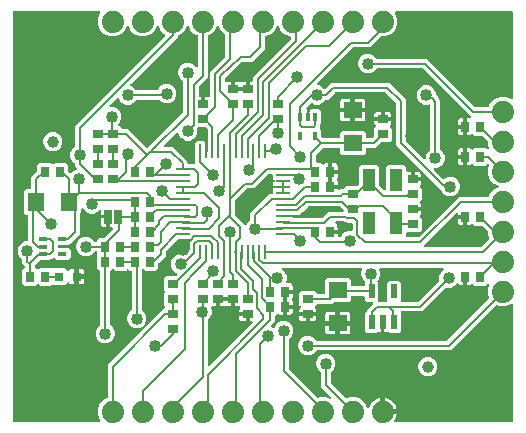
<source format=gbr>
G04 EAGLE Gerber RS-274X export*
G75*
%MOMM*%
%FSLAX34Y34*%
%LPD*%
%INTop Copper*%
%IPPOS*%
%AMOC8*
5,1,8,0,0,1.08239X$1,22.5*%
G01*
%ADD10R,0.550000X1.200000*%
%ADD11R,0.900000X0.700000*%
%ADD12R,1.600000X1.400000*%
%ADD13R,0.700000X0.900000*%
%ADD14R,0.800000X0.800000*%
%ADD15R,0.254000X1.143000*%
%ADD16R,1.143000X0.254000*%
%ADD17R,1.400000X1.600000*%
%ADD18R,1.100000X1.900000*%
%ADD19R,0.750000X0.400000*%
%ADD20C,1.000000*%
%ADD21R,0.400000X0.750000*%
%ADD22R,0.635000X1.270000*%
%ADD23C,1.879600*%
%ADD24C,0.254000*%
%ADD25C,0.203200*%
%ADD26C,1.016000*%

G36*
X77599Y4081D02*
X77599Y4081D01*
X77713Y4091D01*
X77739Y4101D01*
X77767Y4105D01*
X77872Y4152D01*
X77979Y4193D01*
X78001Y4209D01*
X78026Y4221D01*
X78114Y4295D01*
X78205Y4364D01*
X78222Y4387D01*
X78243Y4404D01*
X78307Y4500D01*
X78375Y4592D01*
X78385Y4618D01*
X78401Y4641D01*
X78435Y4751D01*
X78476Y4858D01*
X78478Y4886D01*
X78486Y4912D01*
X78489Y5027D01*
X78499Y5141D01*
X78493Y5166D01*
X78494Y5196D01*
X78427Y5453D01*
X78423Y5469D01*
X76453Y10224D01*
X76453Y15176D01*
X78348Y19751D01*
X81849Y23252D01*
X84209Y24229D01*
X84210Y24230D01*
X84211Y24230D01*
X84328Y24299D01*
X84453Y24373D01*
X84454Y24375D01*
X84456Y24375D01*
X84551Y24477D01*
X84649Y24580D01*
X84649Y24582D01*
X84650Y24583D01*
X84715Y24709D01*
X84779Y24833D01*
X84779Y24834D01*
X84780Y24836D01*
X84782Y24851D01*
X84834Y25112D01*
X84831Y25142D01*
X84835Y25167D01*
X84835Y52484D01*
X131854Y99502D01*
X131906Y99572D01*
X131966Y99636D01*
X131992Y99685D01*
X132025Y99730D01*
X132056Y99811D01*
X132096Y99889D01*
X132104Y99937D01*
X132126Y99995D01*
X132138Y100143D01*
X132140Y100151D01*
X132871Y100882D01*
X132906Y100929D01*
X132948Y100969D01*
X132991Y101042D01*
X133041Y101109D01*
X133062Y101164D01*
X133092Y101214D01*
X133113Y101296D01*
X133143Y101375D01*
X133148Y101433D01*
X133162Y101490D01*
X133159Y101574D01*
X133166Y101658D01*
X133155Y101716D01*
X133153Y101774D01*
X133127Y101854D01*
X133110Y101937D01*
X133083Y101989D01*
X133065Y102045D01*
X133025Y102101D01*
X132979Y102189D01*
X132911Y102262D01*
X132871Y102318D01*
X132151Y103037D01*
X132151Y112563D01*
X133171Y113582D01*
X133206Y113629D01*
X133248Y113669D01*
X133291Y113742D01*
X133341Y113809D01*
X133362Y113864D01*
X133392Y113914D01*
X133413Y113996D01*
X133443Y114075D01*
X133448Y114133D01*
X133462Y114190D01*
X133459Y114274D01*
X133466Y114358D01*
X133455Y114416D01*
X133453Y114474D01*
X133427Y114554D01*
X133410Y114637D01*
X133383Y114689D01*
X133365Y114745D01*
X133325Y114801D01*
X133279Y114889D01*
X133211Y114962D01*
X133171Y115018D01*
X132151Y116037D01*
X132151Y125563D01*
X133937Y127349D01*
X141500Y127349D01*
X141586Y127361D01*
X141674Y127364D01*
X141726Y127381D01*
X141781Y127389D01*
X141861Y127424D01*
X141944Y127451D01*
X141984Y127479D01*
X142041Y127505D01*
X142154Y127601D01*
X142218Y127646D01*
X143205Y128634D01*
X143274Y128725D01*
X143348Y128813D01*
X143359Y128839D01*
X143376Y128861D01*
X143417Y128968D01*
X143464Y129073D01*
X143467Y129101D01*
X143477Y129127D01*
X143487Y129241D01*
X143503Y129355D01*
X143499Y129382D01*
X143501Y129410D01*
X143478Y129522D01*
X143462Y129636D01*
X143451Y129661D01*
X143445Y129689D01*
X143392Y129790D01*
X143345Y129895D01*
X143327Y129916D01*
X143314Y129941D01*
X143235Y130024D01*
X143161Y130112D01*
X143139Y130125D01*
X143118Y130147D01*
X142889Y130282D01*
X142876Y130290D01*
X141699Y130777D01*
X139413Y133063D01*
X138175Y136051D01*
X138175Y139285D01*
X139413Y142273D01*
X141699Y144559D01*
X144687Y145797D01*
X147921Y145797D01*
X149271Y145238D01*
X149272Y145237D01*
X149274Y145236D01*
X149407Y145203D01*
X149546Y145167D01*
X149548Y145167D01*
X149549Y145166D01*
X149690Y145171D01*
X149830Y145175D01*
X149832Y145175D01*
X149833Y145175D01*
X149968Y145219D01*
X150101Y145261D01*
X150102Y145262D01*
X150104Y145263D01*
X150116Y145272D01*
X150208Y145333D01*
X150224Y145341D01*
X150245Y145358D01*
X150337Y145420D01*
X150357Y145443D01*
X150377Y145458D01*
X153626Y148706D01*
X153678Y148776D01*
X153738Y148840D01*
X153764Y148889D01*
X153797Y148934D01*
X153828Y149015D01*
X153868Y149093D01*
X153876Y149141D01*
X153898Y149199D01*
X153910Y149347D01*
X153923Y149424D01*
X153923Y156116D01*
X154756Y156948D01*
X154773Y156972D01*
X154796Y156991D01*
X154859Y157085D01*
X154927Y157175D01*
X154937Y157203D01*
X154953Y157227D01*
X154988Y157335D01*
X155028Y157441D01*
X155030Y157470D01*
X155039Y157498D01*
X155042Y157612D01*
X155051Y157724D01*
X155046Y157753D01*
X155046Y157782D01*
X155018Y157892D01*
X154996Y158003D01*
X154982Y158029D01*
X154975Y158057D01*
X154917Y158155D01*
X154865Y158255D01*
X154844Y158277D01*
X154829Y158302D01*
X154747Y158379D01*
X154669Y158461D01*
X154643Y158476D01*
X154622Y158496D01*
X154521Y158548D01*
X154423Y158605D01*
X154395Y158612D01*
X154369Y158626D01*
X154292Y158639D01*
X154148Y158675D01*
X154085Y158673D01*
X154038Y158681D01*
X144530Y158681D01*
X144444Y158669D01*
X144356Y158666D01*
X144304Y158649D01*
X144249Y158641D01*
X144169Y158606D01*
X144086Y158579D01*
X144046Y158551D01*
X143989Y158525D01*
X143876Y158429D01*
X143812Y158384D01*
X133902Y148474D01*
X133850Y148404D01*
X133790Y148340D01*
X133764Y148291D01*
X133731Y148246D01*
X133700Y148165D01*
X133660Y148087D01*
X133652Y148039D01*
X133630Y147981D01*
X133618Y147833D01*
X133605Y147756D01*
X133605Y144366D01*
X127646Y138408D01*
X127594Y138338D01*
X127534Y138274D01*
X127508Y138225D01*
X127475Y138180D01*
X127444Y138099D01*
X127404Y138021D01*
X127396Y137973D01*
X127374Y137915D01*
X127362Y137767D01*
X127349Y137690D01*
X127349Y133937D01*
X125563Y132151D01*
X116037Y132151D01*
X115018Y133171D01*
X114994Y133188D01*
X114975Y133211D01*
X114927Y133243D01*
X114884Y133283D01*
X114835Y133308D01*
X114791Y133341D01*
X114763Y133352D01*
X114739Y133368D01*
X114683Y133386D01*
X114631Y133412D01*
X114584Y133420D01*
X114525Y133443D01*
X114496Y133445D01*
X114468Y133454D01*
X114368Y133457D01*
X114300Y133468D01*
X114271Y133464D01*
X114242Y133466D01*
X114213Y133460D01*
X114184Y133461D01*
X114102Y133440D01*
X114018Y133428D01*
X113992Y133416D01*
X113963Y133410D01*
X113937Y133397D01*
X113909Y133389D01*
X113836Y133346D01*
X113759Y133312D01*
X113737Y133293D01*
X113711Y133279D01*
X113689Y133259D01*
X113664Y133244D01*
X113606Y133183D01*
X113542Y133128D01*
X113526Y133104D01*
X113505Y133084D01*
X113490Y133058D01*
X113470Y133037D01*
X113431Y132962D01*
X113384Y132892D01*
X113376Y132863D01*
X113361Y132838D01*
X113354Y132810D01*
X113340Y132784D01*
X113329Y132716D01*
X113299Y132621D01*
X113298Y132591D01*
X113291Y132563D01*
X113293Y132500D01*
X113285Y132453D01*
X113285Y99233D01*
X113285Y99232D01*
X113285Y99230D01*
X113305Y99091D01*
X113325Y98952D01*
X113325Y98950D01*
X113325Y98949D01*
X113385Y98817D01*
X113441Y98692D01*
X113442Y98691D01*
X113443Y98690D01*
X113538Y98577D01*
X113624Y98475D01*
X113626Y98474D01*
X113627Y98473D01*
X113640Y98465D01*
X113792Y98363D01*
X116111Y96045D01*
X117349Y93057D01*
X117349Y89823D01*
X116111Y86835D01*
X113825Y84549D01*
X110837Y83311D01*
X107603Y83311D01*
X104615Y84549D01*
X102329Y86835D01*
X101091Y89823D01*
X101091Y93057D01*
X102329Y96045D01*
X104653Y98368D01*
X104773Y98440D01*
X104774Y98441D01*
X104776Y98442D01*
X104871Y98544D01*
X104968Y98646D01*
X104969Y98648D01*
X104970Y98649D01*
X105034Y98774D01*
X105099Y98899D01*
X105099Y98901D01*
X105100Y98902D01*
X105102Y98917D01*
X105154Y99178D01*
X105151Y99209D01*
X105155Y99233D01*
X105155Y131136D01*
X105147Y131194D01*
X105149Y131252D01*
X105127Y131334D01*
X105115Y131418D01*
X105092Y131471D01*
X105077Y131527D01*
X105034Y131600D01*
X104999Y131677D01*
X104961Y131722D01*
X104932Y131772D01*
X104870Y131830D01*
X104816Y131894D01*
X104767Y131926D01*
X104724Y131966D01*
X104649Y132005D01*
X104579Y132052D01*
X104523Y132069D01*
X104471Y132096D01*
X104403Y132107D01*
X104308Y132137D01*
X104208Y132140D01*
X104140Y132151D01*
X103037Y132151D01*
X102318Y132871D01*
X102271Y132906D01*
X102231Y132948D01*
X102158Y132991D01*
X102091Y133041D01*
X102036Y133062D01*
X101986Y133092D01*
X101904Y133113D01*
X101825Y133143D01*
X101767Y133148D01*
X101710Y133162D01*
X101626Y133159D01*
X101542Y133166D01*
X101484Y133155D01*
X101426Y133153D01*
X101346Y133127D01*
X101263Y133110D01*
X101211Y133083D01*
X101155Y133065D01*
X101099Y133025D01*
X101011Y132979D01*
X100938Y132911D01*
X100882Y132871D01*
X100163Y132151D01*
X90637Y132151D01*
X89618Y133171D01*
X89571Y133206D01*
X89531Y133248D01*
X89458Y133291D01*
X89391Y133341D01*
X89336Y133362D01*
X89286Y133392D01*
X89204Y133413D01*
X89125Y133443D01*
X89067Y133448D01*
X89010Y133462D01*
X88926Y133459D01*
X88842Y133466D01*
X88784Y133455D01*
X88726Y133453D01*
X88646Y133427D01*
X88563Y133410D01*
X88511Y133383D01*
X88455Y133365D01*
X88399Y133325D01*
X88311Y133279D01*
X88238Y133211D01*
X88182Y133171D01*
X86912Y131901D01*
X86860Y131831D01*
X86800Y131767D01*
X86774Y131718D01*
X86741Y131673D01*
X86710Y131592D01*
X86670Y131514D01*
X86662Y131466D01*
X86640Y131408D01*
X86628Y131260D01*
X86615Y131183D01*
X86615Y86533D01*
X86615Y86532D01*
X86615Y86530D01*
X86635Y86391D01*
X86655Y86252D01*
X86655Y86250D01*
X86655Y86249D01*
X86713Y86122D01*
X86771Y85992D01*
X86772Y85991D01*
X86773Y85990D01*
X86865Y85881D01*
X86954Y85775D01*
X86956Y85774D01*
X86957Y85773D01*
X86970Y85765D01*
X87122Y85663D01*
X89441Y83345D01*
X90679Y80357D01*
X90679Y77123D01*
X89441Y74135D01*
X87155Y71849D01*
X84167Y70611D01*
X80933Y70611D01*
X77945Y71849D01*
X75659Y74135D01*
X74421Y77123D01*
X74421Y80357D01*
X75659Y83345D01*
X77983Y85668D01*
X78103Y85740D01*
X78104Y85741D01*
X78106Y85742D01*
X78201Y85844D01*
X78298Y85946D01*
X78299Y85948D01*
X78300Y85949D01*
X78363Y86071D01*
X78429Y86199D01*
X78429Y86201D01*
X78430Y86202D01*
X78432Y86217D01*
X78484Y86478D01*
X78481Y86509D01*
X78485Y86533D01*
X78485Y131136D01*
X78477Y131194D01*
X78479Y131252D01*
X78457Y131334D01*
X78445Y131418D01*
X78422Y131471D01*
X78407Y131527D01*
X78364Y131600D01*
X78329Y131677D01*
X78291Y131722D01*
X78262Y131772D01*
X78200Y131830D01*
X78146Y131894D01*
X78097Y131926D01*
X78054Y131966D01*
X77979Y132005D01*
X77909Y132052D01*
X77853Y132069D01*
X77801Y132096D01*
X77733Y132107D01*
X77657Y132131D01*
X75851Y133937D01*
X75851Y145506D01*
X75891Y145559D01*
X75912Y145614D01*
X75942Y145664D01*
X75963Y145746D01*
X75993Y145825D01*
X75998Y145883D01*
X76012Y145940D01*
X76009Y146024D01*
X76016Y146108D01*
X76005Y146166D01*
X76003Y146224D01*
X75977Y146304D01*
X75960Y146387D01*
X75933Y146439D01*
X75915Y146495D01*
X75875Y146551D01*
X75851Y146597D01*
X75851Y147320D01*
X75843Y147378D01*
X75845Y147436D01*
X75823Y147518D01*
X75811Y147602D01*
X75788Y147655D01*
X75773Y147711D01*
X75730Y147784D01*
X75695Y147861D01*
X75657Y147906D01*
X75628Y147956D01*
X75566Y148014D01*
X75512Y148078D01*
X75463Y148110D01*
X75420Y148150D01*
X75345Y148189D01*
X75275Y148236D01*
X75219Y148253D01*
X75167Y148280D01*
X75099Y148291D01*
X75004Y148321D01*
X74904Y148324D01*
X74836Y148335D01*
X73833Y148335D01*
X73832Y148335D01*
X73830Y148335D01*
X73691Y148315D01*
X73552Y148295D01*
X73550Y148295D01*
X73549Y148295D01*
X73422Y148237D01*
X73292Y148179D01*
X73291Y148178D01*
X73290Y148177D01*
X73181Y148085D01*
X73075Y147996D01*
X73074Y147994D01*
X73073Y147993D01*
X73065Y147980D01*
X72963Y147828D01*
X70645Y145509D01*
X67657Y144271D01*
X64423Y144271D01*
X61435Y145509D01*
X59149Y147795D01*
X57911Y150783D01*
X57911Y154017D01*
X59149Y157005D01*
X61435Y159291D01*
X64423Y160529D01*
X67657Y160529D01*
X70645Y159291D01*
X72968Y156967D01*
X73040Y156847D01*
X73041Y156846D01*
X73042Y156844D01*
X73144Y156749D01*
X73246Y156652D01*
X73248Y156651D01*
X73249Y156650D01*
X73374Y156586D01*
X73499Y156521D01*
X73501Y156521D01*
X73502Y156520D01*
X73517Y156518D01*
X73778Y156466D01*
X73809Y156469D01*
X73833Y156465D01*
X74836Y156465D01*
X74894Y156473D01*
X74952Y156471D01*
X75034Y156493D01*
X75118Y156505D01*
X75171Y156528D01*
X75227Y156543D01*
X75300Y156586D01*
X75377Y156621D01*
X75422Y156659D01*
X75472Y156688D01*
X75530Y156750D01*
X75594Y156804D01*
X75626Y156853D01*
X75666Y156896D01*
X75705Y156971D01*
X75752Y157041D01*
X75769Y157097D01*
X75796Y157149D01*
X75807Y157217D01*
X75837Y157312D01*
X75840Y157412D01*
X75851Y157480D01*
X75851Y158163D01*
X77637Y159949D01*
X81390Y159949D01*
X81476Y159961D01*
X81564Y159964D01*
X81617Y159981D01*
X81671Y159989D01*
X81751Y160024D01*
X81834Y160051D01*
X81874Y160079D01*
X81931Y160105D01*
X82044Y160201D01*
X82108Y160246D01*
X88704Y166843D01*
X88739Y166889D01*
X88782Y166930D01*
X88824Y167002D01*
X88875Y167070D01*
X88896Y167124D01*
X88925Y167175D01*
X88946Y167257D01*
X88976Y167335D01*
X88981Y167394D01*
X88996Y167450D01*
X88993Y167535D01*
X89000Y167619D01*
X88988Y167676D01*
X88986Y167735D01*
X88961Y167815D01*
X88944Y167897D01*
X88917Y167949D01*
X88899Y168005D01*
X88859Y168061D01*
X88813Y168150D01*
X88744Y168222D01*
X88704Y168278D01*
X88370Y168612D01*
X88301Y168665D01*
X88237Y168724D01*
X88188Y168750D01*
X88143Y168783D01*
X88062Y168814D01*
X87984Y168854D01*
X87936Y168862D01*
X87878Y168884D01*
X87730Y168896D01*
X87653Y168909D01*
X86368Y168909D01*
X86368Y177228D01*
X86360Y177286D01*
X86361Y177345D01*
X86340Y177426D01*
X86328Y177510D01*
X86304Y177563D01*
X86289Y177620D01*
X86246Y177692D01*
X86212Y177769D01*
X86174Y177814D01*
X86144Y177864D01*
X86082Y177922D01*
X86028Y177986D01*
X85979Y178019D01*
X85937Y178059D01*
X85862Y178097D01*
X85791Y178144D01*
X85736Y178161D01*
X85684Y178188D01*
X85616Y178199D01*
X85520Y178230D01*
X85421Y178232D01*
X85353Y178244D01*
X85225Y178244D01*
X85225Y178372D01*
X85216Y178429D01*
X85218Y178488D01*
X85197Y178569D01*
X85185Y178653D01*
X85161Y178706D01*
X85146Y178763D01*
X85103Y178835D01*
X85068Y178912D01*
X85031Y178957D01*
X85001Y179007D01*
X84939Y179065D01*
X84885Y179129D01*
X84836Y179162D01*
X84793Y179202D01*
X84718Y179240D01*
X84648Y179287D01*
X84592Y179305D01*
X84540Y179331D01*
X84472Y179343D01*
X84377Y179373D01*
X84277Y179375D01*
X84209Y179387D01*
X79065Y179387D01*
X79065Y182518D01*
X79061Y182548D01*
X79064Y182577D01*
X79041Y182688D01*
X79025Y182800D01*
X79013Y182827D01*
X79008Y182856D01*
X78955Y182956D01*
X78909Y183059D01*
X78890Y183082D01*
X78877Y183108D01*
X78799Y183190D01*
X78726Y183276D01*
X78701Y183293D01*
X78681Y183314D01*
X78583Y183371D01*
X78489Y183434D01*
X78461Y183443D01*
X78436Y183458D01*
X78326Y183485D01*
X78218Y183520D01*
X78188Y183521D01*
X78160Y183528D01*
X78047Y183524D01*
X77934Y183527D01*
X77905Y183520D01*
X77876Y183519D01*
X77768Y183484D01*
X77659Y183455D01*
X77633Y183440D01*
X77605Y183431D01*
X77541Y183386D01*
X77414Y183310D01*
X77371Y183264D01*
X77332Y183236D01*
X75705Y181609D01*
X72717Y180371D01*
X69483Y180371D01*
X66495Y181609D01*
X64209Y183895D01*
X64102Y184153D01*
X64101Y184154D01*
X64101Y184155D01*
X64058Y184228D01*
X64023Y184306D01*
X63986Y184349D01*
X63957Y184398D01*
X63956Y184400D01*
X63946Y184409D01*
X63895Y184457D01*
X63839Y184523D01*
X63792Y184554D01*
X63751Y184593D01*
X63674Y184633D01*
X63603Y184680D01*
X63549Y184698D01*
X63498Y184724D01*
X63414Y184740D01*
X63332Y184766D01*
X63275Y184768D01*
X63219Y184779D01*
X63185Y184776D01*
X63164Y184779D01*
X63112Y184772D01*
X63048Y184773D01*
X62993Y184759D01*
X62936Y184754D01*
X62906Y184743D01*
X62882Y184739D01*
X62834Y184718D01*
X62773Y184702D01*
X62724Y184673D01*
X62671Y184652D01*
X62646Y184633D01*
X62623Y184623D01*
X62582Y184588D01*
X62528Y184556D01*
X62489Y184515D01*
X62444Y184481D01*
X62425Y184456D01*
X62406Y184439D01*
X62376Y184394D01*
X62334Y184349D01*
X62308Y184298D01*
X62274Y184253D01*
X62263Y184225D01*
X62248Y184203D01*
X62232Y184149D01*
X62204Y184096D01*
X62196Y184047D01*
X62173Y183987D01*
X62171Y183958D01*
X62163Y183932D01*
X62160Y183833D01*
X62149Y183765D01*
X62149Y181237D01*
X61512Y180601D01*
X61460Y180531D01*
X61400Y180467D01*
X61374Y180417D01*
X61341Y180373D01*
X61310Y180292D01*
X61270Y180214D01*
X61262Y180166D01*
X61240Y180108D01*
X61228Y179960D01*
X61215Y179883D01*
X61215Y163416D01*
X52620Y154821D01*
X52593Y154820D01*
X52541Y154803D01*
X52486Y154795D01*
X52406Y154760D01*
X52323Y154733D01*
X52283Y154705D01*
X52226Y154679D01*
X52113Y154583D01*
X52049Y154538D01*
X51363Y153851D01*
X43180Y153851D01*
X43122Y153843D01*
X43064Y153845D01*
X42982Y153823D01*
X42898Y153811D01*
X42845Y153788D01*
X42789Y153773D01*
X42716Y153730D01*
X42639Y153695D01*
X42594Y153657D01*
X42544Y153628D01*
X42486Y153566D01*
X42422Y153512D01*
X42390Y153463D01*
X42350Y153420D01*
X42311Y153345D01*
X42264Y153275D01*
X42247Y153219D01*
X42220Y153167D01*
X42209Y153099D01*
X42179Y153004D01*
X42176Y152904D01*
X42165Y152836D01*
X42165Y151964D01*
X42173Y151906D01*
X42171Y151848D01*
X42193Y151766D01*
X42205Y151682D01*
X42228Y151629D01*
X42243Y151573D01*
X42286Y151500D01*
X42321Y151423D01*
X42359Y151378D01*
X42388Y151328D01*
X42450Y151270D01*
X42504Y151206D01*
X42553Y151174D01*
X42596Y151134D01*
X42671Y151095D01*
X42741Y151048D01*
X42797Y151031D01*
X42849Y151004D01*
X42917Y150993D01*
X43012Y150963D01*
X43112Y150960D01*
X43180Y150949D01*
X51363Y150949D01*
X53149Y149163D01*
X53149Y142637D01*
X51363Y140851D01*
X41337Y140851D01*
X39441Y142747D01*
X39395Y142782D01*
X39354Y142825D01*
X39282Y142867D01*
X39214Y142918D01*
X39159Y142939D01*
X39109Y142968D01*
X39027Y142989D01*
X38948Y143019D01*
X38890Y143024D01*
X38834Y143039D01*
X38749Y143036D01*
X38665Y143043D01*
X38608Y143031D01*
X38549Y143029D01*
X38469Y143004D01*
X38386Y142987D01*
X38335Y142960D01*
X38279Y142942D01*
X38223Y142902D01*
X38134Y142856D01*
X38062Y142787D01*
X38006Y142747D01*
X37094Y141835D01*
X36267Y141835D01*
X36181Y141823D01*
X36093Y141820D01*
X36041Y141803D01*
X35986Y141795D01*
X35906Y141760D01*
X35823Y141733D01*
X35783Y141705D01*
X35726Y141679D01*
X35613Y141583D01*
X35549Y141538D01*
X34863Y140851D01*
X27640Y140851D01*
X27554Y140839D01*
X27466Y140836D01*
X27414Y140819D01*
X27359Y140811D01*
X27279Y140776D01*
X27196Y140749D01*
X27156Y140721D01*
X27099Y140695D01*
X26986Y140599D01*
X26922Y140554D01*
X23262Y136894D01*
X23210Y136824D01*
X23150Y136760D01*
X23124Y136711D01*
X23091Y136666D01*
X23060Y136585D01*
X23020Y136507D01*
X23012Y136459D01*
X22990Y136401D01*
X22978Y136253D01*
X22965Y136176D01*
X22965Y135564D01*
X22973Y135506D01*
X22971Y135448D01*
X22993Y135366D01*
X23005Y135282D01*
X23028Y135229D01*
X23043Y135173D01*
X23086Y135100D01*
X23121Y135023D01*
X23159Y134978D01*
X23188Y134928D01*
X23250Y134870D01*
X23304Y134806D01*
X23353Y134774D01*
X23396Y134734D01*
X23471Y134695D01*
X23541Y134648D01*
X23573Y134638D01*
X24682Y133529D01*
X24729Y133494D01*
X24769Y133452D01*
X24842Y133409D01*
X24909Y133359D01*
X24964Y133338D01*
X25014Y133308D01*
X25096Y133287D01*
X25175Y133257D01*
X25233Y133252D01*
X25290Y133238D01*
X25374Y133241D01*
X25458Y133234D01*
X25516Y133245D01*
X25574Y133247D01*
X25654Y133273D01*
X25737Y133290D01*
X25789Y133317D01*
X25845Y133335D01*
X25901Y133375D01*
X25989Y133421D01*
X26062Y133489D01*
X26118Y133529D01*
X27137Y134549D01*
X36663Y134549D01*
X36882Y134329D01*
X36929Y134294D01*
X36969Y134252D01*
X37042Y134209D01*
X37109Y134159D01*
X37164Y134138D01*
X37214Y134108D01*
X37296Y134087D01*
X37375Y134057D01*
X37433Y134052D01*
X37490Y134038D01*
X37574Y134041D01*
X37658Y134034D01*
X37716Y134045D01*
X37774Y134047D01*
X37779Y134049D01*
X48563Y134049D01*
X50520Y132091D01*
X50559Y132062D01*
X50592Y132026D01*
X50672Y131977D01*
X50748Y131920D01*
X50793Y131903D01*
X50835Y131877D01*
X50925Y131852D01*
X51013Y131819D01*
X51062Y131815D01*
X51109Y131802D01*
X51203Y131803D01*
X51297Y131795D01*
X51344Y131805D01*
X51393Y131806D01*
X51483Y131833D01*
X51575Y131851D01*
X51619Y131874D01*
X51665Y131888D01*
X51744Y131939D01*
X51828Y131982D01*
X51863Y132016D01*
X51904Y132042D01*
X51951Y132100D01*
X52034Y132178D01*
X52078Y132253D01*
X52118Y132301D01*
X52267Y132560D01*
X52740Y133033D01*
X53319Y133368D01*
X53966Y133541D01*
X56301Y133541D01*
X56301Y127984D01*
X56309Y127926D01*
X56307Y127868D01*
X56329Y127786D01*
X56341Y127703D01*
X56364Y127649D01*
X56379Y127593D01*
X56422Y127520D01*
X56457Y127443D01*
X56495Y127399D01*
X56524Y127348D01*
X56586Y127291D01*
X56640Y127226D01*
X56689Y127194D01*
X56732Y127154D01*
X56807Y127115D01*
X56877Y127069D01*
X56933Y127051D01*
X56985Y127024D01*
X57053Y127013D01*
X57095Y127000D01*
X57034Y126991D01*
X56981Y126967D01*
X56925Y126953D01*
X56852Y126909D01*
X56775Y126875D01*
X56730Y126837D01*
X56680Y126807D01*
X56622Y126746D01*
X56558Y126691D01*
X56526Y126643D01*
X56486Y126600D01*
X56447Y126525D01*
X56400Y126455D01*
X56383Y126399D01*
X56356Y126347D01*
X56345Y126279D01*
X56315Y126184D01*
X56312Y126084D01*
X56301Y126016D01*
X56301Y120459D01*
X53966Y120459D01*
X53319Y120632D01*
X52740Y120967D01*
X52267Y121440D01*
X52118Y121699D01*
X52088Y121737D01*
X52065Y121780D01*
X52000Y121849D01*
X51942Y121923D01*
X51903Y121951D01*
X51869Y121986D01*
X51788Y122034D01*
X51712Y122089D01*
X51666Y122106D01*
X51624Y122130D01*
X51533Y122153D01*
X51444Y122185D01*
X51396Y122188D01*
X51348Y122200D01*
X51255Y122197D01*
X51161Y122203D01*
X51113Y122193D01*
X51064Y122191D01*
X50975Y122162D01*
X50883Y122142D01*
X50840Y122119D01*
X50794Y122104D01*
X50733Y122061D01*
X50633Y122006D01*
X50572Y121945D01*
X50520Y121909D01*
X48563Y119951D01*
X37752Y119951D01*
X37710Y119962D01*
X37626Y119959D01*
X37542Y119966D01*
X37484Y119955D01*
X37426Y119953D01*
X37346Y119927D01*
X37263Y119910D01*
X37211Y119883D01*
X37155Y119865D01*
X37099Y119825D01*
X37011Y119779D01*
X36938Y119711D01*
X36882Y119671D01*
X36663Y119451D01*
X27137Y119451D01*
X26118Y120471D01*
X26071Y120506D01*
X26031Y120548D01*
X25958Y120591D01*
X25891Y120641D01*
X25836Y120662D01*
X25786Y120692D01*
X25704Y120713D01*
X25625Y120743D01*
X25567Y120748D01*
X25510Y120762D01*
X25426Y120759D01*
X25342Y120766D01*
X25284Y120755D01*
X25226Y120753D01*
X25146Y120727D01*
X25063Y120710D01*
X25011Y120683D01*
X24955Y120665D01*
X24899Y120625D01*
X24811Y120579D01*
X24738Y120511D01*
X24682Y120471D01*
X23663Y119451D01*
X14137Y119451D01*
X12351Y121237D01*
X12351Y132763D01*
X14307Y134719D01*
X14342Y134765D01*
X14385Y134806D01*
X14427Y134878D01*
X14478Y134946D01*
X14499Y135001D01*
X14528Y135051D01*
X14549Y135133D01*
X14579Y135212D01*
X14584Y135270D01*
X14599Y135326D01*
X14596Y135411D01*
X14603Y135495D01*
X14591Y135552D01*
X14589Y135611D01*
X14564Y135691D01*
X14547Y135774D01*
X14520Y135825D01*
X14502Y135881D01*
X14462Y135937D01*
X14416Y136026D01*
X14347Y136098D01*
X14307Y136154D01*
X12445Y138016D01*
X12445Y140797D01*
X12445Y140798D01*
X12445Y140800D01*
X12426Y140936D01*
X12405Y141078D01*
X12405Y141080D01*
X12405Y141081D01*
X12347Y141208D01*
X12289Y141338D01*
X12288Y141339D01*
X12287Y141340D01*
X12195Y141449D01*
X12106Y141555D01*
X12104Y141556D01*
X12103Y141557D01*
X12090Y141565D01*
X11938Y141667D01*
X9619Y143985D01*
X8381Y146973D01*
X8381Y150207D01*
X9619Y153195D01*
X11905Y155481D01*
X14893Y156719D01*
X16510Y156719D01*
X16568Y156727D01*
X16626Y156725D01*
X16708Y156747D01*
X16792Y156759D01*
X16845Y156782D01*
X16901Y156797D01*
X16974Y156840D01*
X17051Y156875D01*
X17096Y156913D01*
X17146Y156942D01*
X17204Y157004D01*
X17268Y157058D01*
X17300Y157107D01*
X17340Y157150D01*
X17379Y157225D01*
X17426Y157295D01*
X17443Y157351D01*
X17470Y157403D01*
X17481Y157471D01*
X17511Y157566D01*
X17514Y157666D01*
X17525Y157734D01*
X17525Y178436D01*
X17517Y178494D01*
X17519Y178552D01*
X17497Y178634D01*
X17485Y178718D01*
X17462Y178771D01*
X17447Y178827D01*
X17404Y178900D01*
X17369Y178977D01*
X17331Y179022D01*
X17302Y179072D01*
X17240Y179130D01*
X17186Y179194D01*
X17137Y179226D01*
X17094Y179266D01*
X17019Y179305D01*
X16949Y179352D01*
X16893Y179369D01*
X16841Y179396D01*
X16773Y179407D01*
X16678Y179437D01*
X16578Y179440D01*
X16510Y179451D01*
X15837Y179451D01*
X14051Y181237D01*
X14051Y199763D01*
X15837Y201549D01*
X19020Y201549D01*
X19078Y201557D01*
X19136Y201555D01*
X19218Y201577D01*
X19302Y201589D01*
X19355Y201612D01*
X19411Y201627D01*
X19484Y201670D01*
X19561Y201705D01*
X19606Y201743D01*
X19656Y201772D01*
X19714Y201834D01*
X19778Y201888D01*
X19810Y201937D01*
X19850Y201980D01*
X19889Y202055D01*
X19936Y202125D01*
X19953Y202181D01*
X19980Y202233D01*
X19991Y202301D01*
X20021Y202396D01*
X20024Y202496D01*
X20035Y202564D01*
X20035Y211204D01*
X24754Y215922D01*
X24806Y215992D01*
X24866Y216056D01*
X24892Y216105D01*
X24925Y216149D01*
X24956Y216231D01*
X24996Y216309D01*
X25004Y216357D01*
X25026Y216415D01*
X25038Y216563D01*
X25051Y216640D01*
X25051Y221663D01*
X26837Y223449D01*
X36363Y223449D01*
X37382Y222429D01*
X37429Y222394D01*
X37469Y222352D01*
X37542Y222309D01*
X37609Y222259D01*
X37664Y222238D01*
X37714Y222208D01*
X37796Y222187D01*
X37875Y222157D01*
X37933Y222152D01*
X37990Y222138D01*
X38074Y222141D01*
X38158Y222134D01*
X38216Y222145D01*
X38274Y222147D01*
X38354Y222173D01*
X38437Y222190D01*
X38489Y222217D01*
X38545Y222235D01*
X38601Y222275D01*
X38689Y222321D01*
X38762Y222389D01*
X38818Y222429D01*
X39837Y223449D01*
X49363Y223449D01*
X51149Y221663D01*
X51149Y216640D01*
X51161Y216554D01*
X51164Y216466D01*
X51181Y216413D01*
X51189Y216359D01*
X51224Y216279D01*
X51251Y216196D01*
X51279Y216156D01*
X51305Y216099D01*
X51401Y215986D01*
X51446Y215922D01*
X52518Y214850D01*
X52565Y214815D01*
X52605Y214772D01*
X52678Y214730D01*
X52746Y214679D01*
X52800Y214658D01*
X52851Y214629D01*
X52932Y214608D01*
X53011Y214578D01*
X53070Y214573D01*
X53126Y214559D01*
X53211Y214561D01*
X53295Y214554D01*
X53352Y214566D01*
X53410Y214568D01*
X53491Y214594D01*
X53573Y214610D01*
X53625Y214637D01*
X53681Y214655D01*
X53737Y214695D01*
X53826Y214741D01*
X53898Y214810D01*
X53954Y214850D01*
X55495Y216391D01*
X58034Y217443D01*
X58132Y217501D01*
X58235Y217554D01*
X58255Y217573D01*
X58279Y217587D01*
X58357Y217671D01*
X58441Y217750D01*
X58455Y217774D01*
X58474Y217794D01*
X58526Y217896D01*
X58584Y217995D01*
X58591Y218022D01*
X58604Y218047D01*
X58626Y218159D01*
X58655Y218270D01*
X58654Y218298D01*
X58659Y218325D01*
X58649Y218440D01*
X58645Y218555D01*
X58637Y218581D01*
X58635Y218609D01*
X58593Y218716D01*
X58558Y218825D01*
X58544Y218845D01*
X58533Y218874D01*
X58372Y219086D01*
X58363Y219098D01*
X56895Y220566D01*
X56895Y222077D01*
X56895Y222078D01*
X56895Y222080D01*
X56875Y222218D01*
X56855Y222358D01*
X56855Y222360D01*
X56855Y222361D01*
X56798Y222487D01*
X56739Y222618D01*
X56738Y222619D01*
X56737Y222620D01*
X56648Y222725D01*
X56556Y222835D01*
X56554Y222836D01*
X56553Y222837D01*
X56540Y222845D01*
X56388Y222947D01*
X54069Y225265D01*
X52831Y228253D01*
X52831Y231487D01*
X54069Y234475D01*
X56393Y236798D01*
X56513Y236870D01*
X56514Y236871D01*
X56516Y236872D01*
X56611Y236974D01*
X56708Y237076D01*
X56709Y237078D01*
X56710Y237079D01*
X56774Y237204D01*
X56839Y237329D01*
X56839Y237331D01*
X56840Y237332D01*
X56842Y237347D01*
X56894Y237608D01*
X56891Y237639D01*
X56895Y237663D01*
X56895Y254414D01*
X133117Y330635D01*
X133186Y330727D01*
X133260Y330815D01*
X133271Y330840D01*
X133288Y330862D01*
X133329Y330970D01*
X133375Y331075D01*
X133379Y331102D01*
X133389Y331128D01*
X133398Y331242D01*
X133414Y331356D01*
X133410Y331384D01*
X133412Y331411D01*
X133390Y331524D01*
X133373Y331638D01*
X133362Y331663D01*
X133357Y331690D01*
X133304Y331792D01*
X133256Y331897D01*
X133238Y331918D01*
X133226Y331942D01*
X133147Y332026D01*
X133072Y332113D01*
X133051Y332126D01*
X133030Y332149D01*
X132800Y332283D01*
X132787Y332291D01*
X132649Y332348D01*
X129148Y335849D01*
X127938Y338771D01*
X127923Y338796D01*
X127914Y338824D01*
X127851Y338919D01*
X127793Y339016D01*
X127772Y339036D01*
X127756Y339061D01*
X127669Y339134D01*
X127587Y339211D01*
X127561Y339225D01*
X127538Y339244D01*
X127435Y339290D01*
X127334Y339341D01*
X127305Y339347D01*
X127278Y339359D01*
X127166Y339375D01*
X127055Y339396D01*
X127026Y339394D01*
X126997Y339398D01*
X126885Y339382D01*
X126772Y339372D01*
X126745Y339361D01*
X126715Y339357D01*
X126612Y339311D01*
X126507Y339270D01*
X126483Y339252D01*
X126456Y339240D01*
X126370Y339167D01*
X126280Y339098D01*
X126262Y339075D01*
X126240Y339056D01*
X126198Y338989D01*
X126110Y338871D01*
X126088Y338812D01*
X126062Y338771D01*
X124852Y335849D01*
X121351Y332348D01*
X116776Y330453D01*
X111824Y330453D01*
X107249Y332348D01*
X103748Y335849D01*
X102538Y338771D01*
X102523Y338796D01*
X102514Y338824D01*
X102451Y338919D01*
X102393Y339016D01*
X102372Y339036D01*
X102356Y339061D01*
X102269Y339134D01*
X102187Y339211D01*
X102161Y339225D01*
X102138Y339244D01*
X102035Y339290D01*
X101934Y339341D01*
X101905Y339347D01*
X101878Y339359D01*
X101766Y339375D01*
X101655Y339396D01*
X101626Y339394D01*
X101597Y339398D01*
X101485Y339382D01*
X101372Y339372D01*
X101345Y339361D01*
X101315Y339357D01*
X101212Y339311D01*
X101107Y339270D01*
X101083Y339252D01*
X101056Y339240D01*
X100970Y339167D01*
X100880Y339098D01*
X100862Y339075D01*
X100840Y339056D01*
X100798Y338989D01*
X100710Y338871D01*
X100688Y338812D01*
X100662Y338771D01*
X99452Y335849D01*
X95951Y332348D01*
X91376Y330453D01*
X86424Y330453D01*
X81849Y332348D01*
X78348Y335849D01*
X76453Y340424D01*
X76453Y345376D01*
X78423Y350131D01*
X78452Y350243D01*
X78486Y350352D01*
X78487Y350380D01*
X78494Y350407D01*
X78491Y350521D01*
X78494Y350636D01*
X78487Y350663D01*
X78486Y350691D01*
X78451Y350800D01*
X78422Y350911D01*
X78408Y350935D01*
X78399Y350962D01*
X78335Y351057D01*
X78277Y351156D01*
X78256Y351175D01*
X78241Y351198D01*
X78153Y351272D01*
X78069Y351350D01*
X78045Y351363D01*
X78023Y351381D01*
X77919Y351427D01*
X77816Y351480D01*
X77792Y351484D01*
X77764Y351496D01*
X77500Y351533D01*
X77485Y351535D01*
X5080Y351535D01*
X5022Y351527D01*
X4964Y351529D01*
X4882Y351507D01*
X4798Y351495D01*
X4745Y351472D01*
X4689Y351457D01*
X4616Y351414D01*
X4539Y351379D01*
X4494Y351341D01*
X4444Y351312D01*
X4386Y351250D01*
X4322Y351196D01*
X4290Y351147D01*
X4250Y351104D01*
X4211Y351029D01*
X4164Y350959D01*
X4147Y350903D01*
X4120Y350851D01*
X4109Y350783D01*
X4079Y350688D01*
X4076Y350588D01*
X4065Y350520D01*
X4065Y5080D01*
X4073Y5022D01*
X4071Y4964D01*
X4093Y4882D01*
X4105Y4798D01*
X4128Y4745D01*
X4143Y4689D01*
X4186Y4616D01*
X4221Y4539D01*
X4259Y4494D01*
X4288Y4444D01*
X4350Y4386D01*
X4404Y4322D01*
X4453Y4290D01*
X4496Y4250D01*
X4571Y4211D01*
X4641Y4164D01*
X4697Y4147D01*
X4749Y4120D01*
X4817Y4109D01*
X4912Y4079D01*
X5012Y4076D01*
X5080Y4065D01*
X77485Y4065D01*
X77599Y4081D01*
G37*
G36*
X426778Y4073D02*
X426778Y4073D01*
X426836Y4071D01*
X426918Y4093D01*
X427002Y4105D01*
X427055Y4128D01*
X427111Y4143D01*
X427184Y4186D01*
X427261Y4221D01*
X427306Y4259D01*
X427356Y4288D01*
X427414Y4350D01*
X427478Y4404D01*
X427510Y4453D01*
X427550Y4496D01*
X427589Y4571D01*
X427636Y4641D01*
X427653Y4697D01*
X427680Y4749D01*
X427691Y4817D01*
X427721Y4912D01*
X427724Y5012D01*
X427735Y5080D01*
X427735Y102885D01*
X427719Y102999D01*
X427709Y103113D01*
X427699Y103139D01*
X427695Y103167D01*
X427648Y103272D01*
X427607Y103379D01*
X427591Y103401D01*
X427579Y103426D01*
X427505Y103514D01*
X427436Y103605D01*
X427413Y103622D01*
X427396Y103643D01*
X427300Y103707D01*
X427208Y103776D01*
X427182Y103785D01*
X427159Y103801D01*
X427049Y103835D01*
X426942Y103876D01*
X426914Y103878D01*
X426888Y103886D01*
X426773Y103889D01*
X426659Y103899D01*
X426634Y103893D01*
X426604Y103894D01*
X426347Y103827D01*
X426331Y103823D01*
X421576Y101853D01*
X416624Y101853D01*
X414265Y102830D01*
X414264Y102831D01*
X414262Y102832D01*
X414128Y102866D01*
X413990Y102901D01*
X413988Y102901D01*
X413987Y102902D01*
X413846Y102897D01*
X413706Y102893D01*
X413704Y102893D01*
X413703Y102893D01*
X413570Y102850D01*
X413435Y102807D01*
X413434Y102806D01*
X413432Y102805D01*
X413420Y102797D01*
X413199Y102648D01*
X413179Y102625D01*
X413159Y102610D01*
X375064Y64515D01*
X261793Y64515D01*
X261792Y64515D01*
X261790Y64515D01*
X261651Y64495D01*
X261512Y64475D01*
X261510Y64475D01*
X261509Y64475D01*
X261382Y64417D01*
X261252Y64359D01*
X261251Y64358D01*
X261250Y64357D01*
X261141Y64265D01*
X261035Y64176D01*
X261034Y64174D01*
X261033Y64173D01*
X261025Y64160D01*
X260923Y64008D01*
X258605Y61689D01*
X255617Y60451D01*
X252383Y60451D01*
X249395Y61689D01*
X247109Y63975D01*
X245871Y66963D01*
X245871Y70197D01*
X247109Y73185D01*
X249395Y75471D01*
X252383Y76709D01*
X255617Y76709D01*
X258605Y75471D01*
X260928Y73147D01*
X261000Y73027D01*
X261001Y73026D01*
X261002Y73024D01*
X261105Y72927D01*
X261206Y72832D01*
X261208Y72831D01*
X261209Y72830D01*
X261334Y72766D01*
X261459Y72701D01*
X261461Y72701D01*
X261462Y72700D01*
X261477Y72698D01*
X261738Y72646D01*
X261769Y72649D01*
X261793Y72645D01*
X371276Y72645D01*
X371362Y72657D01*
X371450Y72660D01*
X371502Y72677D01*
X371557Y72685D01*
X371637Y72720D01*
X371720Y72747D01*
X371760Y72775D01*
X371817Y72801D01*
X371930Y72897D01*
X371994Y72942D01*
X407410Y108359D01*
X407411Y108360D01*
X407413Y108361D01*
X407501Y108479D01*
X407581Y108586D01*
X407582Y108587D01*
X407583Y108589D01*
X407632Y108719D01*
X407682Y108852D01*
X407683Y108853D01*
X407683Y108855D01*
X407695Y108999D01*
X407706Y109135D01*
X407706Y109136D01*
X407706Y109138D01*
X407702Y109154D01*
X407650Y109414D01*
X407636Y109441D01*
X407630Y109465D01*
X406653Y111824D01*
X406653Y116776D01*
X407787Y119513D01*
X407809Y119597D01*
X407839Y119677D01*
X407844Y119734D01*
X407858Y119789D01*
X407856Y119875D01*
X407863Y119960D01*
X407852Y120016D01*
X407850Y120073D01*
X407824Y120155D01*
X407807Y120239D01*
X407781Y120290D01*
X407763Y120344D01*
X407716Y120415D01*
X407676Y120491D01*
X407637Y120533D01*
X407605Y120580D01*
X407539Y120635D01*
X407480Y120697D01*
X407431Y120726D01*
X407388Y120763D01*
X407309Y120798D01*
X407235Y120841D01*
X407180Y120855D01*
X407128Y120878D01*
X407042Y120890D01*
X406959Y120911D01*
X406903Y120909D01*
X406846Y120917D01*
X406761Y120905D01*
X406675Y120902D01*
X406621Y120885D01*
X406565Y120877D01*
X406487Y120841D01*
X406405Y120815D01*
X406364Y120786D01*
X406306Y120759D01*
X406195Y120665D01*
X406131Y120620D01*
X404963Y119451D01*
X395437Y119451D01*
X394059Y120830D01*
X394012Y120865D01*
X393972Y120907D01*
X393899Y120950D01*
X393831Y121001D01*
X393777Y121021D01*
X393726Y121051D01*
X393645Y121072D01*
X393566Y121102D01*
X393508Y121107D01*
X393451Y121121D01*
X393366Y121118D01*
X393282Y121125D01*
X393225Y121114D01*
X393167Y121112D01*
X393086Y121086D01*
X393004Y121070D01*
X392952Y121043D01*
X392896Y121025D01*
X392840Y120984D01*
X392751Y120939D01*
X392679Y120870D01*
X392623Y120830D01*
X392260Y120467D01*
X391681Y120132D01*
X391034Y119959D01*
X388949Y119959D01*
X388949Y126266D01*
X388941Y126324D01*
X388943Y126382D01*
X388921Y126464D01*
X388909Y126547D01*
X388886Y126601D01*
X388871Y126657D01*
X388828Y126730D01*
X388793Y126807D01*
X388755Y126851D01*
X388726Y126902D01*
X388664Y126959D01*
X388610Y127024D01*
X388561Y127056D01*
X388518Y127096D01*
X388443Y127135D01*
X388373Y127181D01*
X388317Y127199D01*
X388265Y127226D01*
X388197Y127237D01*
X388102Y127267D01*
X388002Y127270D01*
X387934Y127281D01*
X386466Y127281D01*
X386408Y127273D01*
X386350Y127274D01*
X386268Y127253D01*
X386184Y127241D01*
X386131Y127217D01*
X386075Y127203D01*
X386002Y127159D01*
X385925Y127125D01*
X385880Y127087D01*
X385830Y127057D01*
X385772Y126996D01*
X385708Y126941D01*
X385676Y126893D01*
X385636Y126850D01*
X385597Y126775D01*
X385550Y126705D01*
X385533Y126649D01*
X385506Y126597D01*
X385495Y126529D01*
X385465Y126434D01*
X385462Y126334D01*
X385451Y126266D01*
X385451Y119959D01*
X383366Y119959D01*
X382719Y120132D01*
X382140Y120467D01*
X381594Y121013D01*
X381547Y121048D01*
X381507Y121090D01*
X381435Y121133D01*
X381367Y121184D01*
X381312Y121204D01*
X381262Y121234D01*
X381180Y121255D01*
X381101Y121285D01*
X381043Y121290D01*
X380986Y121304D01*
X380902Y121301D01*
X380818Y121308D01*
X380761Y121297D01*
X380702Y121295D01*
X380622Y121269D01*
X380539Y121252D01*
X380487Y121226D01*
X380432Y121208D01*
X380376Y121168D01*
X380287Y121122D01*
X380215Y121053D01*
X380158Y121013D01*
X377985Y118839D01*
X374997Y117601D01*
X371710Y117601D01*
X371575Y117636D01*
X371573Y117636D01*
X371572Y117637D01*
X371433Y117632D01*
X371291Y117628D01*
X371289Y117628D01*
X371287Y117628D01*
X371156Y117585D01*
X371020Y117542D01*
X371019Y117541D01*
X371017Y117540D01*
X371004Y117531D01*
X370784Y117383D01*
X370764Y117360D01*
X370744Y117345D01*
X350934Y97535D01*
X333576Y97535D01*
X333547Y97531D01*
X333518Y97534D01*
X333407Y97511D01*
X333295Y97495D01*
X333268Y97483D01*
X333239Y97478D01*
X333139Y97426D01*
X333035Y97379D01*
X333013Y97360D01*
X332987Y97347D01*
X332905Y97269D01*
X332818Y97196D01*
X332802Y97171D01*
X332781Y97151D01*
X332724Y97053D01*
X332661Y96959D01*
X332652Y96931D01*
X332637Y96906D01*
X332609Y96796D01*
X332575Y96688D01*
X332574Y96659D01*
X332567Y96630D01*
X332571Y96517D01*
X332568Y96404D01*
X332575Y96375D01*
X332576Y96346D01*
X332611Y96238D01*
X332640Y96129D01*
X332655Y96103D01*
X332664Y96075D01*
X332709Y96012D01*
X332785Y95884D01*
X332799Y95871D01*
X332799Y81336D01*
X331013Y79550D01*
X322987Y79550D01*
X322463Y80074D01*
X322409Y80115D01*
X322361Y80164D01*
X322296Y80200D01*
X322236Y80245D01*
X322172Y80269D01*
X322113Y80303D01*
X322040Y80320D01*
X321970Y80346D01*
X321902Y80352D01*
X321836Y80367D01*
X321762Y80364D01*
X321687Y80370D01*
X321620Y80356D01*
X321552Y80353D01*
X321493Y80331D01*
X321408Y80314D01*
X321307Y80261D01*
X321238Y80235D01*
X321231Y80231D01*
X320584Y80058D01*
X318874Y80058D01*
X318874Y88240D01*
X318866Y88298D01*
X318868Y88356D01*
X318846Y88438D01*
X318834Y88521D01*
X318811Y88575D01*
X318796Y88631D01*
X318753Y88704D01*
X318718Y88781D01*
X318680Y88825D01*
X318651Y88876D01*
X318589Y88933D01*
X318535Y88998D01*
X318486Y89030D01*
X318443Y89070D01*
X318368Y89109D01*
X318298Y89155D01*
X318242Y89173D01*
X318190Y89200D01*
X318122Y89211D01*
X318027Y89241D01*
X317927Y89244D01*
X317859Y89255D01*
X317141Y89255D01*
X317083Y89247D01*
X317025Y89248D01*
X316943Y89227D01*
X316859Y89215D01*
X316806Y89191D01*
X316750Y89177D01*
X316677Y89133D01*
X316600Y89099D01*
X316555Y89061D01*
X316505Y89031D01*
X316447Y88970D01*
X316383Y88915D01*
X316351Y88867D01*
X316311Y88824D01*
X316272Y88749D01*
X316225Y88679D01*
X316208Y88623D01*
X316181Y88571D01*
X316170Y88503D01*
X316140Y88408D01*
X316137Y88308D01*
X316126Y88240D01*
X316126Y80058D01*
X314416Y80058D01*
X313769Y80231D01*
X313762Y80235D01*
X313699Y80261D01*
X313640Y80295D01*
X313568Y80314D01*
X313499Y80342D01*
X313431Y80349D01*
X313365Y80366D01*
X313290Y80363D01*
X313216Y80371D01*
X313149Y80359D01*
X313081Y80357D01*
X313010Y80334D01*
X312936Y80320D01*
X312875Y80290D01*
X312810Y80269D01*
X312759Y80233D01*
X312681Y80194D01*
X312597Y80117D01*
X312537Y80074D01*
X312013Y79550D01*
X303987Y79550D01*
X302201Y81336D01*
X302201Y95862D01*
X303638Y97298D01*
X303690Y97368D01*
X303750Y97432D01*
X303776Y97481D01*
X303809Y97526D01*
X303840Y97607D01*
X303880Y97685D01*
X303888Y97733D01*
X303910Y97791D01*
X303922Y97939D01*
X303935Y98016D01*
X303935Y98864D01*
X308058Y102986D01*
X308891Y103819D01*
X308908Y103843D01*
X308931Y103862D01*
X308994Y103956D01*
X309062Y104046D01*
X309072Y104074D01*
X309088Y104098D01*
X309123Y104206D01*
X309163Y104312D01*
X309165Y104341D01*
X309174Y104369D01*
X309177Y104483D01*
X309186Y104595D01*
X309181Y104624D01*
X309181Y104653D01*
X309153Y104763D01*
X309131Y104874D01*
X309117Y104900D01*
X309110Y104928D01*
X309052Y105026D01*
X309000Y105126D01*
X308979Y105148D01*
X308964Y105173D01*
X308882Y105250D01*
X308804Y105332D01*
X308778Y105347D01*
X308757Y105367D01*
X308656Y105419D01*
X308558Y105476D01*
X308530Y105483D01*
X308504Y105497D01*
X308427Y105510D01*
X308283Y105546D01*
X308220Y105544D01*
X308173Y105552D01*
X303987Y105552D01*
X302201Y107338D01*
X302201Y109521D01*
X302193Y109579D01*
X302195Y109637D01*
X302173Y109719D01*
X302161Y109803D01*
X302138Y109856D01*
X302123Y109912D01*
X302080Y109985D01*
X302045Y110062D01*
X302007Y110107D01*
X301978Y110157D01*
X301916Y110215D01*
X301862Y110279D01*
X301813Y110311D01*
X301770Y110351D01*
X301695Y110390D01*
X301625Y110437D01*
X301569Y110454D01*
X301517Y110481D01*
X301449Y110492D01*
X301354Y110522D01*
X301254Y110525D01*
X301186Y110536D01*
X291464Y110536D01*
X291406Y110528D01*
X291348Y110530D01*
X291266Y110508D01*
X291182Y110496D01*
X291129Y110473D01*
X291073Y110458D01*
X291000Y110415D01*
X290923Y110380D01*
X290878Y110342D01*
X290828Y110313D01*
X290770Y110251D01*
X290706Y110197D01*
X290674Y110148D01*
X290634Y110105D01*
X290595Y110030D01*
X290548Y109960D01*
X290531Y109904D01*
X290504Y109852D01*
X290493Y109784D01*
X290463Y109689D01*
X290460Y109589D01*
X290449Y109521D01*
X290449Y107337D01*
X288663Y105551D01*
X276820Y105551D01*
X276734Y105539D01*
X276646Y105536D01*
X276593Y105519D01*
X276539Y105511D01*
X276459Y105476D01*
X276376Y105449D01*
X276336Y105421D01*
X276279Y105395D01*
X276166Y105299D01*
X276102Y105254D01*
X274884Y104035D01*
X262564Y104035D01*
X262506Y104027D01*
X262448Y104029D01*
X262366Y104007D01*
X262282Y103995D01*
X262229Y103972D01*
X262173Y103957D01*
X262100Y103914D01*
X262023Y103879D01*
X261978Y103841D01*
X261928Y103812D01*
X261870Y103750D01*
X261806Y103696D01*
X261774Y103647D01*
X261734Y103604D01*
X261695Y103529D01*
X261648Y103459D01*
X261638Y103427D01*
X260170Y101959D01*
X260135Y101912D01*
X260093Y101872D01*
X260050Y101799D01*
X259999Y101732D01*
X259978Y101677D01*
X259949Y101626D01*
X259928Y101545D01*
X259898Y101466D01*
X259893Y101407D01*
X259879Y101351D01*
X259882Y101267D01*
X259875Y101183D01*
X259886Y101125D01*
X259888Y101067D01*
X259914Y100987D01*
X259930Y100904D01*
X259957Y100852D01*
X259975Y100796D01*
X260015Y100740D01*
X260061Y100651D01*
X260130Y100579D01*
X260170Y100523D01*
X260533Y100160D01*
X260868Y99581D01*
X261041Y98934D01*
X261041Y96849D01*
X254734Y96849D01*
X254676Y96841D01*
X254618Y96843D01*
X254536Y96821D01*
X254453Y96809D01*
X254399Y96786D01*
X254343Y96771D01*
X254270Y96728D01*
X254193Y96693D01*
X254149Y96655D01*
X254098Y96626D01*
X254041Y96564D01*
X253997Y96527D01*
X253996Y96528D01*
X253941Y96592D01*
X253893Y96624D01*
X253850Y96664D01*
X253775Y96703D01*
X253705Y96750D01*
X253649Y96767D01*
X253597Y96794D01*
X253529Y96805D01*
X253434Y96835D01*
X253334Y96838D01*
X253266Y96849D01*
X246959Y96849D01*
X246959Y98934D01*
X247132Y99581D01*
X247467Y100160D01*
X247830Y100523D01*
X247865Y100570D01*
X247907Y100610D01*
X247950Y100683D01*
X248001Y100750D01*
X248022Y100805D01*
X248051Y100855D01*
X248072Y100937D01*
X248102Y101016D01*
X248107Y101074D01*
X248121Y101131D01*
X248118Y101215D01*
X248125Y101299D01*
X248114Y101356D01*
X248112Y101415D01*
X248086Y101495D01*
X248070Y101578D01*
X248043Y101630D01*
X248025Y101685D01*
X247984Y101742D01*
X247939Y101830D01*
X247870Y101902D01*
X247830Y101959D01*
X246451Y103337D01*
X246451Y112863D01*
X248237Y114649D01*
X259763Y114649D01*
X261633Y112778D01*
X261670Y112716D01*
X261705Y112639D01*
X261743Y112594D01*
X261772Y112544D01*
X261834Y112486D01*
X261888Y112422D01*
X261937Y112390D01*
X261980Y112350D01*
X262055Y112311D01*
X262125Y112264D01*
X262181Y112247D01*
X262233Y112220D01*
X262301Y112209D01*
X262396Y112179D01*
X262496Y112176D01*
X262564Y112165D01*
X267336Y112165D01*
X267394Y112173D01*
X267452Y112171D01*
X267534Y112193D01*
X267618Y112205D01*
X267671Y112228D01*
X267727Y112243D01*
X267800Y112286D01*
X267877Y112321D01*
X267922Y112359D01*
X267972Y112388D01*
X268030Y112450D01*
X268094Y112504D01*
X268126Y112553D01*
X268166Y112596D01*
X268205Y112671D01*
X268252Y112741D01*
X268269Y112797D01*
X268296Y112849D01*
X268307Y112917D01*
X268337Y113012D01*
X268340Y113112D01*
X268351Y113180D01*
X268351Y123863D01*
X270137Y125649D01*
X288663Y125649D01*
X290449Y123863D01*
X290449Y119681D01*
X290457Y119623D01*
X290455Y119565D01*
X290477Y119483D01*
X290489Y119399D01*
X290512Y119346D01*
X290527Y119290D01*
X290570Y119217D01*
X290605Y119140D01*
X290643Y119095D01*
X290672Y119045D01*
X290734Y118987D01*
X290788Y118923D01*
X290837Y118891D01*
X290880Y118851D01*
X290955Y118812D01*
X291025Y118765D01*
X291081Y118748D01*
X291133Y118721D01*
X291201Y118710D01*
X291296Y118680D01*
X291396Y118677D01*
X291464Y118666D01*
X301186Y118666D01*
X301244Y118674D01*
X301302Y118672D01*
X301384Y118694D01*
X301468Y118706D01*
X301521Y118729D01*
X301577Y118744D01*
X301650Y118787D01*
X301727Y118822D01*
X301772Y118860D01*
X301822Y118889D01*
X301880Y118951D01*
X301944Y119005D01*
X301976Y119054D01*
X302016Y119097D01*
X302055Y119172D01*
X302102Y119242D01*
X302119Y119298D01*
X302146Y119350D01*
X302157Y119418D01*
X302187Y119513D01*
X302190Y119613D01*
X302201Y119681D01*
X302201Y121874D01*
X302221Y121893D01*
X302263Y121965D01*
X302314Y122033D01*
X302335Y122087D01*
X302364Y122138D01*
X302385Y122219D01*
X302415Y122298D01*
X302420Y122357D01*
X302434Y122413D01*
X302432Y122497D01*
X302439Y122582D01*
X302427Y122639D01*
X302425Y122697D01*
X302399Y122778D01*
X302383Y122860D01*
X302356Y122912D01*
X302338Y122968D01*
X302298Y123024D01*
X302252Y123113D01*
X302183Y123185D01*
X302143Y123241D01*
X300449Y124935D01*
X299211Y127923D01*
X299211Y131157D01*
X299959Y132961D01*
X299987Y133073D01*
X300022Y133182D01*
X300023Y133210D01*
X300030Y133237D01*
X300026Y133351D01*
X300029Y133466D01*
X300022Y133493D01*
X300022Y133521D01*
X299987Y133630D01*
X299958Y133741D01*
X299943Y133765D01*
X299935Y133792D01*
X299871Y133887D01*
X299812Y133986D01*
X299792Y134005D01*
X299777Y134028D01*
X299689Y134102D01*
X299605Y134180D01*
X299580Y134193D01*
X299559Y134211D01*
X299454Y134257D01*
X299352Y134310D01*
X299327Y134314D01*
X299299Y134326D01*
X299036Y134363D01*
X299021Y134365D01*
X232977Y134365D01*
X232892Y134353D01*
X232806Y134351D01*
X232751Y134333D01*
X232695Y134325D01*
X232617Y134290D01*
X232535Y134264D01*
X232488Y134232D01*
X232436Y134209D01*
X232370Y134154D01*
X232299Y134106D01*
X232262Y134062D01*
X232219Y134026D01*
X232171Y133954D01*
X232116Y133888D01*
X232093Y133836D01*
X232061Y133789D01*
X232035Y133707D01*
X232000Y133628D01*
X231993Y133572D01*
X231975Y133518D01*
X231973Y133432D01*
X231962Y133347D01*
X231970Y133290D01*
X231968Y133234D01*
X231990Y133151D01*
X232002Y133065D01*
X232026Y133013D01*
X232040Y132959D01*
X232084Y132885D01*
X232119Y132806D01*
X232156Y132763D01*
X232185Y132714D01*
X232248Y132655D01*
X232304Y132590D01*
X232346Y132564D01*
X232393Y132520D01*
X232522Y132454D01*
X232588Y132412D01*
X232697Y132367D01*
X234983Y130081D01*
X236221Y127093D01*
X236221Y123859D01*
X235759Y122744D01*
X235730Y122633D01*
X235696Y122524D01*
X235695Y122496D01*
X235688Y122469D01*
X235691Y122355D01*
X235688Y122240D01*
X235695Y122213D01*
X235696Y122185D01*
X235731Y122076D01*
X235760Y121965D01*
X235774Y121941D01*
X235783Y121914D01*
X235847Y121819D01*
X235905Y121720D01*
X235926Y121701D01*
X235941Y121678D01*
X236029Y121604D01*
X236113Y121526D01*
X236138Y121513D01*
X236159Y121495D01*
X236264Y121448D01*
X236366Y121396D01*
X236391Y121392D01*
X236418Y121380D01*
X236682Y121343D01*
X236697Y121341D01*
X236700Y121341D01*
X238934Y121341D01*
X239581Y121168D01*
X240160Y120833D01*
X240633Y120360D01*
X240968Y119781D01*
X241141Y119134D01*
X241141Y116049D01*
X235834Y116049D01*
X235776Y116041D01*
X235718Y116043D01*
X235636Y116021D01*
X235553Y116009D01*
X235499Y115986D01*
X235443Y115971D01*
X235370Y115928D01*
X235293Y115893D01*
X235249Y115855D01*
X235198Y115826D01*
X235141Y115764D01*
X235076Y115710D01*
X235044Y115661D01*
X235004Y115618D01*
X234965Y115543D01*
X234919Y115473D01*
X234901Y115417D01*
X234874Y115365D01*
X234863Y115297D01*
X234833Y115202D01*
X234830Y115102D01*
X234819Y115034D01*
X234819Y114581D01*
X234366Y114581D01*
X234308Y114573D01*
X234250Y114574D01*
X234168Y114553D01*
X234084Y114541D01*
X234031Y114517D01*
X233975Y114503D01*
X233902Y114459D01*
X233825Y114425D01*
X233780Y114387D01*
X233730Y114357D01*
X233672Y114296D01*
X233608Y114241D01*
X233576Y114193D01*
X233536Y114150D01*
X233497Y114075D01*
X233450Y114005D01*
X233433Y113949D01*
X233406Y113897D01*
X233395Y113829D01*
X233365Y113734D01*
X233362Y113634D01*
X233351Y113566D01*
X233351Y102334D01*
X233359Y102276D01*
X233357Y102218D01*
X233379Y102136D01*
X233391Y102053D01*
X233414Y101999D01*
X233429Y101943D01*
X233472Y101870D01*
X233507Y101793D01*
X233545Y101749D01*
X233574Y101698D01*
X233636Y101641D01*
X233673Y101597D01*
X233672Y101596D01*
X233608Y101541D01*
X233576Y101493D01*
X233536Y101450D01*
X233497Y101375D01*
X233450Y101305D01*
X233433Y101249D01*
X233406Y101197D01*
X233395Y101129D01*
X233365Y101034D01*
X233362Y100934D01*
X233351Y100866D01*
X233351Y94559D01*
X231266Y94559D01*
X230619Y94732D01*
X230040Y95067D01*
X229677Y95430D01*
X229630Y95465D01*
X229590Y95507D01*
X229517Y95550D01*
X229450Y95601D01*
X229395Y95622D01*
X229345Y95651D01*
X229263Y95672D01*
X229184Y95702D01*
X229126Y95707D01*
X229069Y95721D01*
X228985Y95718D01*
X228901Y95725D01*
X228844Y95714D01*
X228785Y95712D01*
X228705Y95686D01*
X228622Y95670D01*
X228570Y95643D01*
X228515Y95625D01*
X228458Y95584D01*
X228370Y95539D01*
X228298Y95470D01*
X228241Y95430D01*
X226828Y94016D01*
X226794Y94011D01*
X226741Y93988D01*
X226685Y93973D01*
X226612Y93930D01*
X226535Y93895D01*
X226490Y93857D01*
X226440Y93828D01*
X226382Y93766D01*
X226318Y93712D01*
X226286Y93663D01*
X226246Y93620D01*
X226207Y93545D01*
X226160Y93475D01*
X226143Y93419D01*
X226116Y93367D01*
X226105Y93299D01*
X226075Y93204D01*
X226072Y93104D01*
X226061Y93036D01*
X226061Y88740D01*
X223063Y85742D01*
X222994Y85651D01*
X222920Y85563D01*
X222908Y85537D01*
X222892Y85515D01*
X222851Y85408D01*
X222804Y85303D01*
X222801Y85275D01*
X222791Y85249D01*
X222781Y85135D01*
X222765Y85021D01*
X222769Y84994D01*
X222767Y84966D01*
X222790Y84854D01*
X222806Y84740D01*
X222817Y84715D01*
X222823Y84687D01*
X222876Y84585D01*
X222923Y84481D01*
X222941Y84460D01*
X222954Y84435D01*
X223033Y84352D01*
X223107Y84264D01*
X223129Y84251D01*
X223150Y84229D01*
X223379Y84095D01*
X223392Y84086D01*
X224718Y83537D01*
X224774Y83523D01*
X224828Y83499D01*
X224911Y83488D01*
X224993Y83466D01*
X225051Y83468D01*
X225109Y83460D01*
X225193Y83472D01*
X225277Y83475D01*
X225333Y83492D01*
X225391Y83501D01*
X225467Y83536D01*
X225548Y83561D01*
X225597Y83594D01*
X225650Y83618D01*
X225714Y83673D01*
X225784Y83720D01*
X225822Y83764D01*
X225866Y83802D01*
X225903Y83861D01*
X225967Y83937D01*
X226008Y84028D01*
X226044Y84087D01*
X226789Y85885D01*
X229075Y88171D01*
X232063Y89409D01*
X235297Y89409D01*
X238285Y88171D01*
X240571Y85885D01*
X241809Y82897D01*
X241809Y79663D01*
X240571Y76675D01*
X238247Y74352D01*
X238127Y74280D01*
X238126Y74279D01*
X238124Y74278D01*
X238029Y74176D01*
X237932Y74074D01*
X237931Y74072D01*
X237930Y74071D01*
X237866Y73946D01*
X237801Y73821D01*
X237801Y73819D01*
X237800Y73818D01*
X237798Y73803D01*
X237746Y73542D01*
X237749Y73511D01*
X237745Y73487D01*
X237745Y49094D01*
X237757Y49008D01*
X237760Y48920D01*
X237777Y48868D01*
X237785Y48813D01*
X237820Y48733D01*
X237847Y48650D01*
X237875Y48610D01*
X237901Y48553D01*
X237997Y48440D01*
X238042Y48376D01*
X261657Y24762D01*
X261658Y24761D01*
X261659Y24759D01*
X261772Y24675D01*
X261884Y24591D01*
X261885Y24590D01*
X261887Y24589D01*
X262019Y24539D01*
X262150Y24490D01*
X262151Y24489D01*
X262153Y24489D01*
X262297Y24477D01*
X262433Y24466D01*
X262434Y24466D01*
X262436Y24466D01*
X262452Y24470D01*
X262712Y24522D01*
X262739Y24536D01*
X262763Y24542D01*
X264224Y25147D01*
X269176Y25147D01*
X272533Y23756D01*
X272617Y23735D01*
X272697Y23704D01*
X272754Y23699D01*
X272809Y23685D01*
X272895Y23688D01*
X272980Y23680D01*
X273036Y23692D01*
X273093Y23693D01*
X273175Y23719D01*
X273259Y23736D01*
X273309Y23762D01*
X273364Y23780D01*
X273435Y23828D01*
X273511Y23867D01*
X273552Y23906D01*
X273600Y23938D01*
X273655Y24004D01*
X273717Y24063D01*
X273746Y24112D01*
X273783Y24156D01*
X273818Y24234D01*
X273861Y24308D01*
X273875Y24363D01*
X273898Y24415D01*
X273910Y24501D01*
X273931Y24584D01*
X273929Y24641D01*
X273937Y24697D01*
X273925Y24782D01*
X273922Y24868D01*
X273905Y24922D01*
X273896Y24978D01*
X273861Y25057D01*
X273835Y25138D01*
X273806Y25179D01*
X273779Y25238D01*
X273685Y25348D01*
X273640Y25412D01*
X267854Y31198D01*
X265175Y33876D01*
X265175Y45547D01*
X265175Y45548D01*
X265175Y45550D01*
X265155Y45689D01*
X265135Y45828D01*
X265135Y45830D01*
X265135Y45831D01*
X265077Y45958D01*
X265019Y46088D01*
X265018Y46089D01*
X265017Y46090D01*
X264925Y46199D01*
X264836Y46305D01*
X264834Y46306D01*
X264833Y46307D01*
X264820Y46315D01*
X264668Y46417D01*
X262349Y48735D01*
X261111Y51723D01*
X261111Y54957D01*
X262349Y57945D01*
X264635Y60231D01*
X267623Y61469D01*
X270857Y61469D01*
X273845Y60231D01*
X276131Y57945D01*
X277369Y54957D01*
X277369Y51723D01*
X276131Y48735D01*
X273807Y46412D01*
X273687Y46340D01*
X273686Y46339D01*
X273684Y46338D01*
X273589Y46236D01*
X273492Y46134D01*
X273491Y46132D01*
X273490Y46131D01*
X273424Y46003D01*
X273361Y45881D01*
X273361Y45879D01*
X273360Y45878D01*
X273358Y45863D01*
X273306Y45602D01*
X273309Y45571D01*
X273305Y45547D01*
X273305Y37664D01*
X273317Y37578D01*
X273320Y37490D01*
X273337Y37438D01*
X273345Y37383D01*
X273380Y37303D01*
X273407Y37220D01*
X273435Y37180D01*
X273461Y37123D01*
X273557Y37010D01*
X273602Y36946D01*
X286159Y24390D01*
X286160Y24389D01*
X286161Y24387D01*
X286279Y24299D01*
X286386Y24219D01*
X286387Y24218D01*
X286389Y24217D01*
X286522Y24167D01*
X286652Y24118D01*
X286653Y24117D01*
X286655Y24117D01*
X286799Y24105D01*
X286935Y24094D01*
X286936Y24094D01*
X286938Y24094D01*
X286954Y24098D01*
X287214Y24150D01*
X287241Y24164D01*
X287265Y24170D01*
X289624Y25147D01*
X294576Y25147D01*
X299151Y23252D01*
X302652Y19751D01*
X304169Y16089D01*
X304204Y16029D01*
X304230Y15965D01*
X304276Y15907D01*
X304313Y15844D01*
X304363Y15796D01*
X304406Y15742D01*
X304466Y15699D01*
X304520Y15649D01*
X304581Y15617D01*
X304638Y15577D01*
X304707Y15552D01*
X304773Y15518D01*
X304840Y15505D01*
X304906Y15482D01*
X304979Y15478D01*
X305052Y15463D01*
X305120Y15469D01*
X305189Y15465D01*
X305261Y15481D01*
X305335Y15488D01*
X305399Y15513D01*
X305467Y15528D01*
X305531Y15563D01*
X305600Y15590D01*
X305655Y15631D01*
X305716Y15665D01*
X305768Y15717D01*
X305827Y15761D01*
X305868Y15817D01*
X305917Y15866D01*
X305946Y15921D01*
X305997Y15989D01*
X306038Y16097D01*
X306072Y16163D01*
X306436Y17283D01*
X307289Y18957D01*
X308394Y20478D01*
X309722Y21806D01*
X311243Y22911D01*
X312917Y23764D01*
X314704Y24345D01*
X315469Y24466D01*
X315469Y13716D01*
X315477Y13658D01*
X315475Y13600D01*
X315497Y13518D01*
X315509Y13435D01*
X315533Y13381D01*
X315547Y13325D01*
X315590Y13252D01*
X315625Y13175D01*
X315663Y13131D01*
X315693Y13080D01*
X315754Y13023D01*
X315809Y12958D01*
X315857Y12926D01*
X315900Y12886D01*
X315975Y12847D01*
X316045Y12801D01*
X316101Y12783D01*
X316153Y12756D01*
X316221Y12745D01*
X316316Y12715D01*
X316416Y12712D01*
X316484Y12701D01*
X317501Y12701D01*
X317501Y11684D01*
X317509Y11626D01*
X317508Y11568D01*
X317529Y11486D01*
X317541Y11403D01*
X317565Y11349D01*
X317579Y11293D01*
X317622Y11220D01*
X317657Y11143D01*
X317695Y11098D01*
X317725Y11048D01*
X317786Y10990D01*
X317841Y10926D01*
X317889Y10894D01*
X317932Y10854D01*
X318007Y10815D01*
X318077Y10769D01*
X318133Y10751D01*
X318185Y10724D01*
X318253Y10713D01*
X318348Y10683D01*
X318448Y10680D01*
X318516Y10669D01*
X329266Y10669D01*
X329145Y9904D01*
X328564Y8117D01*
X327711Y6443D01*
X327154Y5677D01*
X327111Y5595D01*
X327060Y5519D01*
X327045Y5470D01*
X327021Y5426D01*
X327002Y5336D01*
X326974Y5248D01*
X326973Y5197D01*
X326963Y5147D01*
X326969Y5056D01*
X326967Y4964D01*
X326980Y4915D01*
X326984Y4864D01*
X327016Y4777D01*
X327039Y4689D01*
X327065Y4645D01*
X327083Y4597D01*
X327137Y4523D01*
X327184Y4444D01*
X327221Y4409D01*
X327251Y4369D01*
X327324Y4313D01*
X327392Y4250D01*
X327437Y4227D01*
X327477Y4196D01*
X327563Y4162D01*
X327645Y4120D01*
X327689Y4113D01*
X327742Y4092D01*
X327900Y4077D01*
X327976Y4065D01*
X426720Y4065D01*
X426778Y4073D01*
G37*
G36*
X347232Y160287D02*
X347232Y160287D01*
X347320Y160290D01*
X347372Y160307D01*
X347427Y160315D01*
X347507Y160350D01*
X347590Y160377D01*
X347630Y160405D01*
X347687Y160431D01*
X347800Y160527D01*
X347864Y160572D01*
X381856Y194565D01*
X406633Y194565D01*
X406635Y194565D01*
X406636Y194565D01*
X406776Y194585D01*
X406915Y194605D01*
X406916Y194605D01*
X406918Y194605D01*
X407043Y194662D01*
X407174Y194721D01*
X407175Y194722D01*
X407177Y194723D01*
X407284Y194814D01*
X407391Y194904D01*
X407392Y194906D01*
X407393Y194907D01*
X407401Y194920D01*
X407549Y195141D01*
X407558Y195170D01*
X407571Y195191D01*
X408548Y197551D01*
X412049Y201052D01*
X414971Y202262D01*
X414996Y202277D01*
X415024Y202286D01*
X415119Y202349D01*
X415216Y202407D01*
X415236Y202428D01*
X415261Y202444D01*
X415334Y202531D01*
X415411Y202613D01*
X415425Y202639D01*
X415444Y202662D01*
X415490Y202765D01*
X415541Y202866D01*
X415547Y202895D01*
X415559Y202922D01*
X415575Y203034D01*
X415596Y203145D01*
X415594Y203174D01*
X415598Y203203D01*
X415582Y203315D01*
X415572Y203428D01*
X415561Y203455D01*
X415557Y203484D01*
X415511Y203588D01*
X415470Y203693D01*
X415452Y203717D01*
X415440Y203744D01*
X415367Y203830D01*
X415298Y203920D01*
X415275Y203938D01*
X415256Y203960D01*
X415189Y204002D01*
X415071Y204090D01*
X415012Y204112D01*
X414971Y204138D01*
X412049Y205348D01*
X408548Y208849D01*
X406653Y213424D01*
X406653Y218376D01*
X407630Y220735D01*
X407631Y220736D01*
X407632Y220738D01*
X407666Y220875D01*
X407701Y221010D01*
X407701Y221012D01*
X407702Y221013D01*
X407697Y221157D01*
X407693Y221294D01*
X407693Y221296D01*
X407693Y221297D01*
X407650Y221429D01*
X407607Y221565D01*
X407606Y221566D01*
X407605Y221568D01*
X407597Y221579D01*
X407448Y221801D01*
X407425Y221821D01*
X407410Y221841D01*
X407300Y221952D01*
X407253Y221987D01*
X407212Y222030D01*
X407140Y222072D01*
X407072Y222123D01*
X407018Y222144D01*
X406967Y222173D01*
X406886Y222194D01*
X406807Y222224D01*
X406748Y222229D01*
X406692Y222244D01*
X406608Y222241D01*
X406523Y222248D01*
X406466Y222236D01*
X406408Y222234D01*
X406327Y222209D01*
X406245Y222192D01*
X406193Y222165D01*
X406137Y222147D01*
X406081Y222107D01*
X405992Y222061D01*
X405920Y221992D01*
X405864Y221952D01*
X404963Y221051D01*
X395437Y221051D01*
X394059Y222430D01*
X394012Y222465D01*
X393972Y222507D01*
X393899Y222550D01*
X393831Y222601D01*
X393777Y222621D01*
X393726Y222651D01*
X393645Y222672D01*
X393566Y222702D01*
X393508Y222707D01*
X393451Y222721D01*
X393366Y222718D01*
X393282Y222725D01*
X393225Y222714D01*
X393167Y222712D01*
X393086Y222686D01*
X393004Y222670D01*
X392952Y222643D01*
X392896Y222625D01*
X392840Y222584D01*
X392751Y222539D01*
X392679Y222470D01*
X392623Y222430D01*
X392260Y222067D01*
X391681Y221732D01*
X391034Y221559D01*
X388949Y221559D01*
X388949Y227866D01*
X388941Y227924D01*
X388943Y227982D01*
X388921Y228064D01*
X388909Y228147D01*
X388886Y228201D01*
X388871Y228257D01*
X388828Y228330D01*
X388793Y228407D01*
X388755Y228451D01*
X388726Y228502D01*
X388664Y228559D01*
X388627Y228603D01*
X388628Y228604D01*
X388692Y228659D01*
X388724Y228707D01*
X388764Y228750D01*
X388803Y228825D01*
X388850Y228895D01*
X388867Y228951D01*
X388894Y229003D01*
X388905Y229071D01*
X388935Y229166D01*
X388938Y229266D01*
X388949Y229334D01*
X388949Y235641D01*
X391034Y235641D01*
X391681Y235468D01*
X392260Y235133D01*
X392623Y234770D01*
X392670Y234735D01*
X392710Y234693D01*
X392783Y234650D01*
X392850Y234599D01*
X392905Y234578D01*
X392955Y234549D01*
X393037Y234528D01*
X393116Y234498D01*
X393174Y234493D01*
X393231Y234479D01*
X393315Y234482D01*
X393399Y234475D01*
X393456Y234486D01*
X393515Y234488D01*
X393595Y234514D01*
X393678Y234530D01*
X393730Y234557D01*
X393785Y234575D01*
X393842Y234615D01*
X393930Y234661D01*
X394002Y234730D01*
X394059Y234770D01*
X395437Y236149D01*
X404963Y236149D01*
X406131Y234980D01*
X406200Y234929D01*
X406263Y234870D01*
X406313Y234843D01*
X406359Y234809D01*
X406439Y234779D01*
X406515Y234739D01*
X406571Y234728D01*
X406624Y234708D01*
X406710Y234701D01*
X406794Y234684D01*
X406851Y234689D01*
X406908Y234684D01*
X406992Y234701D01*
X407077Y234709D01*
X407130Y234729D01*
X407186Y234740D01*
X407263Y234780D01*
X407343Y234811D01*
X407388Y234845D01*
X407439Y234871D01*
X407501Y234931D01*
X407569Y234982D01*
X407603Y235028D01*
X407645Y235067D01*
X407688Y235141D01*
X407740Y235210D01*
X407760Y235263D01*
X407788Y235312D01*
X407810Y235396D01*
X407840Y235476D01*
X407845Y235533D01*
X407859Y235588D01*
X407856Y235674D01*
X407863Y235759D01*
X407852Y235808D01*
X407849Y235872D01*
X407805Y236010D01*
X407787Y236087D01*
X406653Y238824D01*
X406653Y241378D01*
X406641Y241464D01*
X406638Y241552D01*
X406621Y241604D01*
X406613Y241659D01*
X406578Y241739D01*
X406551Y241822D01*
X406523Y241862D01*
X406497Y241919D01*
X406401Y242032D01*
X406356Y242096D01*
X402298Y246154D01*
X402228Y246206D01*
X402164Y246266D01*
X402115Y246292D01*
X402070Y246325D01*
X401989Y246356D01*
X401911Y246396D01*
X401863Y246404D01*
X401805Y246426D01*
X401657Y246438D01*
X401580Y246451D01*
X395437Y246451D01*
X394059Y247830D01*
X394012Y247865D01*
X393972Y247907D01*
X393899Y247950D01*
X393831Y248001D01*
X393777Y248021D01*
X393726Y248051D01*
X393645Y248072D01*
X393566Y248102D01*
X393508Y248107D01*
X393451Y248121D01*
X393366Y248118D01*
X393282Y248125D01*
X393225Y248114D01*
X393167Y248112D01*
X393086Y248086D01*
X393004Y248070D01*
X392952Y248043D01*
X392896Y248025D01*
X392840Y247984D01*
X392751Y247939D01*
X392679Y247870D01*
X392623Y247830D01*
X392260Y247467D01*
X391681Y247132D01*
X391034Y246959D01*
X388949Y246959D01*
X388949Y253266D01*
X388941Y253324D01*
X388943Y253382D01*
X388921Y253464D01*
X388909Y253547D01*
X388886Y253601D01*
X388871Y253657D01*
X388828Y253730D01*
X388793Y253807D01*
X388755Y253851D01*
X388726Y253902D01*
X388664Y253959D01*
X388627Y254003D01*
X388628Y254004D01*
X388692Y254059D01*
X388724Y254107D01*
X388764Y254150D01*
X388803Y254225D01*
X388850Y254295D01*
X388867Y254351D01*
X388894Y254403D01*
X388905Y254471D01*
X388935Y254566D01*
X388938Y254666D01*
X388949Y254734D01*
X388949Y261041D01*
X391160Y261041D01*
X391189Y261045D01*
X391218Y261042D01*
X391329Y261065D01*
X391441Y261081D01*
X391468Y261093D01*
X391497Y261098D01*
X391597Y261151D01*
X391701Y261197D01*
X391723Y261216D01*
X391749Y261229D01*
X391831Y261307D01*
X391918Y261380D01*
X391934Y261405D01*
X391955Y261425D01*
X392013Y261523D01*
X392075Y261617D01*
X392084Y261645D01*
X392099Y261670D01*
X392127Y261780D01*
X392161Y261888D01*
X392162Y261918D01*
X392169Y261946D01*
X392166Y262059D01*
X392168Y262172D01*
X392161Y262201D01*
X392160Y262230D01*
X392125Y262338D01*
X392097Y262447D01*
X392082Y262473D01*
X392073Y262501D01*
X392027Y262564D01*
X391951Y262692D01*
X391906Y262735D01*
X391878Y262774D01*
X389338Y265314D01*
X351674Y302978D01*
X351604Y303030D01*
X351540Y303090D01*
X351491Y303116D01*
X351447Y303149D01*
X351365Y303180D01*
X351287Y303220D01*
X351239Y303228D01*
X351181Y303250D01*
X351033Y303262D01*
X350956Y303275D01*
X312593Y303275D01*
X312592Y303275D01*
X312590Y303275D01*
X312451Y303255D01*
X312312Y303235D01*
X312310Y303235D01*
X312309Y303235D01*
X312182Y303177D01*
X312052Y303119D01*
X312051Y303118D01*
X312050Y303117D01*
X311941Y303025D01*
X311835Y302936D01*
X311834Y302934D01*
X311833Y302933D01*
X311825Y302920D01*
X311723Y302768D01*
X309405Y300449D01*
X306417Y299211D01*
X303183Y299211D01*
X300195Y300449D01*
X297909Y302735D01*
X296671Y305723D01*
X296671Y308957D01*
X297909Y311945D01*
X300195Y314231D01*
X303183Y315469D01*
X306417Y315469D01*
X309405Y314231D01*
X311728Y311907D01*
X311800Y311787D01*
X311801Y311786D01*
X311802Y311784D01*
X311907Y311685D01*
X312006Y311592D01*
X312008Y311591D01*
X312009Y311590D01*
X312134Y311526D01*
X312259Y311461D01*
X312261Y311461D01*
X312262Y311460D01*
X312277Y311458D01*
X312538Y311406D01*
X312569Y311409D01*
X312593Y311405D01*
X354744Y311405D01*
X357422Y308726D01*
X395086Y271062D01*
X395156Y271010D01*
X395220Y270950D01*
X395269Y270924D01*
X395314Y270891D01*
X395395Y270860D01*
X395473Y270820D01*
X395521Y270812D01*
X395579Y270790D01*
X395727Y270778D01*
X395804Y270765D01*
X406633Y270765D01*
X406635Y270765D01*
X406636Y270765D01*
X406775Y270785D01*
X406915Y270805D01*
X406916Y270805D01*
X406918Y270805D01*
X407043Y270862D01*
X407174Y270921D01*
X407175Y270922D01*
X407177Y270923D01*
X407282Y271012D01*
X407391Y271104D01*
X407392Y271106D01*
X407393Y271107D01*
X407401Y271120D01*
X407549Y271341D01*
X407558Y271370D01*
X407571Y271391D01*
X408548Y273751D01*
X412049Y277252D01*
X416624Y279147D01*
X421576Y279147D01*
X426331Y277177D01*
X426443Y277148D01*
X426552Y277114D01*
X426580Y277113D01*
X426607Y277106D01*
X426721Y277109D01*
X426836Y277106D01*
X426863Y277113D01*
X426891Y277114D01*
X427000Y277149D01*
X427111Y277178D01*
X427135Y277192D01*
X427162Y277201D01*
X427257Y277265D01*
X427356Y277323D01*
X427375Y277344D01*
X427398Y277359D01*
X427472Y277447D01*
X427550Y277531D01*
X427563Y277555D01*
X427581Y277577D01*
X427627Y277681D01*
X427680Y277784D01*
X427684Y277808D01*
X427696Y277836D01*
X427721Y278012D01*
X427721Y278014D01*
X427721Y278017D01*
X427733Y278100D01*
X427735Y278115D01*
X427735Y350520D01*
X427727Y350578D01*
X427729Y350636D01*
X427707Y350718D01*
X427695Y350802D01*
X427672Y350855D01*
X427657Y350911D01*
X427614Y350984D01*
X427579Y351061D01*
X427541Y351106D01*
X427512Y351156D01*
X427450Y351214D01*
X427396Y351278D01*
X427347Y351310D01*
X427304Y351350D01*
X427229Y351389D01*
X427159Y351436D01*
X427103Y351453D01*
X427051Y351480D01*
X426983Y351491D01*
X426888Y351521D01*
X426788Y351524D01*
X426720Y351535D01*
X328915Y351535D01*
X328801Y351519D01*
X328687Y351509D01*
X328661Y351499D01*
X328633Y351495D01*
X328528Y351448D01*
X328421Y351407D01*
X328399Y351391D01*
X328374Y351379D01*
X328286Y351305D01*
X328195Y351236D01*
X328178Y351213D01*
X328157Y351196D01*
X328093Y351100D01*
X328024Y351008D01*
X328015Y350982D01*
X327999Y350959D01*
X327965Y350849D01*
X327924Y350742D01*
X327922Y350714D01*
X327914Y350688D01*
X327911Y350573D01*
X327901Y350459D01*
X327907Y350434D01*
X327906Y350404D01*
X327973Y350147D01*
X327977Y350131D01*
X329947Y345376D01*
X329947Y340424D01*
X328052Y335849D01*
X324551Y332348D01*
X319976Y330453D01*
X316302Y330453D01*
X316216Y330441D01*
X316128Y330438D01*
X316076Y330421D01*
X316021Y330413D01*
X315941Y330378D01*
X315858Y330351D01*
X315818Y330323D01*
X315761Y330297D01*
X315648Y330201D01*
X315584Y330156D01*
X306484Y321055D01*
X292934Y321055D01*
X292848Y321043D01*
X292760Y321040D01*
X292708Y321023D01*
X292653Y321015D01*
X292573Y320980D01*
X292490Y320953D01*
X292450Y320925D01*
X292393Y320899D01*
X292280Y320803D01*
X292216Y320758D01*
X261990Y290532D01*
X261973Y290508D01*
X261950Y290489D01*
X261887Y290395D01*
X261819Y290305D01*
X261809Y290277D01*
X261793Y290253D01*
X261758Y290145D01*
X261718Y290039D01*
X261716Y290010D01*
X261707Y289982D01*
X261704Y289868D01*
X261695Y289756D01*
X261700Y289727D01*
X261700Y289698D01*
X261728Y289588D01*
X261750Y289477D01*
X261764Y289451D01*
X261771Y289423D01*
X261829Y289325D01*
X261881Y289225D01*
X261902Y289203D01*
X261917Y289178D01*
X261999Y289101D01*
X262077Y289019D01*
X262103Y289004D01*
X262124Y288984D01*
X262225Y288932D01*
X262323Y288875D01*
X262351Y288868D01*
X262377Y288854D01*
X262454Y288841D01*
X262598Y288805D01*
X262661Y288807D01*
X262708Y288799D01*
X263237Y288799D01*
X266225Y287561D01*
X267586Y286200D01*
X267632Y286165D01*
X267673Y286122D01*
X267746Y286080D01*
X267813Y286029D01*
X267868Y286008D01*
X267918Y285979D01*
X268000Y285958D01*
X268079Y285928D01*
X268137Y285923D01*
X268194Y285909D01*
X268278Y285911D01*
X268362Y285904D01*
X268419Y285916D01*
X268478Y285918D01*
X268558Y285944D01*
X268641Y285960D01*
X268693Y285987D01*
X268748Y286005D01*
X268804Y286045D01*
X268893Y286091D01*
X268965Y286160D01*
X269022Y286200D01*
X273906Y291085D01*
X322994Y291085D01*
X336805Y277274D01*
X336805Y242134D01*
X336817Y242048D01*
X336820Y241960D01*
X336837Y241908D01*
X336845Y241853D01*
X336880Y241773D01*
X336907Y241690D01*
X336935Y241650D01*
X336961Y241593D01*
X337057Y241480D01*
X337102Y241416D01*
X352088Y226430D01*
X352112Y226413D01*
X352131Y226390D01*
X352225Y226327D01*
X352315Y226259D01*
X352343Y226249D01*
X352367Y226233D01*
X352475Y226198D01*
X352581Y226158D01*
X352610Y226156D01*
X352638Y226147D01*
X352752Y226144D01*
X352864Y226135D01*
X352893Y226140D01*
X352922Y226140D01*
X353032Y226168D01*
X353143Y226190D01*
X353169Y226204D01*
X353197Y226211D01*
X353295Y226269D01*
X353395Y226321D01*
X353417Y226342D01*
X353442Y226357D01*
X353519Y226439D01*
X353601Y226517D01*
X353616Y226543D01*
X353636Y226564D01*
X353688Y226665D01*
X353745Y226763D01*
X353752Y226791D01*
X353766Y226817D01*
X353779Y226894D01*
X353815Y227038D01*
X353813Y227101D01*
X353821Y227148D01*
X353821Y228947D01*
X355059Y231935D01*
X357383Y234258D01*
X357503Y234330D01*
X357504Y234331D01*
X357506Y234332D01*
X357597Y234429D01*
X357698Y234536D01*
X357699Y234538D01*
X357700Y234539D01*
X357764Y234664D01*
X357829Y234789D01*
X357829Y234791D01*
X357830Y234792D01*
X357832Y234807D01*
X357884Y235068D01*
X357881Y235099D01*
X357885Y235123D01*
X357885Y271825D01*
X357869Y271939D01*
X357859Y272053D01*
X357849Y272079D01*
X357845Y272106D01*
X357798Y272211D01*
X357757Y272318D01*
X357741Y272340D01*
X357729Y272366D01*
X357655Y272453D01*
X357586Y272545D01*
X357563Y272561D01*
X357546Y272583D01*
X357450Y272646D01*
X357358Y272715D01*
X357332Y272725D01*
X357309Y272740D01*
X357199Y272775D01*
X357092Y272815D01*
X357064Y272818D01*
X357038Y272826D01*
X356923Y272829D01*
X356809Y272838D01*
X356784Y272833D01*
X356754Y272833D01*
X356497Y272766D01*
X356481Y272763D01*
X355947Y272541D01*
X352713Y272541D01*
X349725Y273779D01*
X347439Y276065D01*
X346201Y279053D01*
X346201Y282287D01*
X347439Y285275D01*
X349725Y287561D01*
X352713Y288799D01*
X355947Y288799D01*
X358935Y287561D01*
X361221Y285275D01*
X362459Y282287D01*
X362459Y281702D01*
X362470Y281625D01*
X362471Y281547D01*
X362489Y281485D01*
X362499Y281421D01*
X362530Y281350D01*
X362553Y281275D01*
X362588Y281221D01*
X362615Y281161D01*
X362665Y281102D01*
X362707Y281037D01*
X362750Y281001D01*
X362798Y280944D01*
X362906Y280872D01*
X362966Y280823D01*
X363224Y280674D01*
X366015Y275841D01*
X366015Y235123D01*
X366015Y235122D01*
X366015Y235120D01*
X366035Y234978D01*
X366055Y234842D01*
X366055Y234840D01*
X366055Y234839D01*
X366113Y234711D01*
X366171Y234582D01*
X366172Y234581D01*
X366173Y234580D01*
X366265Y234471D01*
X366354Y234365D01*
X366356Y234364D01*
X366357Y234363D01*
X366370Y234355D01*
X366522Y234253D01*
X368841Y231935D01*
X370079Y228947D01*
X370079Y225713D01*
X368841Y222725D01*
X366555Y220439D01*
X363567Y219201D01*
X361768Y219201D01*
X361739Y219197D01*
X361710Y219200D01*
X361599Y219177D01*
X361487Y219161D01*
X361460Y219149D01*
X361431Y219144D01*
X361331Y219092D01*
X361227Y219045D01*
X361205Y219026D01*
X361179Y219013D01*
X361097Y218935D01*
X361010Y218862D01*
X360994Y218837D01*
X360973Y218817D01*
X360915Y218719D01*
X360853Y218625D01*
X360844Y218597D01*
X360829Y218572D01*
X360801Y218462D01*
X360767Y218354D01*
X360766Y218324D01*
X360759Y218296D01*
X360762Y218183D01*
X360760Y218070D01*
X360767Y218041D01*
X360768Y218012D01*
X360803Y217904D01*
X360831Y217795D01*
X360846Y217769D01*
X360855Y217741D01*
X360901Y217678D01*
X360977Y217550D01*
X361022Y217507D01*
X361050Y217468D01*
X368518Y210000D01*
X368565Y209965D01*
X368605Y209922D01*
X368678Y209880D01*
X368746Y209829D01*
X368800Y209808D01*
X368851Y209779D01*
X368933Y209758D01*
X369011Y209728D01*
X369070Y209723D01*
X369126Y209709D01*
X369211Y209711D01*
X369295Y209704D01*
X369352Y209716D01*
X369410Y209718D01*
X369491Y209744D01*
X369573Y209760D01*
X369625Y209787D01*
X369681Y209805D01*
X369737Y209845D01*
X369826Y209891D01*
X369898Y209960D01*
X369954Y210000D01*
X370045Y210091D01*
X373033Y211329D01*
X376267Y211329D01*
X379255Y210091D01*
X381541Y207805D01*
X382779Y204817D01*
X382779Y201583D01*
X381541Y198595D01*
X379255Y196309D01*
X376267Y195071D01*
X373033Y195071D01*
X370045Y196309D01*
X367759Y198595D01*
X367269Y199779D01*
X367268Y199780D01*
X367268Y199781D01*
X367198Y199898D01*
X367124Y200023D01*
X367123Y200025D01*
X367122Y200026D01*
X367021Y200121D01*
X366918Y200219D01*
X366916Y200219D01*
X366915Y200220D01*
X366789Y200285D01*
X366681Y200340D01*
X351022Y215999D01*
X351014Y216005D01*
X351008Y216013D01*
X350900Y216091D01*
X350795Y216170D01*
X350786Y216174D01*
X350778Y216180D01*
X350653Y216224D01*
X350529Y216272D01*
X350519Y216272D01*
X350510Y216276D01*
X350482Y216277D01*
X350482Y216278D01*
X350441Y216404D01*
X350403Y216531D01*
X350397Y216539D01*
X350394Y216549D01*
X350362Y216595D01*
X350248Y216770D01*
X350220Y216793D01*
X350199Y216822D01*
X328675Y238346D01*
X328675Y273486D01*
X328663Y273572D01*
X328660Y273660D01*
X328643Y273712D01*
X328635Y273767D01*
X328600Y273847D01*
X328573Y273930D01*
X328545Y273970D01*
X328519Y274027D01*
X328423Y274140D01*
X328378Y274204D01*
X319924Y282658D01*
X319854Y282710D01*
X319790Y282770D01*
X319741Y282796D01*
X319696Y282829D01*
X319615Y282860D01*
X319537Y282900D01*
X319489Y282908D01*
X319431Y282930D01*
X319283Y282942D01*
X319206Y282955D01*
X277694Y282955D01*
X277608Y282943D01*
X277520Y282940D01*
X277468Y282923D01*
X277413Y282915D01*
X277333Y282880D01*
X277250Y282853D01*
X277210Y282825D01*
X277153Y282799D01*
X277040Y282703D01*
X276976Y282658D01*
X270924Y276605D01*
X269413Y276605D01*
X269412Y276605D01*
X269410Y276605D01*
X269271Y276585D01*
X269132Y276565D01*
X269130Y276565D01*
X269129Y276565D01*
X269002Y276507D01*
X268872Y276449D01*
X268871Y276448D01*
X268870Y276447D01*
X268761Y276355D01*
X268655Y276266D01*
X268654Y276264D01*
X268653Y276263D01*
X268645Y276250D01*
X268543Y276098D01*
X266225Y273779D01*
X263237Y272541D01*
X260003Y272541D01*
X257396Y273621D01*
X257394Y273622D01*
X257393Y273622D01*
X257259Y273657D01*
X257121Y273692D01*
X257119Y273692D01*
X257117Y273692D01*
X256977Y273688D01*
X256836Y273684D01*
X256835Y273684D01*
X256833Y273683D01*
X256701Y273641D01*
X256566Y273597D01*
X256564Y273596D01*
X256563Y273596D01*
X256551Y273587D01*
X256330Y273439D01*
X256310Y273416D01*
X256290Y273401D01*
X253162Y270274D01*
X253145Y270250D01*
X253122Y270231D01*
X253059Y270137D01*
X252991Y270047D01*
X252981Y270019D01*
X252965Y269995D01*
X252930Y269887D01*
X252890Y269781D01*
X252888Y269752D01*
X252879Y269724D01*
X252876Y269610D01*
X252867Y269498D01*
X252872Y269469D01*
X252872Y269440D01*
X252900Y269330D01*
X252922Y269219D01*
X252936Y269193D01*
X252943Y269165D01*
X252985Y269095D01*
X252985Y262250D01*
X252993Y262192D01*
X252991Y262134D01*
X253013Y262052D01*
X253024Y261969D01*
X253048Y261915D01*
X253063Y261859D01*
X253106Y261786D01*
X253141Y261709D01*
X253178Y261665D01*
X253208Y261615D01*
X253270Y261557D01*
X253324Y261492D01*
X253373Y261460D01*
X253416Y261420D01*
X253491Y261382D01*
X253561Y261335D01*
X253617Y261317D01*
X253669Y261291D01*
X253737Y261279D01*
X253832Y261249D01*
X253932Y261246D01*
X254000Y261235D01*
X254058Y261243D01*
X254116Y261242D01*
X254198Y261263D01*
X254282Y261275D01*
X254335Y261299D01*
X254392Y261314D01*
X254464Y261357D01*
X254541Y261391D01*
X254586Y261429D01*
X254636Y261459D01*
X254694Y261520D01*
X254758Y261575D01*
X254790Y261623D01*
X254830Y261666D01*
X254869Y261741D01*
X254916Y261811D01*
X254933Y261867D01*
X254960Y261919D01*
X254971Y261987D01*
X255001Y262082D01*
X255004Y262182D01*
X255015Y262250D01*
X255015Y268541D01*
X256309Y268541D01*
X256395Y268553D01*
X256483Y268556D01*
X256535Y268573D01*
X256590Y268581D01*
X256670Y268616D01*
X256753Y268643D01*
X256792Y268671D01*
X256850Y268697D01*
X256963Y268793D01*
X257027Y268838D01*
X257237Y269049D01*
X263763Y269049D01*
X265549Y267263D01*
X265549Y257237D01*
X264712Y256401D01*
X264660Y256331D01*
X264600Y256267D01*
X264574Y256217D01*
X264541Y256173D01*
X264510Y256092D01*
X264470Y256014D01*
X264462Y255966D01*
X264440Y255908D01*
X264428Y255760D01*
X264415Y255683D01*
X264415Y253586D01*
X264288Y253459D01*
X264253Y253413D01*
X264210Y253372D01*
X264168Y253300D01*
X264117Y253232D01*
X264096Y253177D01*
X264067Y253127D01*
X264046Y253046D01*
X264016Y252967D01*
X264011Y252908D01*
X263996Y252852D01*
X263999Y252768D01*
X263992Y252683D01*
X264004Y252626D01*
X264006Y252568D01*
X264031Y252487D01*
X264048Y252405D01*
X264075Y252353D01*
X264093Y252297D01*
X264133Y252241D01*
X264179Y252152D01*
X264248Y252080D01*
X264288Y252024D01*
X265549Y250763D01*
X265549Y246080D01*
X265561Y245994D01*
X265564Y245906D01*
X265581Y245854D01*
X265589Y245799D01*
X265624Y245719D01*
X265651Y245636D01*
X265679Y245596D01*
X265705Y245539D01*
X265801Y245426D01*
X265846Y245362D01*
X266846Y244362D01*
X266916Y244310D01*
X266980Y244250D01*
X267029Y244224D01*
X267074Y244191D01*
X267155Y244160D01*
X267233Y244120D01*
X267281Y244112D01*
X267339Y244090D01*
X267487Y244078D01*
X267564Y244065D01*
X280036Y244065D01*
X280094Y244073D01*
X280152Y244071D01*
X280234Y244093D01*
X280318Y244105D01*
X280371Y244128D01*
X280427Y244143D01*
X280500Y244186D01*
X280577Y244221D01*
X280622Y244259D01*
X280672Y244288D01*
X280730Y244350D01*
X280794Y244404D01*
X280826Y244453D01*
X280866Y244496D01*
X280905Y244571D01*
X280952Y244641D01*
X280969Y244697D01*
X280996Y244749D01*
X281007Y244817D01*
X281037Y244912D01*
X281040Y245012D01*
X281051Y245080D01*
X281051Y248263D01*
X282837Y250049D01*
X301363Y250049D01*
X303149Y248263D01*
X303149Y245080D01*
X303157Y245022D01*
X303155Y244964D01*
X303177Y244882D01*
X303189Y244798D01*
X303212Y244745D01*
X303227Y244689D01*
X303270Y244616D01*
X303305Y244539D01*
X303343Y244494D01*
X303372Y244444D01*
X303434Y244386D01*
X303488Y244322D01*
X303537Y244290D01*
X303580Y244250D01*
X303655Y244211D01*
X303725Y244164D01*
X303781Y244147D01*
X303833Y244120D01*
X303901Y244109D01*
X303996Y244079D01*
X304096Y244076D01*
X304164Y244065D01*
X307746Y244065D01*
X307832Y244077D01*
X307920Y244080D01*
X307972Y244097D01*
X308027Y244105D01*
X308107Y244140D01*
X308190Y244167D01*
X308230Y244195D01*
X308287Y244221D01*
X308400Y244317D01*
X308464Y244362D01*
X309654Y245552D01*
X309706Y245622D01*
X309766Y245686D01*
X309792Y245735D01*
X309825Y245779D01*
X309856Y245861D01*
X309896Y245939D01*
X309904Y245987D01*
X309926Y246045D01*
X309938Y246193D01*
X309951Y246270D01*
X309951Y252263D01*
X311330Y253641D01*
X311365Y253688D01*
X311407Y253728D01*
X311450Y253801D01*
X311501Y253868D01*
X311522Y253923D01*
X311551Y253974D01*
X311572Y254055D01*
X311602Y254134D01*
X311607Y254193D01*
X311621Y254249D01*
X311618Y254333D01*
X311625Y254417D01*
X311614Y254475D01*
X311612Y254533D01*
X311586Y254613D01*
X311570Y254696D01*
X311543Y254748D01*
X311525Y254804D01*
X311485Y254860D01*
X311439Y254949D01*
X311370Y255021D01*
X311330Y255077D01*
X310967Y255440D01*
X310632Y256019D01*
X310459Y256666D01*
X310459Y258751D01*
X316766Y258751D01*
X316824Y258759D01*
X316882Y258757D01*
X316964Y258779D01*
X317047Y258791D01*
X317101Y258814D01*
X317157Y258829D01*
X317230Y258872D01*
X317307Y258907D01*
X317351Y258945D01*
X317402Y258974D01*
X317459Y259036D01*
X317503Y259073D01*
X317504Y259072D01*
X317559Y259008D01*
X317607Y258976D01*
X317650Y258936D01*
X317725Y258897D01*
X317795Y258850D01*
X317851Y258833D01*
X317903Y258806D01*
X317971Y258795D01*
X318066Y258765D01*
X318166Y258762D01*
X318234Y258751D01*
X324541Y258751D01*
X324541Y256666D01*
X324368Y256019D01*
X324033Y255440D01*
X323670Y255077D01*
X323635Y255030D01*
X323593Y254990D01*
X323550Y254917D01*
X323499Y254850D01*
X323478Y254795D01*
X323449Y254745D01*
X323428Y254663D01*
X323398Y254584D01*
X323393Y254526D01*
X323379Y254469D01*
X323382Y254385D01*
X323375Y254301D01*
X323386Y254244D01*
X323388Y254185D01*
X323414Y254105D01*
X323430Y254022D01*
X323457Y253970D01*
X323475Y253915D01*
X323516Y253858D01*
X323561Y253770D01*
X323630Y253698D01*
X323670Y253641D01*
X325049Y252263D01*
X325049Y242737D01*
X323263Y240951D01*
X316970Y240951D01*
X316884Y240939D01*
X316796Y240936D01*
X316743Y240919D01*
X316689Y240911D01*
X316609Y240876D01*
X316526Y240849D01*
X316486Y240821D01*
X316429Y240795D01*
X316316Y240699D01*
X316252Y240654D01*
X311534Y235935D01*
X304164Y235935D01*
X304106Y235927D01*
X304048Y235929D01*
X303966Y235907D01*
X303882Y235895D01*
X303829Y235872D01*
X303773Y235857D01*
X303700Y235814D01*
X303623Y235779D01*
X303578Y235741D01*
X303528Y235712D01*
X303470Y235650D01*
X303406Y235596D01*
X303374Y235547D01*
X303334Y235504D01*
X303295Y235429D01*
X303248Y235359D01*
X303231Y235303D01*
X303204Y235251D01*
X303193Y235183D01*
X303163Y235088D01*
X303160Y234988D01*
X303149Y234920D01*
X303149Y231737D01*
X301363Y229951D01*
X282837Y229951D01*
X281051Y231737D01*
X281051Y234920D01*
X281043Y234978D01*
X281045Y235036D01*
X281023Y235118D01*
X281011Y235202D01*
X280988Y235255D01*
X280973Y235311D01*
X280930Y235384D01*
X280895Y235461D01*
X280857Y235506D01*
X280828Y235556D01*
X280766Y235614D01*
X280712Y235678D01*
X280663Y235710D01*
X280620Y235750D01*
X280545Y235789D01*
X280475Y235836D01*
X280419Y235853D01*
X280367Y235880D01*
X280299Y235891D01*
X280204Y235921D01*
X280104Y235924D01*
X280036Y235935D01*
X267504Y235935D01*
X267418Y235923D01*
X267330Y235920D01*
X267278Y235903D01*
X267223Y235895D01*
X267143Y235860D01*
X267060Y235833D01*
X267020Y235805D01*
X266963Y235779D01*
X266850Y235683D01*
X266786Y235638D01*
X261342Y230194D01*
X261290Y230124D01*
X261230Y230060D01*
X261204Y230011D01*
X261171Y229966D01*
X261140Y229885D01*
X261100Y229807D01*
X261092Y229759D01*
X261070Y229701D01*
X261065Y229637D01*
X261059Y229618D01*
X261057Y229548D01*
X261045Y229476D01*
X261045Y224464D01*
X261053Y224406D01*
X261051Y224348D01*
X261073Y224266D01*
X261085Y224182D01*
X261108Y224129D01*
X261123Y224073D01*
X261166Y224000D01*
X261201Y223923D01*
X261239Y223878D01*
X261268Y223828D01*
X261330Y223770D01*
X261384Y223706D01*
X261433Y223674D01*
X261476Y223634D01*
X261551Y223595D01*
X261621Y223548D01*
X261677Y223531D01*
X261729Y223504D01*
X261797Y223493D01*
X261892Y223463D01*
X261992Y223460D01*
X262060Y223449D01*
X264963Y223449D01*
X266341Y222070D01*
X266388Y222035D01*
X266428Y221993D01*
X266501Y221950D01*
X266568Y221899D01*
X266623Y221878D01*
X266674Y221849D01*
X266755Y221828D01*
X266834Y221798D01*
X266893Y221793D01*
X266949Y221779D01*
X267033Y221782D01*
X267117Y221775D01*
X267175Y221786D01*
X267233Y221788D01*
X267313Y221814D01*
X267396Y221830D01*
X267448Y221857D01*
X267504Y221875D01*
X267560Y221915D01*
X267649Y221961D01*
X267721Y222030D01*
X267777Y222070D01*
X268140Y222433D01*
X268719Y222768D01*
X269366Y222941D01*
X271451Y222941D01*
X271451Y216634D01*
X271459Y216576D01*
X271457Y216518D01*
X271479Y216436D01*
X271491Y216353D01*
X271514Y216299D01*
X271529Y216243D01*
X271572Y216170D01*
X271607Y216093D01*
X271645Y216049D01*
X271674Y215998D01*
X271736Y215941D01*
X271773Y215897D01*
X271772Y215896D01*
X271708Y215841D01*
X271676Y215793D01*
X271636Y215750D01*
X271597Y215675D01*
X271550Y215605D01*
X271533Y215549D01*
X271506Y215497D01*
X271495Y215429D01*
X271465Y215334D01*
X271462Y215234D01*
X271451Y215166D01*
X271451Y203934D01*
X271459Y203876D01*
X271457Y203818D01*
X271479Y203736D01*
X271491Y203653D01*
X271514Y203599D01*
X271529Y203543D01*
X271572Y203470D01*
X271607Y203393D01*
X271645Y203349D01*
X271674Y203298D01*
X271736Y203241D01*
X271790Y203176D01*
X271839Y203144D01*
X271882Y203104D01*
X271957Y203065D01*
X272027Y203019D01*
X272083Y203001D01*
X272135Y202974D01*
X272203Y202963D01*
X272298Y202933D01*
X272398Y202930D01*
X272466Y202919D01*
X272919Y202919D01*
X272919Y202466D01*
X272927Y202408D01*
X272926Y202350D01*
X272947Y202268D01*
X272959Y202184D01*
X272983Y202131D01*
X272997Y202075D01*
X273041Y202002D01*
X273075Y201925D01*
X273113Y201880D01*
X273143Y201830D01*
X273204Y201772D01*
X273259Y201708D01*
X273307Y201676D01*
X273350Y201636D01*
X273425Y201597D01*
X273495Y201550D01*
X273551Y201533D01*
X273603Y201506D01*
X273671Y201495D01*
X273766Y201465D01*
X273866Y201462D01*
X273934Y201451D01*
X279241Y201451D01*
X279241Y201080D01*
X279245Y201051D01*
X279242Y201022D01*
X279265Y200911D01*
X279281Y200799D01*
X279293Y200772D01*
X279298Y200743D01*
X279351Y200642D01*
X279397Y200539D01*
X279416Y200517D01*
X279429Y200491D01*
X279508Y200408D01*
X279580Y200322D01*
X279605Y200306D01*
X279625Y200285D01*
X279723Y200227D01*
X279817Y200165D01*
X279845Y200156D01*
X279870Y200141D01*
X279980Y200113D01*
X280088Y200079D01*
X280118Y200078D01*
X280146Y200071D01*
X280259Y200074D01*
X280372Y200072D01*
X280401Y200079D01*
X280430Y200080D01*
X280538Y200115D01*
X280647Y200143D01*
X280673Y200158D01*
X280701Y200167D01*
X280765Y200213D01*
X280892Y200289D01*
X280935Y200334D01*
X280974Y200362D01*
X281526Y200915D01*
X283536Y200915D01*
X283594Y200923D01*
X283652Y200921D01*
X283734Y200943D01*
X283818Y200955D01*
X283871Y200978D01*
X283927Y200993D01*
X284000Y201036D01*
X284077Y201071D01*
X284122Y201109D01*
X284172Y201138D01*
X284230Y201200D01*
X284294Y201254D01*
X284326Y201303D01*
X284366Y201346D01*
X284405Y201421D01*
X284452Y201491D01*
X284469Y201547D01*
X284496Y201599D01*
X284507Y201667D01*
X284531Y201743D01*
X286337Y203549D01*
X295170Y203549D01*
X295256Y203561D01*
X295344Y203564D01*
X295396Y203581D01*
X295451Y203589D01*
X295531Y203624D01*
X295614Y203651D01*
X295654Y203679D01*
X295711Y203705D01*
X295824Y203801D01*
X295888Y203846D01*
X297154Y205112D01*
X297206Y205182D01*
X297266Y205246D01*
X297292Y205295D01*
X297325Y205340D01*
X297356Y205421D01*
X297396Y205499D01*
X297404Y205547D01*
X297426Y205605D01*
X297438Y205753D01*
X297451Y205830D01*
X297451Y219763D01*
X299237Y221549D01*
X312763Y221549D01*
X314549Y219763D01*
X314549Y204700D01*
X314561Y204614D01*
X314564Y204526D01*
X314581Y204474D01*
X314589Y204419D01*
X314624Y204339D01*
X314651Y204256D01*
X314679Y204216D01*
X314705Y204159D01*
X314801Y204046D01*
X314846Y203982D01*
X318718Y200110D01*
X318742Y200093D01*
X318761Y200070D01*
X318855Y200007D01*
X318945Y199939D01*
X318973Y199929D01*
X318997Y199913D01*
X319105Y199878D01*
X319211Y199838D01*
X319240Y199836D01*
X319268Y199827D01*
X319382Y199824D01*
X319494Y199815D01*
X319523Y199820D01*
X319552Y199820D01*
X319662Y199848D01*
X319773Y199870D01*
X319799Y199884D01*
X319827Y199891D01*
X319925Y199949D01*
X320025Y200001D01*
X320047Y200022D01*
X320072Y200037D01*
X320149Y200119D01*
X320231Y200197D01*
X320246Y200223D01*
X320266Y200244D01*
X320318Y200345D01*
X320375Y200443D01*
X320382Y200471D01*
X320396Y200497D01*
X320409Y200574D01*
X320445Y200718D01*
X320443Y200781D01*
X320451Y200828D01*
X320451Y219763D01*
X322237Y221549D01*
X335763Y221549D01*
X337549Y219763D01*
X337549Y216756D01*
X337557Y216698D01*
X337555Y216640D01*
X337577Y216558D01*
X337589Y216474D01*
X337612Y216421D01*
X337627Y216365D01*
X337670Y216292D01*
X337705Y216215D01*
X337743Y216170D01*
X337772Y216120D01*
X337834Y216062D01*
X337888Y215998D01*
X337937Y215966D01*
X337980Y215926D01*
X338055Y215887D01*
X338125Y215840D01*
X338181Y215823D01*
X338233Y215796D01*
X338301Y215785D01*
X338396Y215755D01*
X338496Y215752D01*
X338564Y215741D01*
X341151Y215741D01*
X341151Y210434D01*
X341159Y210376D01*
X341157Y210318D01*
X341179Y210236D01*
X341191Y210153D01*
X341214Y210099D01*
X341229Y210043D01*
X341272Y209970D01*
X341307Y209893D01*
X341345Y209849D01*
X341374Y209798D01*
X341436Y209741D01*
X341490Y209676D01*
X341539Y209644D01*
X341582Y209604D01*
X341657Y209565D01*
X341727Y209519D01*
X341783Y209501D01*
X341835Y209474D01*
X341903Y209463D01*
X341998Y209433D01*
X342098Y209430D01*
X342166Y209419D01*
X342619Y209419D01*
X342619Y208966D01*
X342627Y208908D01*
X342626Y208850D01*
X342647Y208768D01*
X342659Y208684D01*
X342683Y208631D01*
X342697Y208575D01*
X342741Y208502D01*
X342775Y208425D01*
X342813Y208380D01*
X342843Y208330D01*
X342904Y208272D01*
X342959Y208208D01*
X343007Y208176D01*
X343050Y208136D01*
X343125Y208097D01*
X343195Y208050D01*
X343251Y208033D01*
X343303Y208006D01*
X343371Y207995D01*
X343466Y207965D01*
X343566Y207962D01*
X343634Y207951D01*
X349941Y207951D01*
X349941Y205866D01*
X349768Y205219D01*
X349433Y204640D01*
X349070Y204277D01*
X349035Y204230D01*
X348993Y204190D01*
X348950Y204117D01*
X348899Y204050D01*
X348878Y203995D01*
X348849Y203945D01*
X348828Y203863D01*
X348798Y203784D01*
X348793Y203726D01*
X348779Y203669D01*
X348782Y203585D01*
X348775Y203501D01*
X348786Y203444D01*
X348788Y203385D01*
X348814Y203305D01*
X348830Y203222D01*
X348857Y203170D01*
X348875Y203115D01*
X348915Y203058D01*
X348961Y202970D01*
X349030Y202898D01*
X349070Y202841D01*
X350449Y201463D01*
X350449Y191937D01*
X349370Y190859D01*
X349335Y190812D01*
X349293Y190772D01*
X349250Y190699D01*
X349199Y190632D01*
X349178Y190577D01*
X349149Y190526D01*
X349128Y190445D01*
X349098Y190366D01*
X349093Y190307D01*
X349079Y190251D01*
X349082Y190167D01*
X349075Y190083D01*
X349086Y190025D01*
X349088Y189967D01*
X349114Y189887D01*
X349130Y189804D01*
X349157Y189752D01*
X349175Y189696D01*
X349215Y189640D01*
X349261Y189551D01*
X349330Y189479D01*
X349370Y189423D01*
X349433Y189360D01*
X349768Y188781D01*
X349941Y188134D01*
X349941Y186049D01*
X343634Y186049D01*
X343576Y186041D01*
X343518Y186043D01*
X343436Y186021D01*
X343353Y186009D01*
X343299Y185986D01*
X343243Y185971D01*
X343170Y185928D01*
X343093Y185893D01*
X343049Y185855D01*
X342998Y185826D01*
X342941Y185764D01*
X342876Y185710D01*
X342844Y185661D01*
X342804Y185618D01*
X342765Y185543D01*
X342719Y185473D01*
X342701Y185417D01*
X342674Y185365D01*
X342663Y185297D01*
X342633Y185202D01*
X342630Y185102D01*
X342619Y185034D01*
X342619Y183566D01*
X342627Y183508D01*
X342626Y183450D01*
X342647Y183368D01*
X342659Y183284D01*
X342683Y183231D01*
X342697Y183175D01*
X342741Y183102D01*
X342775Y183025D01*
X342813Y182980D01*
X342843Y182930D01*
X342904Y182872D01*
X342959Y182808D01*
X343007Y182776D01*
X343050Y182736D01*
X343125Y182697D01*
X343195Y182650D01*
X343251Y182633D01*
X343303Y182606D01*
X343371Y182595D01*
X343466Y182565D01*
X343566Y182562D01*
X343634Y182551D01*
X349941Y182551D01*
X349941Y180466D01*
X349768Y179819D01*
X349433Y179240D01*
X349070Y178877D01*
X349035Y178830D01*
X348993Y178790D01*
X348950Y178717D01*
X348899Y178650D01*
X348878Y178595D01*
X348849Y178545D01*
X348828Y178463D01*
X348798Y178384D01*
X348793Y178326D01*
X348779Y178269D01*
X348782Y178185D01*
X348775Y178101D01*
X348786Y178044D01*
X348788Y177985D01*
X348814Y177905D01*
X348830Y177822D01*
X348857Y177770D01*
X348875Y177715D01*
X348915Y177658D01*
X348961Y177570D01*
X349030Y177498D01*
X349070Y177441D01*
X350449Y176063D01*
X350449Y166537D01*
X348663Y164751D01*
X338564Y164751D01*
X338506Y164743D01*
X338448Y164745D01*
X338366Y164723D01*
X338282Y164711D01*
X338229Y164688D01*
X338173Y164673D01*
X338100Y164630D01*
X338023Y164595D01*
X337978Y164557D01*
X337928Y164528D01*
X337870Y164466D01*
X337806Y164412D01*
X337774Y164363D01*
X337734Y164320D01*
X337695Y164245D01*
X337648Y164175D01*
X337631Y164119D01*
X337604Y164067D01*
X337593Y163999D01*
X337563Y163904D01*
X337560Y163804D01*
X337549Y163736D01*
X337549Y161290D01*
X337557Y161232D01*
X337555Y161174D01*
X337577Y161092D01*
X337589Y161008D01*
X337612Y160955D01*
X337627Y160899D01*
X337670Y160826D01*
X337705Y160749D01*
X337743Y160704D01*
X337772Y160654D01*
X337834Y160596D01*
X337888Y160532D01*
X337937Y160500D01*
X337980Y160460D01*
X338055Y160421D01*
X338125Y160374D01*
X338181Y160357D01*
X338233Y160330D01*
X338301Y160319D01*
X338396Y160289D01*
X338496Y160286D01*
X338564Y160275D01*
X347146Y160275D01*
X347232Y160287D01*
G37*
G36*
X118226Y236052D02*
X118226Y236052D01*
X118284Y236054D01*
X118364Y236080D01*
X118447Y236096D01*
X118499Y236123D01*
X118555Y236141D01*
X118611Y236182D01*
X118699Y236227D01*
X118772Y236296D01*
X118828Y236336D01*
X148038Y265546D01*
X148090Y265616D01*
X148150Y265680D01*
X148176Y265729D01*
X148209Y265774D01*
X148240Y265855D01*
X148280Y265933D01*
X148288Y265981D01*
X148310Y266039D01*
X148322Y266187D01*
X148335Y266264D01*
X148335Y291927D01*
X148335Y291928D01*
X148335Y291930D01*
X148315Y292069D01*
X148295Y292208D01*
X148295Y292210D01*
X148295Y292211D01*
X148237Y292338D01*
X148179Y292468D01*
X148178Y292469D01*
X148177Y292470D01*
X148085Y292579D01*
X147996Y292685D01*
X147994Y292686D01*
X147993Y292687D01*
X147980Y292695D01*
X147828Y292797D01*
X145509Y295115D01*
X144271Y298103D01*
X144271Y301337D01*
X145509Y304325D01*
X147795Y306611D01*
X150783Y307849D01*
X154017Y307849D01*
X157005Y306611D01*
X159302Y304314D01*
X159326Y304296D01*
X159345Y304274D01*
X159439Y304211D01*
X159529Y304143D01*
X159557Y304132D01*
X159581Y304116D01*
X159689Y304082D01*
X159795Y304042D01*
X159824Y304039D01*
X159852Y304030D01*
X159966Y304027D01*
X160078Y304018D01*
X160107Y304024D01*
X160136Y304023D01*
X160246Y304052D01*
X160357Y304074D01*
X160383Y304087D01*
X160411Y304095D01*
X160509Y304153D01*
X160609Y304205D01*
X160631Y304225D01*
X160656Y304240D01*
X160733Y304323D01*
X160815Y304401D01*
X160830Y304426D01*
X160850Y304447D01*
X160902Y304548D01*
X160959Y304646D01*
X160966Y304674D01*
X160980Y304700D01*
X160993Y304778D01*
X161029Y304921D01*
X161027Y304984D01*
X161035Y305032D01*
X161035Y330433D01*
X161035Y330435D01*
X161035Y330436D01*
X161016Y330572D01*
X160995Y330715D01*
X160995Y330716D01*
X160995Y330718D01*
X160938Y330843D01*
X160879Y330974D01*
X160878Y330975D01*
X160877Y330977D01*
X160786Y331084D01*
X160696Y331191D01*
X160694Y331192D01*
X160693Y331193D01*
X160680Y331201D01*
X160459Y331349D01*
X160430Y331358D01*
X160409Y331371D01*
X158049Y332348D01*
X154548Y335849D01*
X153338Y338771D01*
X153323Y338796D01*
X153314Y338824D01*
X153251Y338919D01*
X153193Y339016D01*
X153172Y339036D01*
X153156Y339061D01*
X153069Y339134D01*
X152987Y339211D01*
X152961Y339225D01*
X152938Y339244D01*
X152835Y339290D01*
X152734Y339341D01*
X152705Y339347D01*
X152678Y339359D01*
X152566Y339375D01*
X152455Y339396D01*
X152426Y339394D01*
X152397Y339398D01*
X152285Y339382D01*
X152172Y339372D01*
X152145Y339361D01*
X152115Y339357D01*
X152012Y339311D01*
X151907Y339270D01*
X151883Y339252D01*
X151856Y339240D01*
X151770Y339167D01*
X151680Y339098D01*
X151662Y339075D01*
X151640Y339056D01*
X151598Y338989D01*
X151510Y338871D01*
X151488Y338812D01*
X151462Y338771D01*
X150252Y335849D01*
X146751Y332348D01*
X144391Y331371D01*
X144390Y331370D01*
X144389Y331370D01*
X144270Y331300D01*
X144147Y331227D01*
X144146Y331225D01*
X144144Y331225D01*
X144047Y331121D01*
X143951Y331020D01*
X143951Y331018D01*
X143950Y331017D01*
X143885Y330891D01*
X143821Y330767D01*
X143821Y330766D01*
X143820Y330764D01*
X143818Y330749D01*
X143766Y330488D01*
X143769Y330458D01*
X143765Y330433D01*
X143765Y329786D01*
X103980Y290002D01*
X103911Y289910D01*
X103837Y289822D01*
X103826Y289797D01*
X103809Y289775D01*
X103769Y289668D01*
X103722Y289563D01*
X103718Y289535D01*
X103708Y289509D01*
X103699Y289395D01*
X103683Y289281D01*
X103687Y289253D01*
X103685Y289226D01*
X103707Y289113D01*
X103724Y289000D01*
X103735Y288974D01*
X103741Y288947D01*
X103793Y288845D01*
X103841Y288740D01*
X103859Y288719D01*
X103872Y288695D01*
X103951Y288611D01*
X104025Y288524D01*
X104046Y288511D01*
X104067Y288489D01*
X104297Y288354D01*
X104310Y288346D01*
X106205Y287561D01*
X108528Y285237D01*
X108600Y285117D01*
X108601Y285116D01*
X108602Y285114D01*
X108704Y285019D01*
X108806Y284922D01*
X108808Y284921D01*
X108809Y284920D01*
X108934Y284856D01*
X109059Y284791D01*
X109061Y284791D01*
X109062Y284790D01*
X109077Y284788D01*
X109338Y284736D01*
X109369Y284739D01*
X109393Y284735D01*
X126301Y284735D01*
X126302Y284735D01*
X126304Y284735D01*
X126443Y284755D01*
X126582Y284775D01*
X126584Y284775D01*
X126585Y284775D01*
X126711Y284832D01*
X126842Y284891D01*
X126843Y284892D01*
X126844Y284893D01*
X126951Y284984D01*
X127059Y285074D01*
X127060Y285076D01*
X127061Y285077D01*
X127069Y285090D01*
X127216Y285311D01*
X127226Y285340D01*
X127239Y285361D01*
X127729Y286545D01*
X130015Y288831D01*
X133003Y290069D01*
X136237Y290069D01*
X139225Y288831D01*
X141511Y286545D01*
X142749Y283557D01*
X142749Y280323D01*
X141511Y277335D01*
X139225Y275049D01*
X136237Y273811D01*
X133003Y273811D01*
X130015Y275049D01*
X128756Y276308D01*
X128687Y276360D01*
X128623Y276420D01*
X128573Y276446D01*
X128529Y276479D01*
X128447Y276510D01*
X128369Y276550D01*
X128322Y276558D01*
X128263Y276580D01*
X128116Y276592D01*
X128038Y276605D01*
X109393Y276605D01*
X109392Y276605D01*
X109390Y276605D01*
X109251Y276585D01*
X109112Y276565D01*
X109110Y276565D01*
X109109Y276565D01*
X108982Y276507D01*
X108852Y276449D01*
X108851Y276448D01*
X108850Y276447D01*
X108741Y276355D01*
X108635Y276266D01*
X108634Y276264D01*
X108633Y276263D01*
X108625Y276250D01*
X108523Y276098D01*
X106205Y273779D01*
X103217Y272541D01*
X99983Y272541D01*
X96995Y273779D01*
X94709Y276065D01*
X93924Y277960D01*
X93866Y278059D01*
X93813Y278161D01*
X93794Y278181D01*
X93779Y278205D01*
X93696Y278284D01*
X93617Y278367D01*
X93593Y278381D01*
X93573Y278400D01*
X93471Y278453D01*
X93372Y278511D01*
X93345Y278518D01*
X93320Y278531D01*
X93207Y278553D01*
X93096Y278581D01*
X93068Y278580D01*
X93041Y278586D01*
X92927Y278576D01*
X92812Y278572D01*
X92785Y278563D01*
X92758Y278561D01*
X92651Y278520D01*
X92541Y278485D01*
X92521Y278470D01*
X92493Y278459D01*
X92280Y278298D01*
X92268Y278290D01*
X86340Y272362D01*
X86323Y272338D01*
X86300Y272319D01*
X86237Y272225D01*
X86169Y272135D01*
X86159Y272107D01*
X86143Y272083D01*
X86108Y271974D01*
X86068Y271869D01*
X86066Y271840D01*
X86057Y271812D01*
X86054Y271698D01*
X86045Y271586D01*
X86050Y271557D01*
X86050Y271528D01*
X86078Y271418D01*
X86100Y271307D01*
X86114Y271281D01*
X86121Y271253D01*
X86179Y271155D01*
X86231Y271055D01*
X86252Y271033D01*
X86267Y271008D01*
X86349Y270931D01*
X86427Y270849D01*
X86453Y270834D01*
X86474Y270814D01*
X86575Y270762D01*
X86673Y270705D01*
X86701Y270698D01*
X86727Y270684D01*
X86804Y270671D01*
X86948Y270635D01*
X87011Y270637D01*
X87058Y270629D01*
X89717Y270629D01*
X92705Y269391D01*
X94991Y267105D01*
X96229Y264117D01*
X96229Y260883D01*
X94991Y257895D01*
X93178Y256082D01*
X93160Y256058D01*
X93138Y256039D01*
X93075Y255945D01*
X93007Y255855D01*
X92996Y255827D01*
X92980Y255803D01*
X92946Y255695D01*
X92906Y255589D01*
X92903Y255560D01*
X92894Y255532D01*
X92891Y255418D01*
X92882Y255306D01*
X92888Y255277D01*
X92887Y255248D01*
X92916Y255138D01*
X92938Y255027D01*
X92951Y255001D01*
X92959Y254973D01*
X93017Y254875D01*
X93069Y254775D01*
X93089Y254753D01*
X93104Y254728D01*
X93187Y254651D01*
X93265Y254569D01*
X93290Y254554D01*
X93311Y254534D01*
X93412Y254482D01*
X93510Y254425D01*
X93538Y254418D01*
X93564Y254404D01*
X93642Y254391D01*
X93785Y254355D01*
X93848Y254357D01*
X93896Y254349D01*
X94663Y254349D01*
X96533Y252478D01*
X96570Y252416D01*
X96605Y252339D01*
X96643Y252294D01*
X96672Y252244D01*
X96734Y252186D01*
X96788Y252122D01*
X96837Y252090D01*
X96880Y252050D01*
X96955Y252011D01*
X97025Y251964D01*
X97081Y251947D01*
X97133Y251920D01*
X97201Y251909D01*
X97296Y251879D01*
X97396Y251876D01*
X97464Y251865D01*
X101864Y251865D01*
X117392Y236336D01*
X117439Y236301D01*
X117479Y236259D01*
X117552Y236216D01*
X117619Y236165D01*
X117674Y236145D01*
X117724Y236115D01*
X117806Y236094D01*
X117885Y236064D01*
X117943Y236059D01*
X118000Y236045D01*
X118084Y236048D01*
X118168Y236041D01*
X118226Y236052D01*
G37*
G36*
X170183Y50882D02*
X170183Y50882D01*
X170296Y50880D01*
X170325Y50887D01*
X170354Y50888D01*
X170462Y50923D01*
X170571Y50951D01*
X170597Y50966D01*
X170625Y50975D01*
X170688Y51021D01*
X170816Y51097D01*
X170859Y51142D01*
X170898Y51170D01*
X207054Y87326D01*
X207071Y87350D01*
X207094Y87369D01*
X207157Y87463D01*
X207225Y87553D01*
X207235Y87581D01*
X207251Y87605D01*
X207286Y87713D01*
X207326Y87819D01*
X207328Y87848D01*
X207337Y87876D01*
X207340Y87990D01*
X207349Y88102D01*
X207344Y88131D01*
X207344Y88160D01*
X207316Y88270D01*
X207294Y88381D01*
X207280Y88407D01*
X207273Y88435D01*
X207215Y88533D01*
X207163Y88633D01*
X207142Y88655D01*
X207127Y88680D01*
X207045Y88757D01*
X206967Y88839D01*
X206941Y88854D01*
X206920Y88874D01*
X206819Y88926D01*
X206721Y88983D01*
X206693Y88990D01*
X206667Y89004D01*
X206590Y89017D01*
X206446Y89053D01*
X206383Y89051D01*
X206336Y89059D01*
X204949Y89059D01*
X204949Y94366D01*
X204941Y94424D01*
X204943Y94482D01*
X204921Y94564D01*
X204909Y94647D01*
X204886Y94701D01*
X204871Y94757D01*
X204828Y94830D01*
X204793Y94907D01*
X204755Y94951D01*
X204726Y95002D01*
X204664Y95059D01*
X204610Y95124D01*
X204561Y95156D01*
X204518Y95196D01*
X204443Y95235D01*
X204373Y95281D01*
X204317Y95299D01*
X204265Y95326D01*
X204197Y95337D01*
X204102Y95367D01*
X204002Y95370D01*
X203934Y95381D01*
X203481Y95381D01*
X203481Y95834D01*
X203473Y95892D01*
X203474Y95950D01*
X203453Y96032D01*
X203441Y96116D01*
X203417Y96169D01*
X203403Y96225D01*
X203359Y96298D01*
X203325Y96375D01*
X203287Y96420D01*
X203257Y96470D01*
X203196Y96528D01*
X203141Y96592D01*
X203093Y96624D01*
X203050Y96664D01*
X202975Y96703D01*
X202905Y96750D01*
X202849Y96767D01*
X202797Y96794D01*
X202729Y96805D01*
X202634Y96835D01*
X202534Y96838D01*
X202466Y96849D01*
X196159Y96849D01*
X196159Y98934D01*
X196332Y99581D01*
X196672Y100169D01*
X196687Y100181D01*
X196757Y100282D01*
X196831Y100380D01*
X196838Y100399D01*
X196849Y100415D01*
X196888Y100531D01*
X196932Y100646D01*
X196934Y100666D01*
X196940Y100684D01*
X196945Y100806D01*
X196956Y100929D01*
X196952Y100948D01*
X196953Y100968D01*
X196924Y101087D01*
X196900Y101208D01*
X196891Y101225D01*
X196886Y101244D01*
X196826Y101351D01*
X196769Y101460D01*
X196755Y101475D01*
X196746Y101492D01*
X196658Y101577D01*
X196573Y101666D01*
X196556Y101676D01*
X196542Y101690D01*
X196434Y101748D01*
X196328Y101810D01*
X196309Y101815D01*
X196292Y101824D01*
X196171Y101850D01*
X196052Y101880D01*
X196033Y101880D01*
X196014Y101884D01*
X195940Y101877D01*
X195768Y101871D01*
X195720Y101856D01*
X195679Y101852D01*
X195334Y101759D01*
X192249Y101759D01*
X192249Y107066D01*
X192241Y107124D01*
X192243Y107182D01*
X192221Y107264D01*
X192209Y107347D01*
X192186Y107401D01*
X192171Y107457D01*
X192128Y107530D01*
X192093Y107607D01*
X192055Y107651D01*
X192026Y107702D01*
X191964Y107759D01*
X191910Y107824D01*
X191861Y107856D01*
X191818Y107896D01*
X191743Y107935D01*
X191673Y107981D01*
X191617Y107999D01*
X191565Y108026D01*
X191497Y108037D01*
X191402Y108067D01*
X191302Y108070D01*
X191234Y108081D01*
X190781Y108081D01*
X190781Y108534D01*
X190773Y108592D01*
X190774Y108650D01*
X190753Y108732D01*
X190741Y108816D01*
X190717Y108869D01*
X190703Y108925D01*
X190659Y108998D01*
X190625Y109075D01*
X190587Y109120D01*
X190557Y109170D01*
X190496Y109228D01*
X190441Y109292D01*
X190393Y109324D01*
X190350Y109364D01*
X190275Y109403D01*
X190205Y109450D01*
X190149Y109467D01*
X190097Y109494D01*
X190029Y109505D01*
X189934Y109535D01*
X189834Y109538D01*
X189766Y109549D01*
X178534Y109549D01*
X178476Y109541D01*
X178418Y109543D01*
X178336Y109521D01*
X178253Y109509D01*
X178199Y109486D01*
X178143Y109471D01*
X178070Y109428D01*
X177993Y109393D01*
X177949Y109355D01*
X177898Y109326D01*
X177841Y109264D01*
X177776Y109210D01*
X177744Y109161D01*
X177704Y109118D01*
X177665Y109043D01*
X177619Y108973D01*
X177601Y108917D01*
X177574Y108865D01*
X177563Y108797D01*
X177533Y108702D01*
X177530Y108602D01*
X177519Y108534D01*
X177519Y108081D01*
X177066Y108081D01*
X177008Y108073D01*
X176950Y108074D01*
X176868Y108053D01*
X176784Y108041D01*
X176731Y108017D01*
X176675Y108003D01*
X176602Y107959D01*
X176525Y107925D01*
X176480Y107887D01*
X176430Y107857D01*
X176372Y107796D01*
X176308Y107741D01*
X176276Y107693D01*
X176236Y107650D01*
X176197Y107575D01*
X176150Y107505D01*
X176133Y107449D01*
X176106Y107397D01*
X176095Y107329D01*
X176065Y107234D01*
X176062Y107134D01*
X176051Y107066D01*
X176051Y101759D01*
X172950Y101759D01*
X172836Y101743D01*
X172722Y101733D01*
X172696Y101723D01*
X172669Y101719D01*
X172564Y101672D01*
X172457Y101631D01*
X172435Y101615D01*
X172409Y101603D01*
X172322Y101529D01*
X172230Y101460D01*
X172213Y101437D01*
X172192Y101420D01*
X172129Y101324D01*
X172060Y101232D01*
X172050Y101206D01*
X172035Y101183D01*
X172000Y101074D01*
X171959Y100966D01*
X171957Y100938D01*
X171949Y100912D01*
X171946Y100797D01*
X171937Y100683D01*
X171942Y100658D01*
X171942Y100628D01*
X172009Y100371D01*
X172012Y100355D01*
X172721Y98645D01*
X172721Y95411D01*
X171483Y92423D01*
X169462Y90402D01*
X169410Y90333D01*
X169350Y90269D01*
X169324Y90219D01*
X169291Y90175D01*
X169260Y90093D01*
X169220Y90015D01*
X169212Y89968D01*
X169190Y89909D01*
X169178Y89762D01*
X169165Y89684D01*
X169165Y51888D01*
X169169Y51859D01*
X169166Y51830D01*
X169189Y51719D01*
X169205Y51607D01*
X169217Y51580D01*
X169222Y51551D01*
X169274Y51451D01*
X169321Y51347D01*
X169340Y51325D01*
X169353Y51299D01*
X169431Y51217D01*
X169504Y51130D01*
X169529Y51114D01*
X169549Y51093D01*
X169647Y51035D01*
X169741Y50973D01*
X169769Y50964D01*
X169794Y50949D01*
X169904Y50921D01*
X170012Y50887D01*
X170042Y50886D01*
X170070Y50879D01*
X170183Y50882D01*
G37*
G36*
X320453Y105669D02*
X320453Y105669D01*
X320482Y105666D01*
X320593Y105689D01*
X320705Y105705D01*
X320732Y105717D01*
X320761Y105722D01*
X320861Y105774D01*
X320965Y105821D01*
X320987Y105840D01*
X321013Y105853D01*
X321095Y105931D01*
X321182Y106004D01*
X321198Y106029D01*
X321219Y106049D01*
X321276Y106147D01*
X321339Y106241D01*
X321348Y106269D01*
X321363Y106294D01*
X321391Y106404D01*
X321425Y106512D01*
X321426Y106541D01*
X321433Y106570D01*
X321429Y106683D01*
X321432Y106796D01*
X321425Y106825D01*
X321424Y106854D01*
X321389Y106962D01*
X321360Y107071D01*
X321345Y107097D01*
X321336Y107125D01*
X321291Y107188D01*
X321215Y107316D01*
X321201Y107329D01*
X321201Y121864D01*
X322987Y123650D01*
X331013Y123650D01*
X332799Y121864D01*
X332799Y107326D01*
X332756Y107261D01*
X332688Y107171D01*
X332677Y107143D01*
X332661Y107119D01*
X332627Y107011D01*
X332586Y106905D01*
X332584Y106876D01*
X332575Y106848D01*
X332572Y106735D01*
X332563Y106622D01*
X332568Y106593D01*
X332568Y106564D01*
X332596Y106454D01*
X332619Y106343D01*
X332632Y106317D01*
X332640Y106289D01*
X332697Y106192D01*
X332750Y106091D01*
X332770Y106069D01*
X332785Y106044D01*
X332867Y105967D01*
X332945Y105885D01*
X332971Y105870D01*
X332992Y105850D01*
X333093Y105798D01*
X333191Y105741D01*
X333219Y105734D01*
X333245Y105720D01*
X333322Y105707D01*
X333466Y105671D01*
X333529Y105673D01*
X333576Y105665D01*
X347146Y105665D01*
X347232Y105677D01*
X347320Y105680D01*
X347372Y105697D01*
X347427Y105705D01*
X347507Y105740D01*
X347590Y105767D01*
X347630Y105795D01*
X347687Y105821D01*
X347800Y105917D01*
X347864Y105962D01*
X364995Y123094D01*
X364996Y123095D01*
X364998Y123096D01*
X365079Y123205D01*
X365166Y123321D01*
X365167Y123322D01*
X365168Y123324D01*
X365217Y123454D01*
X365267Y123586D01*
X365267Y123588D01*
X365268Y123590D01*
X365279Y123732D01*
X365291Y123870D01*
X365291Y123871D01*
X365291Y123873D01*
X365287Y123889D01*
X365251Y124067D01*
X365251Y127347D01*
X366489Y130335D01*
X368786Y132632D01*
X368804Y132656D01*
X368826Y132675D01*
X368889Y132769D01*
X368957Y132859D01*
X368968Y132887D01*
X368984Y132911D01*
X369018Y133019D01*
X369058Y133125D01*
X369061Y133154D01*
X369070Y133182D01*
X369073Y133296D01*
X369082Y133408D01*
X369076Y133437D01*
X369077Y133466D01*
X369048Y133576D01*
X369026Y133687D01*
X369013Y133713D01*
X369005Y133741D01*
X368947Y133839D01*
X368895Y133939D01*
X368875Y133961D01*
X368860Y133986D01*
X368777Y134063D01*
X368699Y134145D01*
X368674Y134160D01*
X368653Y134180D01*
X368552Y134232D01*
X368454Y134289D01*
X368426Y134296D01*
X368400Y134310D01*
X368322Y134323D01*
X368179Y134359D01*
X368116Y134357D01*
X368068Y134365D01*
X315659Y134365D01*
X315545Y134349D01*
X315431Y134339D01*
X315405Y134329D01*
X315378Y134325D01*
X315273Y134278D01*
X315166Y134237D01*
X315144Y134221D01*
X315118Y134209D01*
X315031Y134135D01*
X314939Y134066D01*
X314922Y134043D01*
X314901Y134026D01*
X314838Y133930D01*
X314769Y133838D01*
X314759Y133812D01*
X314744Y133789D01*
X314709Y133679D01*
X314669Y133572D01*
X314666Y133544D01*
X314658Y133518D01*
X314655Y133403D01*
X314646Y133289D01*
X314651Y133264D01*
X314651Y133234D01*
X314718Y132977D01*
X314721Y132961D01*
X315469Y131157D01*
X315469Y127923D01*
X314231Y124935D01*
X313197Y123901D01*
X313162Y123855D01*
X313119Y123814D01*
X313077Y123742D01*
X313026Y123674D01*
X313005Y123619D01*
X312976Y123569D01*
X312955Y123487D01*
X312925Y123408D01*
X312920Y123350D01*
X312906Y123293D01*
X312908Y123209D01*
X312901Y123125D01*
X312913Y123068D01*
X312915Y123009D01*
X312941Y122929D01*
X312957Y122846D01*
X312984Y122794D01*
X313002Y122739D01*
X313042Y122683D01*
X313088Y122594D01*
X313157Y122522D01*
X313197Y122465D01*
X313799Y121864D01*
X313799Y107326D01*
X313756Y107261D01*
X313688Y107171D01*
X313677Y107143D01*
X313661Y107119D01*
X313627Y107011D01*
X313586Y106905D01*
X313584Y106876D01*
X313575Y106848D01*
X313572Y106735D01*
X313563Y106622D01*
X313568Y106593D01*
X313568Y106564D01*
X313596Y106454D01*
X313619Y106343D01*
X313632Y106317D01*
X313640Y106289D01*
X313697Y106192D01*
X313750Y106091D01*
X313770Y106069D01*
X313785Y106044D01*
X313867Y105967D01*
X313945Y105885D01*
X313971Y105870D01*
X313992Y105850D01*
X314093Y105798D01*
X314191Y105741D01*
X314219Y105734D01*
X314245Y105720D01*
X314322Y105707D01*
X314466Y105671D01*
X314529Y105673D01*
X314576Y105665D01*
X320424Y105665D01*
X320453Y105669D01*
G37*
G36*
X399982Y152077D02*
X399982Y152077D01*
X400070Y152080D01*
X400122Y152097D01*
X400177Y152105D01*
X400257Y152140D01*
X400340Y152167D01*
X400380Y152195D01*
X400437Y152221D01*
X400550Y152317D01*
X400614Y152362D01*
X407410Y159159D01*
X407411Y159160D01*
X407413Y159161D01*
X407501Y159279D01*
X407581Y159386D01*
X407582Y159387D01*
X407583Y159389D01*
X407632Y159520D01*
X407682Y159652D01*
X407683Y159653D01*
X407683Y159655D01*
X407694Y159795D01*
X407706Y159935D01*
X407706Y159936D01*
X407706Y159938D01*
X407702Y159954D01*
X407650Y160214D01*
X407636Y160241D01*
X407630Y160265D01*
X406653Y162624D01*
X406653Y165178D01*
X406641Y165264D01*
X406638Y165352D01*
X406621Y165404D01*
X406613Y165459D01*
X406578Y165539D01*
X406551Y165622D01*
X406523Y165662D01*
X406497Y165719D01*
X406401Y165832D01*
X406356Y165896D01*
X402298Y169954D01*
X402228Y170006D01*
X402164Y170066D01*
X402115Y170092D01*
X402070Y170125D01*
X401989Y170156D01*
X401911Y170196D01*
X401863Y170204D01*
X401805Y170226D01*
X401657Y170238D01*
X401580Y170251D01*
X395437Y170251D01*
X394059Y171630D01*
X394012Y171665D01*
X393972Y171707D01*
X393899Y171750D01*
X393831Y171801D01*
X393777Y171821D01*
X393726Y171851D01*
X393645Y171872D01*
X393566Y171902D01*
X393508Y171907D01*
X393451Y171921D01*
X393366Y171918D01*
X393282Y171925D01*
X393225Y171914D01*
X393167Y171912D01*
X393086Y171886D01*
X393004Y171870D01*
X392952Y171843D01*
X392896Y171825D01*
X392840Y171784D01*
X392751Y171739D01*
X392679Y171670D01*
X392623Y171630D01*
X392260Y171267D01*
X391681Y170932D01*
X391034Y170759D01*
X388949Y170759D01*
X388949Y177066D01*
X388941Y177124D01*
X388943Y177182D01*
X388921Y177264D01*
X388909Y177347D01*
X388886Y177401D01*
X388871Y177457D01*
X388828Y177530D01*
X388793Y177607D01*
X388755Y177651D01*
X388726Y177702D01*
X388664Y177759D01*
X388610Y177824D01*
X388561Y177856D01*
X388518Y177896D01*
X388443Y177935D01*
X388373Y177981D01*
X388317Y177999D01*
X388265Y178026D01*
X388197Y178037D01*
X388102Y178067D01*
X388002Y178070D01*
X387934Y178081D01*
X387481Y178081D01*
X387481Y178534D01*
X387473Y178592D01*
X387474Y178650D01*
X387453Y178732D01*
X387441Y178816D01*
X387417Y178869D01*
X387403Y178925D01*
X387359Y178998D01*
X387325Y179075D01*
X387287Y179120D01*
X387257Y179170D01*
X387196Y179228D01*
X387141Y179292D01*
X387093Y179324D01*
X387050Y179364D01*
X386975Y179403D01*
X386905Y179450D01*
X386849Y179467D01*
X386797Y179494D01*
X386729Y179505D01*
X386634Y179535D01*
X386534Y179538D01*
X386466Y179549D01*
X381159Y179549D01*
X381159Y179920D01*
X381155Y179949D01*
X381158Y179978D01*
X381135Y180089D01*
X381119Y180201D01*
X381107Y180228D01*
X381102Y180257D01*
X381050Y180357D01*
X381003Y180461D01*
X380984Y180483D01*
X380971Y180509D01*
X380893Y180591D01*
X380820Y180678D01*
X380795Y180694D01*
X380775Y180715D01*
X380677Y180773D01*
X380583Y180835D01*
X380555Y180844D01*
X380530Y180859D01*
X380420Y180887D01*
X380312Y180921D01*
X380282Y180922D01*
X380254Y180929D01*
X380141Y180925D01*
X380028Y180928D01*
X379999Y180921D01*
X379970Y180920D01*
X379862Y180885D01*
X379753Y180857D01*
X379727Y180842D01*
X379699Y180833D01*
X379636Y180787D01*
X379508Y180711D01*
X379465Y180666D01*
X379426Y180638D01*
X352586Y153798D01*
X352569Y153774D01*
X352546Y153755D01*
X352483Y153661D01*
X352415Y153571D01*
X352405Y153543D01*
X352389Y153519D01*
X352354Y153411D01*
X352314Y153305D01*
X352312Y153276D01*
X352303Y153248D01*
X352300Y153134D01*
X352291Y153022D01*
X352296Y152993D01*
X352296Y152964D01*
X352324Y152854D01*
X352346Y152743D01*
X352360Y152717D01*
X352367Y152689D01*
X352425Y152591D01*
X352477Y152491D01*
X352498Y152469D01*
X352513Y152444D01*
X352595Y152367D01*
X352673Y152285D01*
X352699Y152270D01*
X352720Y152250D01*
X352821Y152198D01*
X352919Y152141D01*
X352947Y152134D01*
X352973Y152120D01*
X353050Y152107D01*
X353194Y152071D01*
X353257Y152073D01*
X353304Y152065D01*
X399896Y152065D01*
X399982Y152077D01*
G37*
G36*
X202524Y284159D02*
X202524Y284159D01*
X202582Y284157D01*
X202664Y284179D01*
X202747Y284191D01*
X202801Y284214D01*
X202857Y284229D01*
X202930Y284272D01*
X203007Y284307D01*
X203051Y284345D01*
X203102Y284374D01*
X203159Y284436D01*
X203224Y284490D01*
X203256Y284539D01*
X203296Y284582D01*
X203335Y284657D01*
X203381Y284727D01*
X203399Y284783D01*
X203426Y284835D01*
X203437Y284903D01*
X203467Y284998D01*
X203470Y285098D01*
X203481Y285166D01*
X203481Y285619D01*
X203934Y285619D01*
X203992Y285627D01*
X204050Y285626D01*
X204132Y285647D01*
X204216Y285659D01*
X204269Y285683D01*
X204325Y285697D01*
X204398Y285741D01*
X204475Y285775D01*
X204520Y285813D01*
X204570Y285843D01*
X204628Y285904D01*
X204692Y285959D01*
X204724Y286007D01*
X204764Y286050D01*
X204803Y286125D01*
X204850Y286195D01*
X204867Y286251D01*
X204894Y286303D01*
X204905Y286371D01*
X204935Y286466D01*
X204938Y286566D01*
X204949Y286634D01*
X204949Y291941D01*
X206502Y291941D01*
X206560Y291949D01*
X206618Y291947D01*
X206700Y291969D01*
X206784Y291981D01*
X206837Y292004D01*
X206893Y292019D01*
X206966Y292062D01*
X207043Y292097D01*
X207088Y292135D01*
X207138Y292164D01*
X207196Y292226D01*
X207260Y292280D01*
X207292Y292329D01*
X207332Y292372D01*
X207371Y292447D01*
X207418Y292517D01*
X207435Y292573D01*
X207462Y292625D01*
X207473Y292693D01*
X207503Y292788D01*
X207506Y292888D01*
X207517Y292956D01*
X207517Y295562D01*
X239478Y327522D01*
X239530Y327592D01*
X239590Y327656D01*
X239616Y327705D01*
X239649Y327750D01*
X239680Y327831D01*
X239720Y327909D01*
X239728Y327957D01*
X239750Y328015D01*
X239762Y328163D01*
X239775Y328240D01*
X239775Y329438D01*
X239767Y329496D01*
X239769Y329554D01*
X239747Y329636D01*
X239735Y329720D01*
X239712Y329773D01*
X239697Y329829D01*
X239654Y329902D01*
X239619Y329979D01*
X239581Y330024D01*
X239552Y330074D01*
X239490Y330132D01*
X239436Y330196D01*
X239387Y330228D01*
X239344Y330268D01*
X239269Y330307D01*
X239199Y330354D01*
X239143Y330371D01*
X239091Y330398D01*
X239023Y330409D01*
X238928Y330439D01*
X238853Y330441D01*
X234249Y332348D01*
X230748Y335849D01*
X229538Y338771D01*
X229523Y338796D01*
X229514Y338824D01*
X229451Y338919D01*
X229393Y339016D01*
X229372Y339036D01*
X229356Y339061D01*
X229269Y339134D01*
X229187Y339211D01*
X229161Y339225D01*
X229138Y339244D01*
X229035Y339290D01*
X228934Y339341D01*
X228905Y339347D01*
X228878Y339359D01*
X228766Y339375D01*
X228655Y339396D01*
X228626Y339394D01*
X228597Y339398D01*
X228485Y339382D01*
X228372Y339372D01*
X228345Y339361D01*
X228315Y339357D01*
X228212Y339311D01*
X228107Y339270D01*
X228083Y339252D01*
X228056Y339240D01*
X227970Y339167D01*
X227880Y339098D01*
X227862Y339075D01*
X227840Y339056D01*
X227798Y338989D01*
X227710Y338871D01*
X227688Y338812D01*
X227662Y338771D01*
X226452Y335849D01*
X222951Y332348D01*
X218358Y330446D01*
X218324Y330447D01*
X218242Y330425D01*
X218158Y330413D01*
X218105Y330390D01*
X218049Y330375D01*
X217976Y330332D01*
X217899Y330297D01*
X217854Y330259D01*
X217804Y330230D01*
X217746Y330168D01*
X217682Y330114D01*
X217650Y330065D01*
X217610Y330022D01*
X217571Y329947D01*
X217524Y329877D01*
X217507Y329821D01*
X217480Y329769D01*
X217469Y329701D01*
X217439Y329606D01*
X217436Y329506D01*
X217425Y329438D01*
X217425Y319372D01*
X206916Y308863D01*
X199097Y308863D01*
X199029Y308854D01*
X198961Y308854D01*
X198889Y308834D01*
X198816Y308823D01*
X198753Y308795D01*
X198687Y308777D01*
X198635Y308742D01*
X198556Y308707D01*
X198469Y308633D01*
X198407Y308592D01*
X183968Y295199D01*
X183901Y295117D01*
X183828Y295039D01*
X183811Y295007D01*
X183788Y294979D01*
X183747Y294881D01*
X183698Y294786D01*
X183693Y294754D01*
X183677Y294717D01*
X183666Y294622D01*
X183657Y294594D01*
X183655Y294536D01*
X183652Y294512D01*
X183643Y294455D01*
X183643Y292722D01*
X183650Y292673D01*
X183647Y292625D01*
X183669Y292533D01*
X183683Y292440D01*
X183702Y292396D01*
X183714Y292348D01*
X183760Y292267D01*
X183799Y292181D01*
X183830Y292144D01*
X183854Y292101D01*
X183922Y292036D01*
X183982Y291964D01*
X184023Y291937D01*
X184058Y291903D01*
X184141Y291858D01*
X184219Y291806D01*
X184266Y291792D01*
X184309Y291769D01*
X184401Y291749D01*
X184490Y291721D01*
X184539Y291719D01*
X184587Y291709D01*
X184661Y291716D01*
X184774Y291713D01*
X184858Y291735D01*
X184921Y291741D01*
X185666Y291941D01*
X188751Y291941D01*
X188751Y286634D01*
X188759Y286576D01*
X188757Y286518D01*
X188779Y286436D01*
X188791Y286353D01*
X188814Y286299D01*
X188829Y286243D01*
X188872Y286170D01*
X188907Y286093D01*
X188945Y286049D01*
X188974Y285998D01*
X189036Y285941D01*
X189090Y285876D01*
X189139Y285844D01*
X189182Y285804D01*
X189257Y285765D01*
X189327Y285719D01*
X189383Y285701D01*
X189435Y285674D01*
X189503Y285663D01*
X189598Y285633D01*
X189698Y285630D01*
X189766Y285619D01*
X190219Y285619D01*
X190219Y285166D01*
X190227Y285108D01*
X190226Y285050D01*
X190247Y284968D01*
X190259Y284884D01*
X190283Y284831D01*
X190297Y284775D01*
X190341Y284702D01*
X190375Y284625D01*
X190413Y284580D01*
X190443Y284530D01*
X190504Y284472D01*
X190559Y284408D01*
X190607Y284376D01*
X190650Y284336D01*
X190725Y284297D01*
X190795Y284250D01*
X190851Y284233D01*
X190903Y284206D01*
X190971Y284195D01*
X191066Y284165D01*
X191166Y284162D01*
X191234Y284151D01*
X202466Y284151D01*
X202524Y284159D01*
G37*
G36*
X201339Y170625D02*
X201339Y170625D01*
X201366Y170623D01*
X201479Y170645D01*
X201592Y170662D01*
X201618Y170673D01*
X201645Y170679D01*
X201747Y170732D01*
X201851Y170779D01*
X201873Y170797D01*
X201897Y170810D01*
X201980Y170889D01*
X202068Y170963D01*
X202081Y170984D01*
X202103Y171005D01*
X202238Y171235D01*
X202246Y171248D01*
X202659Y172245D01*
X204983Y174568D01*
X205103Y174640D01*
X205104Y174641D01*
X205106Y174642D01*
X205201Y174743D01*
X205298Y174846D01*
X205299Y174848D01*
X205300Y174849D01*
X205364Y174974D01*
X205429Y175099D01*
X205429Y175101D01*
X205430Y175102D01*
X205432Y175117D01*
X205484Y175378D01*
X205481Y175409D01*
X205485Y175433D01*
X205485Y180754D01*
X221796Y197065D01*
X223729Y197065D01*
X223787Y197073D01*
X223845Y197071D01*
X223927Y197093D01*
X224011Y197105D01*
X224064Y197128D01*
X224120Y197143D01*
X224193Y197186D01*
X224270Y197221D01*
X224315Y197259D01*
X224365Y197288D01*
X224423Y197350D01*
X224487Y197404D01*
X224519Y197453D01*
X224559Y197496D01*
X224598Y197571D01*
X224645Y197641D01*
X224662Y197697D01*
X224689Y197749D01*
X224700Y197817D01*
X224730Y197912D01*
X224733Y198012D01*
X224744Y198080D01*
X224744Y199604D01*
X224914Y200237D01*
X224926Y200334D01*
X224946Y200429D01*
X224942Y200469D01*
X224948Y200519D01*
X224921Y200689D01*
X224914Y200763D01*
X224744Y201396D01*
X224744Y201985D01*
X231985Y201985D01*
X231985Y198334D01*
X231993Y198276D01*
X231991Y198218D01*
X232013Y198136D01*
X232024Y198052D01*
X232048Y197999D01*
X232063Y197943D01*
X232106Y197870D01*
X232141Y197793D01*
X232178Y197748D01*
X232208Y197698D01*
X232270Y197640D01*
X232324Y197576D01*
X232373Y197544D01*
X232416Y197504D01*
X232491Y197465D01*
X232561Y197418D01*
X232617Y197401D01*
X232669Y197374D01*
X232737Y197363D01*
X232832Y197333D01*
X232932Y197330D01*
X233000Y197319D01*
X233058Y197327D01*
X233116Y197325D01*
X233198Y197347D01*
X233282Y197359D01*
X233335Y197382D01*
X233392Y197397D01*
X233464Y197440D01*
X233541Y197475D01*
X233586Y197513D01*
X233636Y197542D01*
X233694Y197604D01*
X233758Y197658D01*
X233790Y197707D01*
X233830Y197750D01*
X233869Y197825D01*
X233916Y197895D01*
X233933Y197951D01*
X233960Y198003D01*
X233971Y198071D01*
X234001Y198166D01*
X234004Y198266D01*
X234015Y198334D01*
X234015Y203000D01*
X234015Y207666D01*
X234007Y207724D01*
X234009Y207782D01*
X233987Y207864D01*
X233976Y207948D01*
X233952Y208001D01*
X233937Y208057D01*
X233894Y208130D01*
X233859Y208207D01*
X233822Y208252D01*
X233792Y208302D01*
X233730Y208360D01*
X233676Y208424D01*
X233627Y208456D01*
X233584Y208496D01*
X233509Y208535D01*
X233439Y208582D01*
X233383Y208599D01*
X233331Y208626D01*
X233263Y208637D01*
X233168Y208667D01*
X233068Y208670D01*
X233000Y208681D01*
X232942Y208673D01*
X232884Y208675D01*
X232883Y208675D01*
X232802Y208653D01*
X232718Y208641D01*
X232665Y208618D01*
X232608Y208603D01*
X232536Y208560D01*
X232459Y208525D01*
X232414Y208487D01*
X232364Y208458D01*
X232306Y208396D01*
X232242Y208342D01*
X232210Y208293D01*
X232169Y208250D01*
X232131Y208175D01*
X232084Y208105D01*
X232067Y208049D01*
X232040Y207997D01*
X232029Y207929D01*
X231999Y207834D01*
X231996Y207734D01*
X231985Y207666D01*
X231985Y204015D01*
X224744Y204015D01*
X224744Y204604D01*
X224914Y205237D01*
X224926Y205334D01*
X224946Y205429D01*
X224942Y205469D01*
X224948Y205519D01*
X224921Y205689D01*
X224914Y205763D01*
X224744Y206396D01*
X224744Y206985D01*
X225268Y206985D01*
X225297Y206989D01*
X225326Y206986D01*
X225437Y207009D01*
X225549Y207024D01*
X225576Y207036D01*
X225605Y207042D01*
X225705Y207094D01*
X225809Y207141D01*
X225831Y207160D01*
X225857Y207173D01*
X225939Y207251D01*
X226026Y207324D01*
X226042Y207349D01*
X226063Y207369D01*
X226121Y207467D01*
X226183Y207561D01*
X226192Y207589D01*
X226207Y207614D01*
X226235Y207724D01*
X226269Y207832D01*
X226270Y207861D01*
X226277Y207890D01*
X226274Y208003D01*
X226276Y208116D01*
X226269Y208145D01*
X226268Y208174D01*
X226233Y208282D01*
X226205Y208391D01*
X226190Y208416D01*
X226181Y208444D01*
X226135Y208508D01*
X226059Y208636D01*
X226014Y208679D01*
X225986Y208718D01*
X225985Y208718D01*
X225916Y208770D01*
X225852Y208830D01*
X225802Y208856D01*
X225758Y208889D01*
X225677Y208920D01*
X225599Y208960D01*
X225551Y208968D01*
X225493Y208990D01*
X225345Y209002D01*
X225268Y209015D01*
X224744Y209015D01*
X224744Y209539D01*
X224732Y209625D01*
X224729Y209713D01*
X224712Y209765D01*
X224704Y209820D01*
X224669Y209900D01*
X224642Y209983D01*
X224614Y210023D01*
X224588Y210080D01*
X224492Y210193D01*
X224447Y210257D01*
X224236Y210467D01*
X224236Y212920D01*
X224228Y212978D01*
X224230Y213036D01*
X224208Y213118D01*
X224196Y213202D01*
X224173Y213255D01*
X224158Y213311D01*
X224115Y213384D01*
X224080Y213461D01*
X224042Y213506D01*
X224013Y213556D01*
X223951Y213614D01*
X223897Y213678D01*
X223848Y213710D01*
X223805Y213750D01*
X223730Y213789D01*
X223660Y213836D01*
X223604Y213853D01*
X223552Y213880D01*
X223484Y213891D01*
X223389Y213921D01*
X223289Y213924D01*
X223221Y213935D01*
X221374Y213935D01*
X221288Y213923D01*
X221200Y213920D01*
X221148Y213903D01*
X221093Y213895D01*
X221013Y213860D01*
X220930Y213833D01*
X220890Y213805D01*
X220833Y213779D01*
X220720Y213683D01*
X220656Y213638D01*
X208694Y201675D01*
X202764Y201675D01*
X202678Y201663D01*
X202590Y201660D01*
X202538Y201643D01*
X202483Y201635D01*
X202403Y201600D01*
X202320Y201573D01*
X202280Y201545D01*
X202223Y201519D01*
X202110Y201423D01*
X202046Y201378D01*
X192362Y191694D01*
X192310Y191624D01*
X192250Y191560D01*
X192224Y191511D01*
X192191Y191466D01*
X192160Y191385D01*
X192120Y191307D01*
X192112Y191259D01*
X192090Y191201D01*
X192078Y191053D01*
X192065Y190976D01*
X192065Y179864D01*
X192077Y179778D01*
X192080Y179690D01*
X192097Y179638D01*
X192105Y179583D01*
X192140Y179503D01*
X192167Y179420D01*
X192195Y179380D01*
X192221Y179323D01*
X192317Y179210D01*
X192362Y179146D01*
X200590Y170918D01*
X200682Y170849D01*
X200770Y170775D01*
X200795Y170764D01*
X200817Y170747D01*
X200924Y170707D01*
X201029Y170660D01*
X201057Y170656D01*
X201083Y170646D01*
X201197Y170637D01*
X201311Y170621D01*
X201339Y170625D01*
G37*
G36*
X165892Y272927D02*
X165892Y272927D01*
X165950Y272926D01*
X166032Y272947D01*
X166116Y272959D01*
X166169Y272983D01*
X166225Y272997D01*
X166298Y273041D01*
X166375Y273075D01*
X166420Y273113D01*
X166470Y273143D01*
X166528Y273204D01*
X166592Y273259D01*
X166624Y273307D01*
X166664Y273350D01*
X166703Y273425D01*
X166750Y273495D01*
X166767Y273551D01*
X166794Y273603D01*
X166805Y273671D01*
X166835Y273766D01*
X166838Y273866D01*
X166849Y273934D01*
X166849Y279241D01*
X169955Y279241D01*
X169966Y279239D01*
X170012Y279225D01*
X170106Y279222D01*
X170199Y279211D01*
X170247Y279219D01*
X170296Y279217D01*
X170387Y279241D01*
X170480Y279256D01*
X170524Y279277D01*
X170571Y279289D01*
X170652Y279337D01*
X170737Y279377D01*
X170774Y279409D01*
X170816Y279434D01*
X170880Y279503D01*
X170951Y279565D01*
X170977Y279606D01*
X171010Y279642D01*
X171053Y279725D01*
X171104Y279804D01*
X171117Y279851D01*
X171140Y279895D01*
X171152Y279968D01*
X171184Y280077D01*
X171185Y280164D01*
X171195Y280226D01*
X171195Y299880D01*
X183598Y312282D01*
X183650Y312352D01*
X183710Y312416D01*
X183736Y312465D01*
X183769Y312510D01*
X183800Y312591D01*
X183840Y312669D01*
X183848Y312717D01*
X183870Y312775D01*
X183882Y312923D01*
X183895Y313000D01*
X183895Y331485D01*
X183895Y331488D01*
X183895Y331491D01*
X183876Y331623D01*
X183875Y331662D01*
X183867Y331685D01*
X183855Y331767D01*
X183854Y331769D01*
X183854Y331772D01*
X183802Y331886D01*
X183787Y331932D01*
X183772Y331954D01*
X183739Y332026D01*
X183737Y332028D01*
X183736Y332031D01*
X183645Y332137D01*
X183618Y332169D01*
X183592Y332205D01*
X183561Y332237D01*
X183556Y332243D01*
X183553Y332245D01*
X183551Y332247D01*
X183550Y332248D01*
X179948Y335849D01*
X178738Y338771D01*
X178723Y338796D01*
X178714Y338824D01*
X178651Y338919D01*
X178593Y339016D01*
X178572Y339036D01*
X178556Y339061D01*
X178469Y339133D01*
X178387Y339211D01*
X178361Y339225D01*
X178338Y339243D01*
X178235Y339289D01*
X178134Y339341D01*
X178105Y339347D01*
X178078Y339359D01*
X177966Y339375D01*
X177855Y339396D01*
X177826Y339394D01*
X177797Y339398D01*
X177685Y339382D01*
X177572Y339372D01*
X177545Y339361D01*
X177516Y339357D01*
X177412Y339311D01*
X177307Y339270D01*
X177283Y339252D01*
X177256Y339240D01*
X177170Y339167D01*
X177080Y339098D01*
X177062Y339075D01*
X177040Y339056D01*
X176998Y338989D01*
X176910Y338871D01*
X176888Y338812D01*
X176862Y338771D01*
X175652Y335849D01*
X172151Y332348D01*
X169791Y331371D01*
X169790Y331370D01*
X169789Y331370D01*
X169670Y331300D01*
X169547Y331227D01*
X169546Y331225D01*
X169544Y331225D01*
X169447Y331121D01*
X169351Y331020D01*
X169351Y331018D01*
X169350Y331017D01*
X169285Y330891D01*
X169221Y330767D01*
X169221Y330766D01*
X169220Y330764D01*
X169218Y330749D01*
X169166Y330488D01*
X169169Y330458D01*
X169165Y330433D01*
X169165Y295496D01*
X161842Y288174D01*
X161790Y288104D01*
X161730Y288040D01*
X161704Y287991D01*
X161671Y287946D01*
X161640Y287865D01*
X161600Y287787D01*
X161592Y287739D01*
X161570Y287681D01*
X161558Y287533D01*
X161545Y287456D01*
X161545Y280256D01*
X161553Y280198D01*
X161551Y280140D01*
X161573Y280058D01*
X161585Y279974D01*
X161608Y279921D01*
X161623Y279865D01*
X161666Y279792D01*
X161701Y279715D01*
X161739Y279670D01*
X161768Y279620D01*
X161830Y279562D01*
X161884Y279498D01*
X161933Y279466D01*
X161976Y279426D01*
X162051Y279387D01*
X162121Y279340D01*
X162177Y279323D01*
X162229Y279296D01*
X162297Y279285D01*
X162392Y279255D01*
X162492Y279252D01*
X162560Y279241D01*
X163351Y279241D01*
X163351Y273934D01*
X163359Y273876D01*
X163357Y273818D01*
X163379Y273736D01*
X163391Y273653D01*
X163414Y273599D01*
X163429Y273543D01*
X163472Y273470D01*
X163507Y273393D01*
X163545Y273349D01*
X163574Y273298D01*
X163636Y273241D01*
X163690Y273176D01*
X163739Y273144D01*
X163782Y273104D01*
X163857Y273065D01*
X163927Y273019D01*
X163983Y273001D01*
X164035Y272974D01*
X164103Y272963D01*
X164198Y272933D01*
X164298Y272930D01*
X164366Y272919D01*
X165834Y272919D01*
X165892Y272927D01*
G37*
G36*
X157978Y222073D02*
X157978Y222073D01*
X158036Y222071D01*
X158118Y222093D01*
X158202Y222105D01*
X158255Y222128D01*
X158311Y222143D01*
X158384Y222186D01*
X158461Y222221D01*
X158506Y222259D01*
X158556Y222288D01*
X158614Y222350D01*
X158678Y222404D01*
X158710Y222453D01*
X158750Y222496D01*
X158789Y222571D01*
X158836Y222641D01*
X158853Y222697D01*
X158880Y222749D01*
X158891Y222817D01*
X158921Y222912D01*
X158924Y223012D01*
X158935Y223080D01*
X158935Y225348D01*
X158923Y225434D01*
X158920Y225522D01*
X158903Y225574D01*
X158895Y225629D01*
X158860Y225709D01*
X158833Y225792D01*
X158805Y225831D01*
X158779Y225889D01*
X158685Y226000D01*
X158681Y226006D01*
X158681Y239978D01*
X160467Y241764D01*
X165533Y241764D01*
X165743Y241553D01*
X165813Y241501D01*
X165877Y241441D01*
X165927Y241415D01*
X165971Y241382D01*
X166052Y241351D01*
X166130Y241311D01*
X166178Y241303D01*
X166236Y241281D01*
X166384Y241269D01*
X166461Y241256D01*
X166985Y241256D01*
X166985Y240733D01*
X166997Y240646D01*
X166999Y240562D01*
X167000Y240561D01*
X167000Y240558D01*
X167017Y240506D01*
X167024Y240451D01*
X167060Y240372D01*
X167085Y240292D01*
X167086Y240290D01*
X167087Y240288D01*
X167099Y240271D01*
X167117Y240244D01*
X167141Y240192D01*
X167196Y240126D01*
X167243Y240055D01*
X167267Y240035D01*
X167282Y240015D01*
X167282Y240014D01*
X167305Y239997D01*
X167324Y239975D01*
X167395Y239927D01*
X167461Y239872D01*
X167487Y239861D01*
X167509Y239844D01*
X167537Y239833D01*
X167561Y239817D01*
X167642Y239791D01*
X167720Y239756D01*
X167748Y239752D01*
X167775Y239742D01*
X167805Y239740D01*
X167832Y239731D01*
X167916Y239729D01*
X168002Y239717D01*
X168030Y239721D01*
X168058Y239719D01*
X168088Y239725D01*
X168116Y239724D01*
X168198Y239745D01*
X168283Y239757D01*
X168309Y239769D01*
X168337Y239775D01*
X168364Y239788D01*
X168392Y239796D01*
X168464Y239839D01*
X168543Y239874D01*
X168562Y239891D01*
X168589Y239906D01*
X168611Y239926D01*
X168636Y239941D01*
X168713Y240023D01*
X168778Y240085D01*
X168793Y240098D01*
X168794Y240100D01*
X168795Y240101D01*
X168810Y240127D01*
X168830Y240148D01*
X168881Y240247D01*
X168938Y240343D01*
X168938Y240345D01*
X168939Y240347D01*
X168946Y240375D01*
X168960Y240401D01*
X168973Y240479D01*
X169009Y240618D01*
X169009Y240621D01*
X169009Y240622D01*
X169007Y240684D01*
X169015Y240732D01*
X169015Y241759D01*
X169017Y241762D01*
X169064Y241832D01*
X169081Y241888D01*
X169108Y241940D01*
X169119Y242008D01*
X169149Y242103D01*
X169152Y242203D01*
X169163Y242271D01*
X169163Y251896D01*
X169151Y251982D01*
X169148Y252070D01*
X169131Y252122D01*
X169123Y252177D01*
X169088Y252257D01*
X169061Y252340D01*
X169033Y252380D01*
X169007Y252437D01*
X168911Y252550D01*
X168866Y252614D01*
X168126Y253354D01*
X168056Y253406D01*
X167992Y253466D01*
X167943Y253492D01*
X167898Y253525D01*
X167817Y253556D01*
X167739Y253596D01*
X167691Y253604D01*
X167633Y253626D01*
X167485Y253638D01*
X167408Y253651D01*
X162030Y253651D01*
X161944Y253639D01*
X161856Y253636D01*
X161804Y253619D01*
X161749Y253611D01*
X161669Y253576D01*
X161586Y253549D01*
X161546Y253521D01*
X161489Y253495D01*
X161376Y253399D01*
X161312Y253354D01*
X160785Y252826D01*
X160784Y252825D01*
X160783Y252824D01*
X160694Y252706D01*
X160614Y252599D01*
X160613Y252598D01*
X160612Y252596D01*
X160561Y252461D01*
X160513Y252334D01*
X160513Y252332D01*
X160512Y252330D01*
X160500Y252185D01*
X160489Y252050D01*
X160489Y252049D01*
X160489Y252047D01*
X160493Y252032D01*
X160529Y251853D01*
X160529Y248573D01*
X159291Y245585D01*
X157005Y243299D01*
X154017Y242061D01*
X150783Y242061D01*
X147795Y243299D01*
X145509Y245585D01*
X144352Y248378D01*
X144294Y248477D01*
X144241Y248579D01*
X144222Y248599D01*
X144207Y248623D01*
X144124Y248702D01*
X144045Y248785D01*
X144021Y248799D01*
X144001Y248818D01*
X143899Y248871D01*
X143800Y248929D01*
X143773Y248936D01*
X143748Y248949D01*
X143635Y248971D01*
X143524Y248999D01*
X143496Y248998D01*
X143469Y249004D01*
X143355Y248994D01*
X143240Y248990D01*
X143214Y248981D01*
X143186Y248979D01*
X143079Y248938D01*
X142969Y248903D01*
X142949Y248888D01*
X142921Y248877D01*
X142709Y248717D01*
X142696Y248708D01*
X132196Y238208D01*
X132179Y238184D01*
X132156Y238165D01*
X132093Y238071D01*
X132025Y237981D01*
X132015Y237953D01*
X131999Y237929D01*
X131964Y237821D01*
X131924Y237715D01*
X131922Y237686D01*
X131913Y237658D01*
X131910Y237544D01*
X131901Y237432D01*
X131906Y237403D01*
X131906Y237374D01*
X131934Y237264D01*
X131956Y237153D01*
X131970Y237127D01*
X131977Y237099D01*
X132035Y237001D01*
X132087Y236901D01*
X132108Y236879D01*
X132123Y236854D01*
X132205Y236777D01*
X132283Y236695D01*
X132309Y236680D01*
X132330Y236660D01*
X132431Y236608D01*
X132529Y236551D01*
X132557Y236544D01*
X132583Y236530D01*
X132660Y236517D01*
X132804Y236481D01*
X132867Y236483D01*
X132914Y236475D01*
X140114Y236475D01*
X142792Y233796D01*
X152065Y224524D01*
X152065Y223334D01*
X152072Y223280D01*
X152071Y223242D01*
X152072Y223240D01*
X152071Y223218D01*
X152093Y223136D01*
X152105Y223052D01*
X152128Y222999D01*
X152143Y222943D01*
X152186Y222870D01*
X152221Y222793D01*
X152259Y222748D01*
X152288Y222698D01*
X152350Y222640D01*
X152404Y222576D01*
X152453Y222544D01*
X152496Y222504D01*
X152571Y222465D01*
X152641Y222418D01*
X152697Y222401D01*
X152749Y222374D01*
X152817Y222363D01*
X152912Y222333D01*
X153012Y222330D01*
X153080Y222319D01*
X154992Y222319D01*
X155004Y222310D01*
X155068Y222250D01*
X155118Y222224D01*
X155162Y222191D01*
X155243Y222160D01*
X155321Y222120D01*
X155369Y222112D01*
X155427Y222090D01*
X155575Y222078D01*
X155652Y222065D01*
X157920Y222065D01*
X157978Y222073D01*
G37*
G36*
X265952Y176797D02*
X265952Y176797D01*
X266040Y176800D01*
X266092Y176817D01*
X266147Y176825D01*
X266227Y176860D01*
X266310Y176887D01*
X266350Y176915D01*
X266407Y176941D01*
X266520Y177037D01*
X266584Y177082D01*
X271366Y181865D01*
X283536Y181865D01*
X283594Y181873D01*
X283652Y181871D01*
X283734Y181893D01*
X283818Y181905D01*
X283871Y181928D01*
X283927Y181943D01*
X284000Y181986D01*
X284077Y182021D01*
X284122Y182059D01*
X284172Y182088D01*
X284230Y182150D01*
X284294Y182204D01*
X284326Y182253D01*
X284366Y182296D01*
X284405Y182371D01*
X284452Y182441D01*
X284469Y182497D01*
X284496Y182549D01*
X284507Y182617D01*
X284537Y182712D01*
X284540Y182812D01*
X284551Y182880D01*
X284551Y182990D01*
X284539Y183076D01*
X284536Y183164D01*
X284519Y183217D01*
X284511Y183271D01*
X284476Y183351D01*
X284449Y183434D01*
X284421Y183474D01*
X284395Y183531D01*
X284299Y183644D01*
X284254Y183708D01*
X281824Y186138D01*
X281754Y186190D01*
X281690Y186250D01*
X281641Y186276D01*
X281596Y186309D01*
X281515Y186340D01*
X281437Y186380D01*
X281389Y186388D01*
X281331Y186410D01*
X281183Y186422D01*
X281106Y186435D01*
X254834Y186435D01*
X254748Y186423D01*
X254660Y186420D01*
X254607Y186403D01*
X254553Y186395D01*
X254473Y186360D01*
X254390Y186333D01*
X254350Y186305D01*
X254293Y186279D01*
X254180Y186183D01*
X254116Y186138D01*
X249592Y181614D01*
X246914Y178935D01*
X242271Y178935D01*
X242213Y178927D01*
X242155Y178929D01*
X242073Y178907D01*
X241989Y178895D01*
X241936Y178872D01*
X241880Y178857D01*
X241807Y178814D01*
X241730Y178779D01*
X241685Y178741D01*
X241635Y178712D01*
X241577Y178650D01*
X241513Y178596D01*
X241481Y178547D01*
X241441Y178504D01*
X241402Y178429D01*
X241355Y178359D01*
X241338Y178303D01*
X241311Y178251D01*
X241300Y178183D01*
X241270Y178088D01*
X241267Y177988D01*
X241256Y177920D01*
X241256Y177800D01*
X241264Y177742D01*
X241262Y177684D01*
X241284Y177602D01*
X241296Y177518D01*
X241319Y177465D01*
X241334Y177409D01*
X241377Y177336D01*
X241412Y177259D01*
X241450Y177214D01*
X241479Y177164D01*
X241541Y177106D01*
X241595Y177042D01*
X241644Y177010D01*
X241687Y176970D01*
X241762Y176931D01*
X241832Y176884D01*
X241888Y176867D01*
X241940Y176840D01*
X242008Y176829D01*
X242103Y176799D01*
X242203Y176796D01*
X242271Y176785D01*
X265866Y176785D01*
X265952Y176797D01*
G37*
%LPC*%
G36*
X36499Y233251D02*
X36499Y233251D01*
X33541Y234477D01*
X31277Y236741D01*
X30051Y239699D01*
X30051Y242901D01*
X31277Y245859D01*
X33541Y248123D01*
X36499Y249349D01*
X39701Y249349D01*
X42659Y248123D01*
X44923Y245859D01*
X46149Y242901D01*
X46149Y239699D01*
X44923Y236741D01*
X42659Y234477D01*
X39701Y233251D01*
X36499Y233251D01*
G37*
%LPD*%
%LPC*%
G36*
X353999Y42751D02*
X353999Y42751D01*
X351041Y43977D01*
X348777Y46241D01*
X347551Y49199D01*
X347551Y52401D01*
X348777Y55359D01*
X351041Y57623D01*
X353999Y58849D01*
X357201Y58849D01*
X360159Y57623D01*
X362423Y55359D01*
X363649Y52401D01*
X363649Y49199D01*
X362423Y46241D01*
X360159Y43977D01*
X357201Y42751D01*
X353999Y42751D01*
G37*
%LPD*%
G36*
X281242Y160275D02*
X281242Y160275D01*
X281244Y160275D01*
X281383Y160295D01*
X281522Y160315D01*
X281524Y160315D01*
X281525Y160315D01*
X281651Y160372D01*
X281782Y160431D01*
X281783Y160432D01*
X281784Y160433D01*
X281891Y160524D01*
X281999Y160614D01*
X282000Y160616D01*
X282001Y160617D01*
X282009Y160630D01*
X282156Y160851D01*
X282166Y160880D01*
X282179Y160901D01*
X282669Y162085D01*
X284955Y164371D01*
X287943Y165609D01*
X291020Y165609D01*
X291078Y165617D01*
X291136Y165615D01*
X291218Y165637D01*
X291302Y165649D01*
X291355Y165672D01*
X291411Y165687D01*
X291484Y165730D01*
X291561Y165765D01*
X291606Y165803D01*
X291656Y165832D01*
X291714Y165894D01*
X291778Y165948D01*
X291810Y165997D01*
X291850Y166040D01*
X291889Y166115D01*
X291936Y166185D01*
X291953Y166241D01*
X291980Y166293D01*
X291991Y166361D01*
X292021Y166456D01*
X292024Y166556D01*
X292035Y166624D01*
X292035Y171450D01*
X292027Y171508D01*
X292029Y171566D01*
X292007Y171648D01*
X291995Y171732D01*
X291972Y171785D01*
X291957Y171841D01*
X291914Y171914D01*
X291879Y171991D01*
X291841Y172036D01*
X291812Y172086D01*
X291750Y172144D01*
X291696Y172208D01*
X291647Y172240D01*
X291604Y172280D01*
X291529Y172319D01*
X291459Y172366D01*
X291403Y172383D01*
X291351Y172410D01*
X291283Y172421D01*
X291188Y172451D01*
X291088Y172454D01*
X291020Y172465D01*
X285336Y172465D01*
X284364Y173438D01*
X284294Y173490D01*
X284230Y173550D01*
X284181Y173576D01*
X284136Y173609D01*
X284055Y173640D01*
X283977Y173680D01*
X283929Y173688D01*
X283871Y173710D01*
X283723Y173722D01*
X283646Y173735D01*
X278408Y173735D01*
X278388Y173733D01*
X278369Y173735D01*
X278248Y173713D01*
X278126Y173695D01*
X278109Y173687D01*
X278089Y173684D01*
X277979Y173629D01*
X277867Y173579D01*
X277852Y173567D01*
X277834Y173558D01*
X277744Y173475D01*
X277650Y173396D01*
X277639Y173379D01*
X277625Y173366D01*
X277561Y173261D01*
X277492Y173159D01*
X277486Y173140D01*
X277476Y173124D01*
X277444Y173005D01*
X277407Y172888D01*
X277406Y172868D01*
X277401Y172849D01*
X277402Y172727D01*
X277399Y172604D01*
X277404Y172585D01*
X277405Y172565D01*
X277440Y172447D01*
X277471Y172329D01*
X277481Y172312D01*
X277487Y172293D01*
X277554Y172189D01*
X277616Y172084D01*
X277631Y172071D01*
X277641Y172054D01*
X277698Y172007D01*
X277824Y171890D01*
X277869Y171866D01*
X277900Y171841D01*
X278260Y171633D01*
X278733Y171160D01*
X279068Y170581D01*
X279241Y169934D01*
X279241Y166849D01*
X273934Y166849D01*
X273876Y166841D01*
X273818Y166843D01*
X273736Y166821D01*
X273653Y166809D01*
X273599Y166786D01*
X273543Y166771D01*
X273470Y166728D01*
X273393Y166693D01*
X273349Y166655D01*
X273298Y166626D01*
X273241Y166564D01*
X273176Y166510D01*
X273144Y166461D01*
X273104Y166418D01*
X273065Y166343D01*
X273019Y166273D01*
X273001Y166217D01*
X272974Y166165D01*
X272963Y166097D01*
X272933Y166002D01*
X272930Y165902D01*
X272919Y165834D01*
X272919Y164366D01*
X272927Y164308D01*
X272926Y164250D01*
X272947Y164168D01*
X272959Y164084D01*
X272983Y164031D01*
X272997Y163975D01*
X273041Y163902D01*
X273075Y163825D01*
X273113Y163780D01*
X273143Y163730D01*
X273204Y163672D01*
X273259Y163608D01*
X273307Y163576D01*
X273350Y163536D01*
X273425Y163497D01*
X273495Y163450D01*
X273551Y163433D01*
X273603Y163406D01*
X273671Y163395D01*
X273766Y163365D01*
X273866Y163362D01*
X273934Y163351D01*
X279241Y163351D01*
X279241Y161290D01*
X279249Y161232D01*
X279247Y161174D01*
X279269Y161092D01*
X279281Y161008D01*
X279304Y160955D01*
X279319Y160899D01*
X279362Y160826D01*
X279397Y160749D01*
X279435Y160704D01*
X279464Y160654D01*
X279526Y160596D01*
X279580Y160532D01*
X279629Y160500D01*
X279672Y160460D01*
X279747Y160421D01*
X279817Y160374D01*
X279873Y160357D01*
X279925Y160330D01*
X279993Y160319D01*
X280088Y160289D01*
X280188Y160286D01*
X280256Y160275D01*
X281241Y160275D01*
X281242Y160275D01*
G37*
%LPC*%
G36*
X319531Y14731D02*
X319531Y14731D01*
X319531Y24466D01*
X320296Y24345D01*
X322083Y23764D01*
X323757Y22911D01*
X325278Y21806D01*
X326606Y20478D01*
X327711Y18957D01*
X328564Y17283D01*
X329145Y15496D01*
X329266Y14731D01*
X319531Y14731D01*
G37*
%LPD*%
%LPC*%
G36*
X294131Y270031D02*
X294131Y270031D01*
X294131Y277541D01*
X300434Y277541D01*
X301081Y277368D01*
X301660Y277033D01*
X302133Y276560D01*
X302468Y275981D01*
X302641Y275334D01*
X302641Y270031D01*
X294131Y270031D01*
G37*
%LPD*%
%LPC*%
G36*
X281431Y89631D02*
X281431Y89631D01*
X281431Y97141D01*
X287734Y97141D01*
X288381Y96968D01*
X288960Y96633D01*
X289433Y96160D01*
X289768Y95581D01*
X289941Y94934D01*
X289941Y89631D01*
X281431Y89631D01*
G37*
%LPD*%
%LPC*%
G36*
X281559Y270031D02*
X281559Y270031D01*
X281559Y275334D01*
X281732Y275981D01*
X282067Y276560D01*
X282540Y277033D01*
X283119Y277368D01*
X283766Y277541D01*
X290069Y277541D01*
X290069Y270031D01*
X281559Y270031D01*
G37*
%LPD*%
%LPC*%
G36*
X268859Y89631D02*
X268859Y89631D01*
X268859Y94934D01*
X269032Y95581D01*
X269367Y96160D01*
X269840Y96633D01*
X270419Y96968D01*
X271066Y97141D01*
X277369Y97141D01*
X277369Y89631D01*
X268859Y89631D01*
G37*
%LPD*%
%LPC*%
G36*
X281431Y78059D02*
X281431Y78059D01*
X281431Y85569D01*
X289941Y85569D01*
X289941Y80266D01*
X289768Y79619D01*
X289433Y79040D01*
X288960Y78567D01*
X288381Y78232D01*
X287734Y78059D01*
X281431Y78059D01*
G37*
%LPD*%
%LPC*%
G36*
X294131Y258459D02*
X294131Y258459D01*
X294131Y265969D01*
X302641Y265969D01*
X302641Y260666D01*
X302468Y260019D01*
X302133Y259440D01*
X301660Y258967D01*
X301081Y258632D01*
X300434Y258459D01*
X294131Y258459D01*
G37*
%LPD*%
%LPC*%
G36*
X283766Y258459D02*
X283766Y258459D01*
X283119Y258632D01*
X282540Y258967D01*
X282067Y259440D01*
X281732Y260019D01*
X281559Y260666D01*
X281559Y265969D01*
X290069Y265969D01*
X290069Y258459D01*
X283766Y258459D01*
G37*
%LPD*%
%LPC*%
G36*
X271066Y78059D02*
X271066Y78059D01*
X270419Y78232D01*
X269840Y78567D01*
X269367Y79040D01*
X269032Y79619D01*
X268859Y80266D01*
X268859Y85569D01*
X277369Y85569D01*
X277369Y78059D01*
X271066Y78059D01*
G37*
%LPD*%
%LPC*%
G36*
X274949Y204949D02*
X274949Y204949D01*
X274949Y214151D01*
X279241Y214151D01*
X279241Y211066D01*
X279068Y210419D01*
X278859Y210058D01*
X278830Y209985D01*
X278792Y209918D01*
X278777Y209854D01*
X278752Y209794D01*
X278745Y209716D01*
X278727Y209641D01*
X278730Y209576D01*
X278723Y209511D01*
X278737Y209434D01*
X278741Y209357D01*
X278761Y209305D01*
X278774Y209231D01*
X278832Y209115D01*
X278859Y209042D01*
X279068Y208681D01*
X279241Y208034D01*
X279241Y204949D01*
X274949Y204949D01*
G37*
%LPD*%
%LPC*%
G36*
X192249Y287649D02*
X192249Y287649D01*
X192249Y291941D01*
X195334Y291941D01*
X195981Y291768D01*
X196342Y291559D01*
X196415Y291530D01*
X196482Y291492D01*
X196546Y291477D01*
X196606Y291452D01*
X196684Y291445D01*
X196759Y291427D01*
X196824Y291430D01*
X196889Y291423D01*
X196966Y291437D01*
X197043Y291441D01*
X197095Y291461D01*
X197169Y291474D01*
X197285Y291532D01*
X197358Y291559D01*
X197719Y291768D01*
X198366Y291941D01*
X201451Y291941D01*
X201451Y287649D01*
X192249Y287649D01*
G37*
%LPD*%
%LPC*%
G36*
X236849Y103349D02*
X236849Y103349D01*
X236849Y112551D01*
X241141Y112551D01*
X241141Y109466D01*
X240968Y108819D01*
X240759Y108458D01*
X240730Y108385D01*
X240692Y108318D01*
X240677Y108254D01*
X240652Y108194D01*
X240645Y108117D01*
X240627Y108041D01*
X240630Y107976D01*
X240623Y107911D01*
X240637Y107835D01*
X240641Y107757D01*
X240661Y107705D01*
X240674Y107631D01*
X240732Y107515D01*
X240759Y107442D01*
X240968Y107081D01*
X241141Y106434D01*
X241141Y103349D01*
X236849Y103349D01*
G37*
%LPD*%
%LPC*%
G36*
X185666Y101759D02*
X185666Y101759D01*
X185019Y101932D01*
X184658Y102141D01*
X184585Y102170D01*
X184518Y102208D01*
X184454Y102223D01*
X184394Y102248D01*
X184317Y102255D01*
X184241Y102273D01*
X184176Y102270D01*
X184111Y102277D01*
X184035Y102263D01*
X183957Y102259D01*
X183905Y102239D01*
X183831Y102226D01*
X183715Y102168D01*
X183642Y102141D01*
X183281Y101932D01*
X182634Y101759D01*
X179549Y101759D01*
X179549Y106051D01*
X188751Y106051D01*
X188751Y101759D01*
X185666Y101759D01*
G37*
%LPD*%
%LPC*%
G36*
X81272Y168909D02*
X81272Y168909D01*
X80625Y169082D01*
X80046Y169417D01*
X79573Y169890D01*
X79238Y170469D01*
X79065Y171116D01*
X79065Y176213D01*
X83194Y176213D01*
X83194Y168909D01*
X81272Y168909D01*
G37*
%LPD*%
%LPC*%
G36*
X344649Y211449D02*
X344649Y211449D01*
X344649Y215741D01*
X347734Y215741D01*
X348381Y215568D01*
X348974Y215225D01*
X348983Y215221D01*
X348991Y215215D01*
X349114Y215169D01*
X349238Y215119D01*
X349247Y215118D01*
X349257Y215114D01*
X349304Y215110D01*
X349304Y215108D01*
X349307Y215098D01*
X349308Y215088D01*
X349327Y215035D01*
X349392Y214837D01*
X349412Y214808D01*
X349425Y214774D01*
X349768Y214181D01*
X349941Y213534D01*
X349941Y211449D01*
X344649Y211449D01*
G37*
%LPD*%
%LPC*%
G36*
X319249Y262249D02*
X319249Y262249D01*
X319249Y266541D01*
X322334Y266541D01*
X322981Y266368D01*
X323560Y266033D01*
X324033Y265560D01*
X324368Y264981D01*
X324541Y264334D01*
X324541Y262249D01*
X319249Y262249D01*
G37*
%LPD*%
%LPC*%
G36*
X274949Y217649D02*
X274949Y217649D01*
X274949Y222941D01*
X277034Y222941D01*
X277681Y222768D01*
X278260Y222433D01*
X278733Y221960D01*
X279068Y221381D01*
X279241Y220734D01*
X279241Y217649D01*
X274949Y217649D01*
G37*
%LPD*%
%LPC*%
G36*
X381159Y230349D02*
X381159Y230349D01*
X381159Y233434D01*
X381332Y234081D01*
X381667Y234660D01*
X382140Y235133D01*
X382719Y235468D01*
X383366Y235641D01*
X385451Y235641D01*
X385451Y230349D01*
X381159Y230349D01*
G37*
%LPD*%
%LPC*%
G36*
X381159Y255749D02*
X381159Y255749D01*
X381159Y258834D01*
X381332Y259481D01*
X381667Y260060D01*
X382140Y260533D01*
X382719Y260868D01*
X383366Y261041D01*
X385451Y261041D01*
X385451Y255749D01*
X381159Y255749D01*
G37*
%LPD*%
%LPC*%
G36*
X310459Y262249D02*
X310459Y262249D01*
X310459Y264334D01*
X310632Y264981D01*
X310967Y265560D01*
X311440Y266033D01*
X312019Y266368D01*
X312666Y266541D01*
X315751Y266541D01*
X315751Y262249D01*
X310459Y262249D01*
G37*
%LPD*%
%LPC*%
G36*
X236849Y94559D02*
X236849Y94559D01*
X236849Y99851D01*
X241141Y99851D01*
X241141Y96766D01*
X240968Y96119D01*
X240633Y95540D01*
X240160Y95067D01*
X239581Y94732D01*
X238934Y94559D01*
X236849Y94559D01*
G37*
%LPD*%
%LPC*%
G36*
X255749Y93351D02*
X255749Y93351D01*
X261041Y93351D01*
X261041Y91266D01*
X260868Y90619D01*
X260533Y90040D01*
X260060Y89567D01*
X259481Y89232D01*
X258834Y89059D01*
X255749Y89059D01*
X255749Y93351D01*
G37*
%LPD*%
%LPC*%
G36*
X383366Y170759D02*
X383366Y170759D01*
X382719Y170932D01*
X382140Y171267D01*
X381667Y171740D01*
X381332Y172319D01*
X381159Y172966D01*
X381159Y176051D01*
X385451Y176051D01*
X385451Y170759D01*
X383366Y170759D01*
G37*
%LPD*%
%LPC*%
G36*
X383366Y221559D02*
X383366Y221559D01*
X382719Y221732D01*
X382140Y222067D01*
X381667Y222540D01*
X381332Y223119D01*
X381159Y223766D01*
X381159Y226851D01*
X385451Y226851D01*
X385451Y221559D01*
X383366Y221559D01*
G37*
%LPD*%
%LPC*%
G36*
X383366Y246959D02*
X383366Y246959D01*
X382719Y247132D01*
X382140Y247467D01*
X381667Y247940D01*
X381332Y248519D01*
X381159Y249166D01*
X381159Y252251D01*
X385451Y252251D01*
X385451Y246959D01*
X383366Y246959D01*
G37*
%LPD*%
%LPC*%
G36*
X198366Y89059D02*
X198366Y89059D01*
X197719Y89232D01*
X197140Y89567D01*
X196667Y90040D01*
X196332Y90619D01*
X196159Y91266D01*
X196159Y93351D01*
X201451Y93351D01*
X201451Y89059D01*
X198366Y89059D01*
G37*
%LPD*%
%LPC*%
G36*
X249166Y89059D02*
X249166Y89059D01*
X248519Y89232D01*
X247940Y89567D01*
X247467Y90040D01*
X247132Y90619D01*
X246959Y91266D01*
X246959Y93351D01*
X252251Y93351D01*
X252251Y89059D01*
X249166Y89059D01*
G37*
%LPD*%
%LPC*%
G36*
X60299Y128999D02*
X60299Y128999D01*
X60299Y133541D01*
X62634Y133541D01*
X63281Y133368D01*
X63860Y133033D01*
X64333Y132560D01*
X64668Y131981D01*
X64841Y131334D01*
X64841Y128999D01*
X60299Y128999D01*
G37*
%LPD*%
%LPC*%
G36*
X60299Y120459D02*
X60299Y120459D01*
X60299Y125001D01*
X64841Y125001D01*
X64841Y122666D01*
X64668Y122019D01*
X64333Y121440D01*
X63860Y120967D01*
X63281Y120632D01*
X62634Y120459D01*
X60299Y120459D01*
G37*
%LPD*%
%LPC*%
G36*
X279399Y87599D02*
X279399Y87599D01*
X279399Y87601D01*
X279401Y87601D01*
X279401Y87599D01*
X279399Y87599D01*
G37*
%LPD*%
%LPC*%
G36*
X292099Y267999D02*
X292099Y267999D01*
X292099Y268001D01*
X292101Y268001D01*
X292101Y267999D01*
X292099Y267999D01*
G37*
%LPD*%
D10*
X308000Y88599D03*
X317500Y88599D03*
X327000Y88599D03*
X327000Y114601D03*
X308000Y114601D03*
D11*
X254000Y108100D03*
X254000Y95100D03*
D12*
X279400Y87600D03*
X279400Y115600D03*
D13*
X31900Y127000D03*
X18900Y127000D03*
D14*
X58300Y127000D03*
X43300Y127000D03*
D15*
X163000Y148000D03*
X168000Y148000D03*
X173000Y148000D03*
X178000Y148000D03*
X183000Y148000D03*
X188000Y148000D03*
X193000Y148000D03*
X198000Y148000D03*
X203000Y148000D03*
X208000Y148000D03*
X213000Y148000D03*
X218000Y148000D03*
D16*
X233000Y163000D03*
X233000Y168000D03*
X233000Y173000D03*
X233000Y178000D03*
X233000Y183000D03*
X233000Y188000D03*
X233000Y193000D03*
X233000Y198000D03*
X233000Y203000D03*
X233000Y208000D03*
X233000Y213000D03*
X233000Y218000D03*
D15*
X218000Y233000D03*
X213000Y233000D03*
X208000Y233000D03*
X203000Y233000D03*
X198000Y233000D03*
X193000Y233000D03*
X188000Y233000D03*
X183000Y233000D03*
X178000Y233000D03*
X173000Y233000D03*
X168000Y233000D03*
X163000Y233000D03*
D16*
X148000Y218000D03*
X148000Y213000D03*
X148000Y208000D03*
X148000Y203000D03*
X148000Y198000D03*
X148000Y193000D03*
X148000Y188000D03*
X148000Y183000D03*
X148000Y178000D03*
X148000Y173000D03*
X148000Y168000D03*
X148000Y163000D03*
D17*
X24100Y190500D03*
X52100Y190500D03*
D13*
X44600Y215900D03*
X31600Y215900D03*
D11*
X342900Y209700D03*
X342900Y196700D03*
X342900Y184300D03*
X342900Y171300D03*
D18*
X329000Y172000D03*
X306000Y209000D03*
X306000Y172000D03*
X329000Y209000D03*
D11*
X292100Y184000D03*
X292100Y197000D03*
D13*
X107800Y177800D03*
X120800Y177800D03*
D11*
X228600Y260200D03*
X228600Y273200D03*
X165100Y107800D03*
X165100Y120800D03*
X88900Y222400D03*
X88900Y209400D03*
X76200Y222400D03*
X76200Y209400D03*
D13*
X107800Y152400D03*
X120800Y152400D03*
D11*
X88900Y234800D03*
X88900Y247800D03*
X76200Y234800D03*
X76200Y247800D03*
D13*
X95400Y152400D03*
X82400Y152400D03*
D19*
X29850Y158900D03*
X29850Y152400D03*
X29850Y145900D03*
X46350Y145900D03*
X46350Y158900D03*
D20*
X355600Y50800D03*
X38100Y241300D03*
D21*
X260500Y262250D03*
X254000Y262250D03*
X247500Y262250D03*
X247500Y245750D03*
X260500Y245750D03*
D12*
X292100Y268000D03*
X292100Y240000D03*
D11*
X317500Y247500D03*
X317500Y260500D03*
X177800Y120800D03*
X177800Y107800D03*
X203200Y108100D03*
X203200Y95100D03*
D13*
X260200Y215900D03*
X273200Y215900D03*
D11*
X203200Y272900D03*
X203200Y285900D03*
D13*
X120800Y215900D03*
X107800Y215900D03*
X120800Y190500D03*
X107800Y190500D03*
X120800Y165100D03*
X107800Y165100D03*
D11*
X190500Y120800D03*
X190500Y107800D03*
D13*
X260200Y165100D03*
X273200Y165100D03*
X260200Y203200D03*
X273200Y203200D03*
X95400Y139700D03*
X82400Y139700D03*
D11*
X139700Y95400D03*
X139700Y82400D03*
X139700Y120800D03*
X139700Y107800D03*
D13*
X120800Y139700D03*
X107800Y139700D03*
D22*
X84781Y177800D03*
X93019Y177800D03*
D23*
X317500Y12700D03*
X292100Y12700D03*
X266700Y12700D03*
X241300Y12700D03*
X215900Y12700D03*
X190500Y12700D03*
X165100Y12700D03*
X139700Y12700D03*
X114300Y12700D03*
X88900Y12700D03*
X88900Y342900D03*
X114300Y342900D03*
X139700Y342900D03*
X165100Y342900D03*
X190500Y342900D03*
X215900Y342900D03*
X241300Y342900D03*
X266700Y342900D03*
X292100Y342900D03*
X317500Y342900D03*
X419100Y114300D03*
X419100Y139700D03*
X419100Y165100D03*
X419100Y190500D03*
X419100Y215900D03*
X419100Y241300D03*
X419100Y266700D03*
D11*
X165100Y273200D03*
X165100Y260200D03*
X190500Y285900D03*
X190500Y272900D03*
D13*
X235100Y114300D03*
X222100Y114300D03*
X235100Y101600D03*
X222100Y101600D03*
X387200Y254000D03*
X400200Y254000D03*
X387200Y228600D03*
X400200Y228600D03*
X387200Y177800D03*
X400200Y177800D03*
X387200Y127000D03*
X400200Y127000D03*
D24*
X168000Y233000D02*
X168000Y242210D01*
X166370Y243840D01*
D25*
X233000Y178000D02*
X247850Y178000D01*
X248920Y179070D01*
X254000Y262250D02*
X254000Y266700D01*
X257810Y270510D01*
X264160Y270510D01*
X178000Y156010D02*
X178000Y148000D01*
X178000Y156010D02*
X173990Y160020D01*
X173228Y160528D02*
X172720Y161036D01*
X157988Y161036D01*
X154940Y157988D01*
X173228Y160528D02*
X173990Y160020D01*
X154940Y157988D02*
X154039Y157666D01*
D26*
X257100Y124500D03*
X289100Y215500D03*
X217150Y199820D03*
X144780Y240030D03*
X177800Y320040D03*
X177800Y88900D03*
X339090Y125730D03*
X342900Y88900D03*
X341630Y246380D03*
X273050Y250190D03*
X127000Y266700D03*
X259080Y181610D03*
X283972Y168910D03*
X199390Y180340D03*
X148590Y149860D03*
X120650Y114300D03*
X25400Y330200D03*
X50800Y330200D03*
X76200Y304800D03*
X50800Y304800D03*
X25400Y279400D03*
X25400Y304800D03*
X50800Y279400D03*
X25400Y254000D03*
X25400Y101600D03*
X50800Y101600D03*
X76200Y50800D03*
X50800Y25400D03*
X25400Y25400D03*
X381000Y330200D03*
X355600Y330200D03*
X381000Y50800D03*
X381000Y25400D03*
X355600Y25400D03*
X200660Y297180D03*
X365760Y158750D03*
X381000Y304800D03*
X406400Y304800D03*
X406400Y330200D03*
X406400Y50800D03*
X406400Y25400D03*
D25*
X26820Y145900D02*
X26670Y146050D01*
X26820Y145900D02*
X29850Y145900D01*
X18900Y138280D02*
X18900Y127000D01*
X18900Y138280D02*
X26670Y146050D01*
X29850Y145900D02*
X35410Y145900D01*
X38100Y148590D01*
X38100Y156210D01*
X35560Y158750D01*
X30480Y158750D02*
X30330Y158900D01*
X29850Y158900D01*
X30480Y158750D02*
X35560Y158750D01*
X247500Y255420D02*
X247500Y262250D01*
X247500Y255420D02*
X248920Y254000D01*
X259080Y254000D01*
X260350Y255270D01*
X260350Y261620D02*
X260500Y261770D01*
X260500Y262250D01*
X260350Y261620D02*
X260350Y255270D01*
X308000Y97180D02*
X308000Y88599D01*
X308000Y97180D02*
X312420Y101600D01*
X322580Y101600D01*
X326390Y97790D01*
X327000Y88290D02*
X327660Y87630D01*
X327000Y88290D02*
X327000Y88599D01*
X326390Y88900D02*
X326390Y97790D01*
X326390Y88900D02*
X327000Y88290D01*
X18900Y138280D02*
X17930Y138280D01*
X16510Y139700D02*
X16510Y148590D01*
X16510Y139700D02*
X17930Y138280D01*
X247500Y262250D02*
X247500Y270360D01*
X312420Y101600D02*
X349250Y101600D01*
X373380Y125730D01*
X321310Y287020D02*
X275590Y287020D01*
X332740Y275590D02*
X332740Y240030D01*
X332740Y275590D02*
X321310Y287020D01*
X261620Y280670D02*
X257810Y280670D01*
X247500Y270360D01*
X261620Y280670D02*
X269240Y280670D01*
X275590Y287020D01*
X133350Y280670D02*
X101600Y280670D01*
X133350Y280670D02*
X134620Y281940D01*
X332740Y240030D02*
X368300Y204470D01*
X373380Y204470D01*
X374650Y203200D01*
D26*
X16510Y148590D03*
X261620Y280670D03*
X134620Y281940D03*
X101600Y280670D03*
X373380Y125730D03*
X374650Y203200D03*
D25*
X120800Y190500D02*
X120650Y190500D01*
X123150Y188000D02*
X148000Y188000D01*
X123150Y188000D02*
X120650Y190500D01*
X120800Y215750D02*
X120800Y215900D01*
X123550Y213000D02*
X148000Y213000D01*
X123550Y213000D02*
X120800Y215750D01*
X132280Y178000D02*
X148000Y178000D01*
X132280Y178000D02*
X128270Y173990D01*
X121920Y165100D02*
X120800Y165100D01*
X128270Y171450D02*
X128270Y173990D01*
X128270Y171450D02*
X121920Y165100D01*
X148000Y188000D02*
X158710Y188000D01*
X160020Y186690D01*
X160020Y179070D01*
X158750Y177800D01*
X149860Y177800D02*
X149660Y178000D01*
X148000Y178000D01*
X149860Y177800D02*
X158750Y177800D01*
X45720Y215900D02*
X44600Y215900D01*
X52100Y209520D02*
X52100Y190500D01*
X52100Y209520D02*
X45720Y215900D01*
X46350Y158900D02*
X50950Y158900D01*
X57150Y165100D01*
X53340Y190500D02*
X53100Y190500D01*
X57150Y186690D02*
X57150Y165100D01*
X57150Y186690D02*
X53340Y190500D01*
X120650Y190500D02*
X120650Y195580D01*
X118110Y198120D01*
X54610Y190500D02*
X53100Y190500D01*
X54610Y190500D02*
X57150Y193040D01*
X123550Y213000D02*
X124600Y213000D01*
X134100Y222500D01*
X53100Y190500D02*
X52100Y190500D01*
X60100Y197500D02*
X60100Y209500D01*
X60100Y197500D02*
X53100Y190500D01*
X59720Y198120D02*
X118110Y198120D01*
X59720Y198120D02*
X52100Y190500D01*
D26*
X134100Y222500D03*
X60100Y209500D03*
D25*
X43300Y126700D02*
X42100Y125500D01*
X43300Y126700D02*
X43300Y127000D01*
X40600Y127000D02*
X31900Y127000D01*
X40600Y127000D02*
X42100Y125500D01*
X290830Y196850D02*
X290980Y197000D01*
X292100Y197000D01*
X290830Y196850D02*
X283210Y196850D01*
X306000Y208350D02*
X306070Y208280D01*
X306000Y208350D02*
X306000Y209000D01*
X294790Y197000D02*
X292100Y197000D01*
X294790Y197000D02*
X306070Y208280D01*
X338940Y196700D02*
X342900Y196700D01*
X338940Y196700D02*
X337820Y195580D01*
X306000Y207080D02*
X306000Y209000D01*
X317500Y195580D02*
X337820Y195580D01*
X317500Y195580D02*
X306000Y207080D01*
X243880Y188000D02*
X233000Y188000D01*
X243880Y188000D02*
X251460Y195580D01*
X281940Y195580D01*
X283210Y196850D01*
X290710Y183000D02*
X290830Y182880D01*
X329000Y172000D02*
X329650Y172000D01*
X330350Y171300D02*
X342900Y171300D01*
X330350Y171300D02*
X329650Y172000D01*
X294490Y184000D02*
X292100Y184000D01*
X294490Y184000D02*
X297180Y186690D01*
X329000Y175190D02*
X329000Y172000D01*
X317500Y186690D02*
X297180Y186690D01*
X317500Y186690D02*
X329000Y175190D01*
X245230Y183000D02*
X233000Y183000D01*
X245230Y183000D02*
X252730Y190500D01*
X290830Y182880D02*
X291950Y184000D01*
X292100Y184000D01*
X283210Y190500D02*
X252730Y190500D01*
X283210Y190500D02*
X290830Y182880D01*
X193040Y233172D02*
X193040Y247396D01*
X211582Y265938D01*
X211582Y293878D01*
X243840Y326136D01*
X243840Y340360D01*
X241300Y342900D01*
X193040Y233172D02*
X193000Y233000D01*
X198000Y233000D02*
X198000Y246260D01*
X215900Y264160D01*
X264160Y342900D02*
X262890Y344170D01*
X264160Y342900D02*
X266700Y342900D01*
X215900Y292100D02*
X215900Y264160D01*
X215900Y292100D02*
X266700Y342900D01*
X203000Y243640D02*
X203000Y233000D01*
X203000Y243640D02*
X220980Y261620D01*
X220980Y290830D01*
X252730Y322580D01*
X271780Y322580D01*
X292100Y342900D01*
X238760Y273050D02*
X238760Y237490D01*
X247650Y228600D01*
X242930Y213000D02*
X233000Y213000D01*
X242930Y213000D02*
X246380Y209550D01*
X238760Y273050D02*
X290830Y325120D01*
X304800Y325120D01*
X317500Y337820D01*
X317500Y342900D01*
D26*
X247650Y228600D03*
X246380Y209550D03*
D25*
X242130Y163000D02*
X247650Y157480D01*
X242130Y163000D02*
X233000Y163000D01*
D26*
X247650Y157480D03*
D25*
X197612Y147828D02*
X197612Y133604D01*
X207772Y123444D01*
X207772Y116332D01*
X210820Y113284D01*
X210820Y100076D01*
X216408Y94488D01*
X216408Y90932D01*
X169164Y43688D01*
X169164Y16764D01*
X165100Y12700D01*
X197612Y147828D02*
X198000Y148000D01*
X165100Y97028D02*
X165100Y41656D01*
X165100Y97028D02*
X165100Y107696D01*
X165100Y41656D02*
X139700Y16256D01*
X139700Y12700D01*
X165100Y107696D02*
X165100Y107800D01*
X172720Y148844D02*
X172720Y154940D01*
X170688Y156972D01*
X160528Y156972D01*
X157988Y154432D01*
X157988Y147320D01*
X148336Y137668D01*
X146304Y137668D01*
X173000Y148000D02*
X172720Y148844D01*
X165100Y97028D02*
X164592Y97028D01*
D26*
X146304Y137668D03*
X164592Y97028D03*
D25*
X214884Y108712D02*
X221996Y101600D01*
X214884Y108712D02*
X214884Y124968D01*
X203200Y136652D01*
X203200Y147828D01*
X221996Y101600D02*
X222100Y101600D01*
X203200Y147828D02*
X203000Y148000D01*
X221996Y101092D02*
X221996Y90424D01*
X193040Y61468D01*
X193040Y15240D01*
X190500Y12700D01*
X221996Y101092D02*
X222100Y101600D01*
X221996Y125476D02*
X221996Y126492D01*
X221996Y125476D02*
X221996Y114300D01*
X221996Y126492D02*
X208280Y140208D01*
X208280Y147828D01*
X221996Y114300D02*
X222100Y114300D01*
X208280Y147828D02*
X208000Y148000D01*
X222504Y125476D02*
X228092Y125476D01*
X219964Y76708D02*
X213360Y70104D01*
X213360Y15240D01*
X215900Y12700D01*
X221996Y125476D02*
X222504Y125476D01*
D26*
X228092Y125476D03*
X219964Y76708D03*
D25*
X213000Y141330D02*
X213000Y148000D01*
X213000Y141330D02*
X215900Y138430D01*
X419100Y139700D02*
X420370Y138430D01*
X215900Y138430D01*
X400200Y127000D02*
X412900Y139700D01*
X419100Y139700D01*
X419100Y165100D02*
X417830Y165100D01*
X375330Y148000D02*
X218000Y148000D01*
X375330Y148000D02*
X402000Y148000D01*
X419100Y165100D01*
X412900Y165100D02*
X400200Y177800D01*
X412900Y165100D02*
X419100Y165100D01*
X227480Y260200D02*
X227330Y260350D01*
X227480Y260200D02*
X228600Y260200D01*
X213000Y246020D02*
X213000Y233000D01*
X213000Y246020D02*
X227330Y260350D01*
X269240Y35560D02*
X292100Y12700D01*
X269240Y35560D02*
X269240Y53340D01*
X229870Y259080D02*
X228750Y260200D01*
X228600Y260200D01*
X228600Y257810D02*
X228600Y248920D01*
X228600Y257810D02*
X229870Y259080D01*
D26*
X269240Y53340D03*
X228600Y248920D03*
D25*
X208000Y233000D02*
X208000Y220700D01*
X204470Y217170D01*
X233680Y81280D02*
X233680Y46990D01*
X266700Y13970D01*
X266700Y12700D01*
D26*
X204470Y217170D03*
X233680Y81280D03*
D25*
X148000Y173000D02*
X137440Y173000D01*
X129540Y165100D01*
X129540Y156210D01*
X127000Y153670D01*
X121920Y152400D02*
X120800Y152400D01*
X123190Y153670D02*
X127000Y153670D01*
X123190Y153670D02*
X121920Y152400D01*
X168910Y175260D02*
X168910Y181610D01*
X168910Y175260D02*
X166370Y172720D01*
X148590Y172720D02*
X148310Y173000D01*
X148000Y173000D01*
X148590Y172720D02*
X166370Y172720D01*
X165100Y297180D02*
X165100Y342900D01*
X165100Y297180D02*
X157480Y289560D01*
X157480Y255270D01*
X152400Y250190D01*
D26*
X152400Y250190D03*
X168910Y181610D03*
D25*
X90170Y209550D02*
X90020Y209400D01*
X88900Y209400D01*
X91720Y208000D02*
X148000Y208000D01*
X91720Y208000D02*
X90170Y209550D01*
X91590Y209400D02*
X92710Y208280D01*
X91590Y209400D02*
X88900Y209400D01*
X92710Y208280D02*
X100330Y215900D01*
X100330Y229870D01*
X101600Y231140D01*
D26*
X101600Y231140D03*
D25*
X76200Y208280D02*
X74930Y207010D01*
X139700Y331470D02*
X139700Y342900D01*
X76050Y209400D02*
X74930Y208280D01*
X76050Y209400D02*
X76200Y209400D01*
X74930Y208280D02*
X73660Y209550D01*
X76200Y209400D02*
X76200Y208280D01*
X73810Y209400D02*
X73660Y209550D01*
X73810Y209400D02*
X76200Y209400D01*
X137200Y193000D02*
X148000Y193000D01*
X137200Y193000D02*
X130810Y199390D01*
X60960Y229870D02*
X60960Y252730D01*
X139700Y331470D01*
X60960Y222250D02*
X73660Y209550D01*
X60960Y222250D02*
X60960Y229870D01*
D26*
X130810Y199390D03*
X60960Y229870D03*
D25*
X88900Y50800D02*
X88900Y12700D01*
X88900Y50800D02*
X133350Y95250D01*
X139700Y95250D02*
X139700Y95400D01*
X139700Y95250D02*
X133350Y95250D01*
X138430Y105410D02*
X139700Y106680D01*
X139700Y107800D01*
X139700Y104140D02*
X139700Y95400D01*
X139700Y104140D02*
X138430Y105410D01*
X168000Y140060D02*
X168000Y148000D01*
X168000Y140060D02*
X158750Y130810D01*
X149860Y121920D01*
X149860Y66040D01*
X114300Y30480D01*
X114300Y12700D01*
X120800Y177800D02*
X120800Y177950D01*
X125850Y183000D02*
X148000Y183000D01*
X125850Y183000D02*
X120800Y177950D01*
X190500Y259588D02*
X190500Y272796D01*
X190500Y259588D02*
X177800Y246888D01*
X177800Y233172D01*
X190500Y272796D02*
X190500Y272900D01*
X177800Y233172D02*
X178000Y233000D01*
X189992Y273812D02*
X179578Y284226D01*
X179578Y296672D01*
X197104Y312928D01*
X205232Y312928D01*
X213360Y321056D01*
X213360Y340360D01*
X215900Y342900D01*
X189992Y273812D02*
X190500Y272900D01*
X173228Y254000D02*
X173228Y233172D01*
X173000Y233000D01*
X175260Y298196D02*
X187960Y310896D01*
X187960Y340360D01*
X190500Y342900D01*
X165989Y261239D02*
X173228Y254000D01*
X165989Y261239D02*
X165307Y261921D01*
X165100Y260200D02*
X175260Y270510D01*
X175260Y298196D01*
X165989Y261239D02*
X165100Y260200D01*
X163000Y233000D02*
X163000Y224350D01*
X173990Y213360D01*
X400200Y254000D02*
X412900Y241300D01*
X419100Y241300D01*
D26*
X173990Y213360D03*
D25*
X95400Y139700D02*
X95250Y139700D01*
X95400Y139700D02*
X107800Y139700D01*
X254000Y68580D02*
X347980Y68580D01*
X109220Y138430D02*
X107950Y139700D01*
X107800Y139700D01*
X109220Y138430D02*
X109220Y91440D01*
X347980Y68580D02*
X373380Y68580D01*
X419100Y114300D01*
D26*
X254000Y68580D03*
X109220Y91440D03*
D25*
X417830Y190500D02*
X419100Y190500D01*
X302390Y156210D02*
X296100Y162500D01*
X296100Y173800D01*
X293370Y176530D01*
X287020Y176530D01*
X285750Y177800D01*
X273050Y177800D01*
X267970Y172720D01*
X233680Y172720D02*
X233400Y173000D01*
X233000Y173000D01*
X233680Y172720D02*
X267970Y172720D01*
X302390Y156210D02*
X349250Y156210D01*
X383540Y190500D01*
X419100Y190500D01*
X95400Y152400D02*
X95250Y152400D01*
X95400Y152400D02*
X107800Y152400D01*
X77100Y233500D02*
X76200Y234400D01*
X76200Y234800D01*
X76200Y232600D02*
X76200Y222400D01*
X76200Y232600D02*
X77100Y233500D01*
X218000Y233000D02*
X225380Y233000D01*
X227330Y234950D01*
X400200Y228600D02*
X406400Y228600D01*
X419100Y215900D01*
D26*
X227330Y234950D03*
D25*
X89100Y233500D02*
X88900Y233700D01*
X88900Y234800D01*
X88900Y233300D02*
X88900Y222400D01*
X88900Y233300D02*
X89100Y233500D01*
X260200Y165100D02*
X260350Y165100D01*
X257450Y168000D02*
X233000Y168000D01*
X257450Y168000D02*
X260350Y165100D01*
X241260Y193000D02*
X233000Y193000D01*
X241260Y193000D02*
X251460Y203200D01*
X260200Y203200D01*
X254000Y108100D02*
X273200Y108100D01*
X280670Y115570D01*
X280640Y115600D01*
X279400Y115600D01*
X281639Y114601D02*
X308000Y114601D01*
X281639Y114601D02*
X280670Y115570D01*
X260200Y160170D02*
X260200Y165100D01*
X260200Y160170D02*
X264160Y156210D01*
X289560Y156210D01*
X289560Y157480D01*
X307340Y116840D02*
X308000Y116180D01*
X308000Y114601D01*
X307340Y116840D02*
X307340Y129540D01*
X188000Y148000D02*
X188000Y162520D01*
X187960Y165100D01*
X232410Y167640D02*
X232770Y168000D01*
X233000Y168000D01*
X232410Y167640D02*
X209550Y167640D01*
X209550Y179070D01*
X228600Y273200D02*
X228600Y279400D01*
X245110Y295910D01*
X233000Y193000D02*
X223480Y193000D01*
X209550Y179070D01*
X354330Y280670D02*
X354332Y280601D01*
X354337Y280533D01*
X354347Y280465D01*
X354360Y280397D01*
X354376Y280330D01*
X354396Y280264D01*
X354420Y280200D01*
X354447Y280137D01*
X354478Y280075D01*
X354512Y280015D01*
X354549Y279957D01*
X354589Y279901D01*
X354632Y279848D01*
X354678Y279797D01*
X354727Y279748D01*
X354778Y279702D01*
X354831Y279659D01*
X354887Y279619D01*
X354945Y279582D01*
X355005Y279548D01*
X355067Y279517D01*
X355130Y279490D01*
X355194Y279466D01*
X355260Y279446D01*
X355327Y279430D01*
X355395Y279417D01*
X355463Y279407D01*
X355531Y279402D01*
X355600Y279400D01*
X361950Y273050D02*
X361950Y227330D01*
X361950Y273050D02*
X361948Y273208D01*
X361942Y273367D01*
X361932Y273525D01*
X361918Y273682D01*
X361901Y273840D01*
X361879Y273996D01*
X361854Y274153D01*
X361824Y274308D01*
X361791Y274463D01*
X361754Y274617D01*
X361713Y274770D01*
X361668Y274922D01*
X361619Y275072D01*
X361567Y275222D01*
X361511Y275370D01*
X361451Y275517D01*
X361388Y275662D01*
X361321Y275805D01*
X361251Y275947D01*
X361177Y276087D01*
X361099Y276225D01*
X361018Y276361D01*
X360934Y276495D01*
X360847Y276627D01*
X360756Y276757D01*
X360662Y276884D01*
X360565Y277009D01*
X360464Y277132D01*
X360361Y277252D01*
X360255Y277369D01*
X360146Y277484D01*
X360034Y277596D01*
X359919Y277705D01*
X359802Y277811D01*
X359682Y277914D01*
X359559Y278015D01*
X359434Y278112D01*
X359307Y278206D01*
X359177Y278297D01*
X359045Y278384D01*
X358911Y278468D01*
X358775Y278549D01*
X358637Y278627D01*
X358497Y278701D01*
X358355Y278771D01*
X358212Y278838D01*
X358067Y278901D01*
X357920Y278961D01*
X357772Y279017D01*
X357622Y279069D01*
X357472Y279118D01*
X357320Y279163D01*
X357167Y279204D01*
X357013Y279241D01*
X356858Y279274D01*
X356703Y279304D01*
X356546Y279329D01*
X356390Y279351D01*
X356232Y279368D01*
X356075Y279382D01*
X355917Y279392D01*
X355758Y279398D01*
X355600Y279400D01*
X182880Y203200D02*
X179070Y199390D01*
X182880Y232880D02*
X183000Y233000D01*
X182880Y232880D02*
X182880Y203200D01*
X188000Y148000D02*
X187960Y147960D01*
X187960Y130810D01*
X190500Y128270D01*
X190500Y120800D01*
X173990Y129690D02*
X165100Y120800D01*
X173990Y129690D02*
X173990Y132080D01*
D26*
X289560Y157480D03*
X307340Y129540D03*
X187960Y165100D03*
X209550Y167640D03*
X245110Y295910D03*
X354330Y280670D03*
X361950Y227330D03*
X179070Y199390D03*
X173990Y132080D03*
D25*
X259080Y215900D02*
X260200Y215900D01*
X256980Y218000D02*
X233000Y218000D01*
X256980Y218000D02*
X259080Y215900D01*
X203200Y121920D02*
X203200Y108100D01*
X193000Y132120D02*
X193000Y148000D01*
X193000Y132120D02*
X203200Y121920D01*
X177800Y121920D02*
X177800Y120800D01*
X183000Y127120D02*
X183000Y148000D01*
X183000Y127120D02*
X177800Y121920D01*
X260350Y245110D02*
X260500Y245260D01*
X260500Y245750D01*
X265460Y240000D02*
X292100Y240000D01*
X265430Y240030D02*
X260350Y245110D01*
X265430Y240030D02*
X265460Y240000D01*
X256980Y231580D02*
X256980Y218000D01*
X256980Y231580D02*
X265430Y240030D01*
X317500Y247500D02*
X317500Y247650D01*
X309850Y240000D02*
X292100Y240000D01*
X309850Y240000D02*
X317500Y247650D01*
X183000Y157360D02*
X183000Y148000D01*
X183000Y157360D02*
X179070Y161290D01*
X196850Y160020D02*
X196850Y168910D01*
X196850Y160020D02*
X193040Y156210D01*
X193000Y148000D02*
X192450Y148000D01*
X193040Y148590D02*
X193040Y156210D01*
X193040Y148590D02*
X192450Y148000D01*
X188000Y177760D02*
X188000Y179070D01*
X188000Y193040D01*
X188000Y233000D01*
X188000Y177760D02*
X196850Y168910D01*
X188000Y193040D02*
X187960Y193040D01*
X179070Y170180D02*
X179070Y161290D01*
X187960Y179070D02*
X188000Y179070D01*
X187960Y179070D02*
X179070Y170180D01*
X219270Y218000D02*
X233000Y218000D01*
X219270Y218000D02*
X207010Y205740D01*
X200660Y205740D01*
X187960Y193040D01*
X203200Y263652D02*
X203200Y272796D01*
X203200Y263652D02*
X188468Y248920D01*
X188468Y233680D01*
X203200Y272796D02*
X203200Y272900D01*
X188468Y233680D02*
X188000Y233000D01*
X140820Y120800D02*
X140970Y120650D01*
X140820Y120800D02*
X139700Y120800D01*
X163000Y142680D02*
X163000Y148000D01*
X163000Y142680D02*
X140970Y120650D01*
X142680Y163000D02*
X148000Y163000D01*
X142680Y163000D02*
X129540Y149860D01*
X120800Y139550D02*
X121920Y138430D01*
X120800Y139550D02*
X120800Y139700D01*
X129540Y146050D02*
X129540Y149860D01*
X129540Y146050D02*
X121920Y138430D01*
X29850Y152400D02*
X25400Y152400D01*
X21590Y156210D01*
X24100Y191740D02*
X24130Y191770D01*
X24100Y191740D02*
X24100Y190500D01*
X21590Y185420D02*
X21590Y156210D01*
X21590Y185420D02*
X21590Y189230D01*
X24100Y191740D01*
X30480Y215900D02*
X31600Y215900D01*
X24100Y209520D02*
X24100Y190500D01*
X24100Y209520D02*
X30480Y215900D01*
X66040Y152400D02*
X82400Y152400D01*
X22860Y185420D02*
X21590Y185420D01*
X22860Y185420D02*
X36830Y171450D01*
X82400Y154790D02*
X82400Y152400D01*
X82400Y154790D02*
X93980Y166370D01*
X93980Y176530D02*
X93400Y177110D01*
X93019Y177800D01*
X93980Y176530D02*
X93980Y166370D01*
X107800Y177800D02*
X107950Y177800D01*
X107800Y177650D02*
X107800Y165100D01*
X107800Y177650D02*
X107950Y177800D01*
X93019Y177800D02*
X92710Y177800D01*
X93019Y177800D02*
X107800Y177800D01*
X107800Y190500D02*
X107800Y190650D01*
X107800Y177800D01*
X107800Y190650D02*
X106680Y191770D01*
X82550Y152400D02*
X82400Y152400D01*
X82400Y152250D02*
X82400Y139700D01*
X82400Y152250D02*
X82550Y152400D01*
X76200Y247650D02*
X76200Y247800D01*
X76350Y247800D02*
X88900Y247800D01*
X76350Y247800D02*
X76200Y247650D01*
X107800Y218290D02*
X107950Y218440D01*
X107800Y218290D02*
X107800Y215900D01*
X107950Y218440D02*
X107950Y219710D01*
X107800Y219560D01*
X107800Y215900D01*
X148000Y218000D02*
X157920Y218000D01*
X161290Y214630D01*
X161290Y205740D01*
X158750Y203200D01*
X149860Y203200D02*
X149660Y203000D01*
X148000Y203000D01*
X149860Y203200D02*
X158750Y203200D01*
X147520Y203000D02*
X147320Y203200D01*
X147520Y203000D02*
X148000Y203000D01*
X148000Y202520D02*
X148000Y198000D01*
X148000Y202520D02*
X147520Y203000D01*
X148000Y198000D02*
X166490Y198000D01*
X179070Y185420D01*
X179070Y176530D01*
X170180Y167640D01*
X148590Y167640D02*
X148230Y168000D01*
X148000Y168000D01*
X148590Y167640D02*
X170180Y167640D01*
X82550Y137160D02*
X82400Y137310D01*
X82400Y139700D01*
X82550Y137160D02*
X82550Y78740D01*
X152400Y264160D02*
X152400Y299720D01*
X121285Y233045D02*
X118110Y229870D01*
X107950Y219710D01*
X121285Y233045D02*
X152400Y264160D01*
X106680Y191770D02*
X74370Y191770D01*
X71100Y188500D01*
X87800Y247800D02*
X87100Y248500D01*
X87800Y247800D02*
X88900Y247800D01*
X88100Y249500D02*
X88100Y262500D01*
X88100Y249500D02*
X87100Y248500D01*
X304800Y307340D02*
X353060Y307340D01*
X139700Y82400D02*
X139700Y78740D01*
X129540Y68580D02*
X124460Y68580D01*
X129540Y68580D02*
X139700Y78740D01*
X148000Y218000D02*
X148000Y222840D01*
X138430Y232410D01*
X121920Y232410D02*
X121285Y233045D01*
X121920Y232410D02*
X138430Y232410D01*
X100180Y247800D02*
X88900Y247800D01*
X100180Y247800D02*
X118110Y229870D01*
X353060Y307340D02*
X393700Y266700D01*
X419100Y266700D01*
D26*
X66040Y152400D03*
X36830Y171450D03*
X124460Y68580D03*
X82550Y78740D03*
X304800Y307340D03*
X152400Y299720D03*
X71100Y188500D03*
X88100Y262500D03*
M02*

</source>
